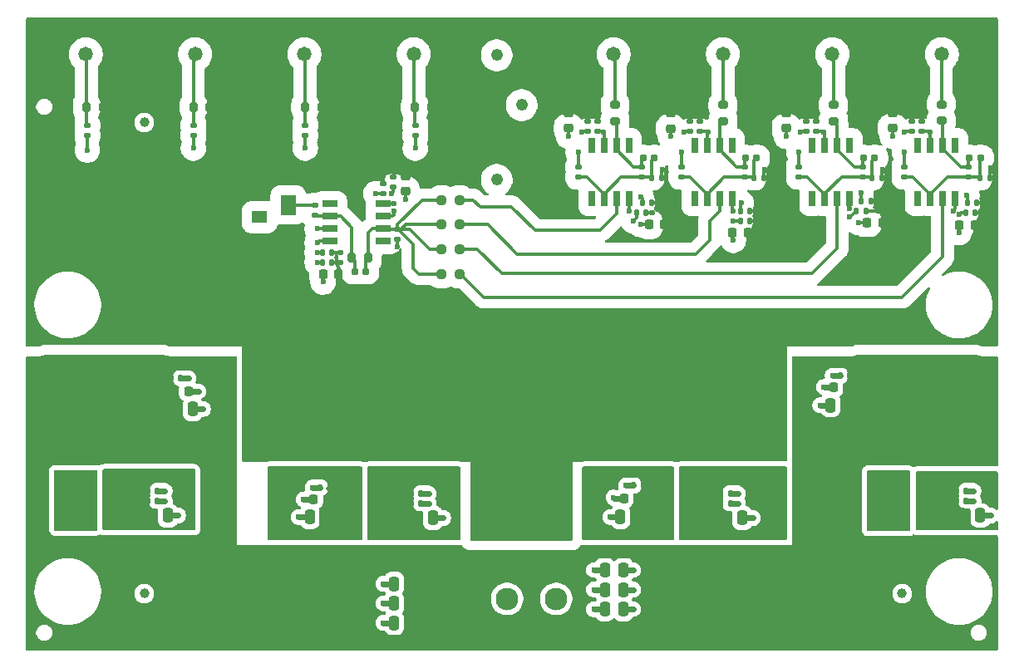
<source format=gbr>
%TF.GenerationSoftware,KiCad,Pcbnew,9.0.0*%
%TF.CreationDate,2025-03-13T08:47:34+01:00*%
%TF.ProjectId,zdc_fifo_test,7a64635f-6669-4666-9f5f-746573742e6b,rev?*%
%TF.SameCoordinates,Original*%
%TF.FileFunction,Copper,L1,Top*%
%TF.FilePolarity,Positive*%
%FSLAX46Y46*%
G04 Gerber Fmt 4.6, Leading zero omitted, Abs format (unit mm)*
G04 Created by KiCad (PCBNEW 9.0.0) date 2025-03-13 08:47:34*
%MOMM*%
%LPD*%
G01*
G04 APERTURE LIST*
G04 Aperture macros list*
%AMRoundRect*
0 Rectangle with rounded corners*
0 $1 Rounding radius*
0 $2 $3 $4 $5 $6 $7 $8 $9 X,Y pos of 4 corners*
0 Add a 4 corners polygon primitive as box body*
4,1,4,$2,$3,$4,$5,$6,$7,$8,$9,$2,$3,0*
0 Add four circle primitives for the rounded corners*
1,1,$1+$1,$2,$3*
1,1,$1+$1,$4,$5*
1,1,$1+$1,$6,$7*
1,1,$1+$1,$8,$9*
0 Add four rect primitives between the rounded corners*
20,1,$1+$1,$2,$3,$4,$5,0*
20,1,$1+$1,$4,$5,$6,$7,0*
20,1,$1+$1,$6,$7,$8,$9,0*
20,1,$1+$1,$8,$9,$2,$3,0*%
G04 Aperture macros list end*
%TA.AperFunction,SMDPad,CuDef*%
%ADD10RoundRect,0.155000X0.212500X0.155000X-0.212500X0.155000X-0.212500X-0.155000X0.212500X-0.155000X0*%
%TD*%
%TA.AperFunction,SMDPad,CuDef*%
%ADD11R,0.650000X1.525000*%
%TD*%
%TA.AperFunction,ComponentPad*%
%ADD12C,1.473200*%
%TD*%
%TA.AperFunction,SMDPad,CuDef*%
%ADD13RoundRect,0.140000X0.170000X-0.140000X0.170000X0.140000X-0.170000X0.140000X-0.170000X-0.140000X0*%
%TD*%
%TA.AperFunction,SMDPad,CuDef*%
%ADD14R,1.600000X1.300000*%
%TD*%
%TA.AperFunction,SMDPad,CuDef*%
%ADD15R,1.600000X2.000000*%
%TD*%
%TA.AperFunction,SMDPad,CuDef*%
%ADD16RoundRect,0.237500X-0.250000X-0.237500X0.250000X-0.237500X0.250000X0.237500X-0.250000X0.237500X0*%
%TD*%
%TA.AperFunction,SMDPad,CuDef*%
%ADD17R,1.600000X3.500000*%
%TD*%
%TA.AperFunction,SMDPad,CuDef*%
%ADD18R,12.200000X9.750000*%
%TD*%
%TA.AperFunction,SMDPad,CuDef*%
%ADD19RoundRect,0.140000X0.140000X0.170000X-0.140000X0.170000X-0.140000X-0.170000X0.140000X-0.170000X0*%
%TD*%
%TA.AperFunction,SMDPad,CuDef*%
%ADD20RoundRect,0.200000X-0.200000X-0.275000X0.200000X-0.275000X0.200000X0.275000X-0.200000X0.275000X0*%
%TD*%
%TA.AperFunction,SMDPad,CuDef*%
%ADD21RoundRect,0.225000X-0.225000X-0.250000X0.225000X-0.250000X0.225000X0.250000X-0.225000X0.250000X0*%
%TD*%
%TA.AperFunction,SMDPad,CuDef*%
%ADD22RoundRect,0.250000X-0.250000X-0.475000X0.250000X-0.475000X0.250000X0.475000X-0.250000X0.475000X0*%
%TD*%
%TA.AperFunction,SMDPad,CuDef*%
%ADD23RoundRect,0.135000X-0.185000X0.135000X-0.185000X-0.135000X0.185000X-0.135000X0.185000X0.135000X0*%
%TD*%
%TA.AperFunction,SMDPad,CuDef*%
%ADD24RoundRect,0.155000X-0.212500X-0.155000X0.212500X-0.155000X0.212500X0.155000X-0.212500X0.155000X0*%
%TD*%
%TA.AperFunction,SMDPad,CuDef*%
%ADD25RoundRect,0.250000X0.250000X0.475000X-0.250000X0.475000X-0.250000X-0.475000X0.250000X-0.475000X0*%
%TD*%
%TA.AperFunction,SMDPad,CuDef*%
%ADD26RoundRect,0.135000X0.185000X-0.135000X0.185000X0.135000X-0.185000X0.135000X-0.185000X-0.135000X0*%
%TD*%
%TA.AperFunction,ComponentPad*%
%ADD27C,2.300000*%
%TD*%
%TA.AperFunction,SMDPad,CuDef*%
%ADD28RoundRect,0.200000X0.275000X-0.200000X0.275000X0.200000X-0.275000X0.200000X-0.275000X-0.200000X0*%
%TD*%
%TA.AperFunction,ComponentPad*%
%ADD29C,1.240000*%
%TD*%
%TA.AperFunction,SMDPad,CuDef*%
%ADD30RoundRect,0.225000X0.250000X-0.225000X0.250000X0.225000X-0.250000X0.225000X-0.250000X-0.225000X0*%
%TD*%
%TA.AperFunction,SMDPad,CuDef*%
%ADD31RoundRect,0.140000X-0.140000X-0.170000X0.140000X-0.170000X0.140000X0.170000X-0.140000X0.170000X0*%
%TD*%
%TA.AperFunction,SMDPad,CuDef*%
%ADD32RoundRect,0.225000X0.225000X0.250000X-0.225000X0.250000X-0.225000X-0.250000X0.225000X-0.250000X0*%
%TD*%
%TA.AperFunction,SMDPad,CuDef*%
%ADD33C,1.000000*%
%TD*%
%TA.AperFunction,SMDPad,CuDef*%
%ADD34RoundRect,0.200000X0.200000X0.275000X-0.200000X0.275000X-0.200000X-0.275000X0.200000X-0.275000X0*%
%TD*%
%TA.AperFunction,SMDPad,CuDef*%
%ADD35RoundRect,0.135000X0.135000X0.185000X-0.135000X0.185000X-0.135000X-0.185000X0.135000X-0.185000X0*%
%TD*%
%TA.AperFunction,SMDPad,CuDef*%
%ADD36R,1.525000X0.650000*%
%TD*%
%TA.AperFunction,ViaPad*%
%ADD37C,0.600000*%
%TD*%
%TA.AperFunction,Conductor*%
%ADD38C,0.335300*%
%TD*%
%TA.AperFunction,Conductor*%
%ADD39C,0.600000*%
%TD*%
G04 APERTURE END LIST*
D10*
%TO.P,C41,1*%
%TO.N,Net-(IC1-OUTPUT)*%
X188367500Y-132400000D03*
%TO.P,C41,2*%
%TO.N,Net-(IC1-INVERTING_INPUT)*%
X187232500Y-132400000D03*
%TD*%
D11*
%TO.P,IC5,1,NC_1*%
%TO.N,unconnected-(IC5-NC_1-Pad1)*%
X211345000Y-124962000D03*
%TO.P,IC5,2,-IN*%
%TO.N,Net-(IC5--IN)*%
X212615000Y-124962000D03*
%TO.P,IC5,3,+IN*%
%TO.N,Net-(IC5-+IN)*%
X213885000Y-124962000D03*
%TO.P,IC5,4,-VS*%
%TO.N,-5V_stg2*%
X215155000Y-124962000D03*
%TO.P,IC5,5,NC_2*%
%TO.N,unconnected-(IC5-NC_2-Pad5)*%
X215155000Y-119538000D03*
%TO.P,IC5,6,OUT*%
%TO.N,Net-(IC5-OUT)*%
X213885000Y-119538000D03*
%TO.P,IC5,7,+VS*%
%TO.N,+5V_stg2*%
X212615000Y-119538000D03*
%TO.P,IC5,8,NC_3*%
%TO.N,unconnected-(IC5-NC_3-Pad8)*%
X211345000Y-119538000D03*
%TD*%
D12*
%TO.P,J1,1,1*%
%TO.N,Net-(J1-Pad1)*%
X159830960Y-110250000D03*
%TO.P,J1,2,2*%
%TO.N,GND*%
X157290960Y-107710000D03*
%TO.P,J1,3,3*%
X157290960Y-112790000D03*
%TO.P,J1,4,4*%
X162370960Y-112790000D03*
%TO.P,J1,5,5*%
X162370960Y-107710000D03*
%TD*%
D13*
%TO.P,C55,1*%
%TO.N,+5V_stg2*%
X245000000Y-118080000D03*
%TO.P,C55,2*%
%TO.N,GND*%
X245000000Y-117120000D03*
%TD*%
D14*
%TO.P,VR1,1,CCW*%
%TO.N,GND*%
X177550000Y-124350000D03*
D15*
%TO.P,VR1,2,WIPER*%
%TO.N,Net-(VR1-WIPER)*%
X180450000Y-125600000D03*
D14*
%TO.P,VR1,3,CW*%
%TO.N,unconnected-(VR1-CW-Pad3)*%
X177550000Y-126850000D03*
%TD*%
D16*
%TO.P,R44,1*%
%TO.N,Net-(IC1-OUTPUT)*%
X196087500Y-125090000D03*
%TO.P,R44,2*%
%TO.N,Net-(IC5-+IN)*%
X197912500Y-125090000D03*
%TD*%
D17*
%TO.P,IC9,1,INPUT*%
%TO.N,+12V_NIM*%
X217960000Y-155907000D03*
D18*
%TO.P,IC9,2,GND*%
%TO.N,GND*%
X220500000Y-145632000D03*
D17*
%TO.P,IC9,3,OUTPUT*%
%TO.N,+5V_stg2*%
X223040000Y-155907000D03*
%TD*%
D19*
%TO.P,C1,1*%
%TO.N,+12V_NIM*%
X184680000Y-154400000D03*
%TO.P,C1,2*%
%TO.N,GND*%
X183720000Y-154400000D03*
%TD*%
D20*
%TO.P,R24,1*%
%TO.N,Net-(J3-Pad1)*%
X182175000Y-115600000D03*
%TO.P,R24,2*%
%TO.N,GND*%
X183825000Y-115600000D03*
%TD*%
D21*
%TO.P,C67,1*%
%TO.N,-5V_stg2*%
X225725000Y-128450000D03*
%TO.P,C67,2*%
%TO.N,GND*%
X227275000Y-128450000D03*
%TD*%
D22*
%TO.P,C45,1*%
%TO.N,+12V_NIM*%
X212700000Y-162800000D03*
%TO.P,C45,2*%
%TO.N,GND*%
X214600000Y-162800000D03*
%TD*%
D23*
%TO.P,R23,1*%
%TO.N,Net-(J1-Pad1)*%
X160000000Y-117490000D03*
%TO.P,R23,2*%
%TO.N,Net-(IC1-NONINVERTING_INPUT)*%
X160000000Y-118510000D03*
%TD*%
D19*
%TO.P,C24,1*%
%TO.N,GND*%
X167105000Y-155750000D03*
%TO.P,C24,2*%
%TO.N,-5V_stg1*%
X166145000Y-155750000D03*
%TD*%
D20*
%TO.P,R22,1*%
%TO.N,Net-(J1-Pad1)*%
X159925000Y-115600000D03*
%TO.P,R22,2*%
%TO.N,GND*%
X161575000Y-115600000D03*
%TD*%
D24*
%TO.P,C40,1*%
%TO.N,Net-(IC2-OUT)*%
X249832500Y-120800000D03*
%TO.P,C40,2*%
%TO.N,Net-(IC2--IN)*%
X250967500Y-120800000D03*
%TD*%
D22*
%TO.P,C47,1*%
%TO.N,+12V_NIM*%
X212700000Y-166800000D03*
%TO.P,C47,2*%
%TO.N,GND*%
X214600000Y-166800000D03*
%TD*%
%TO.P,C43,1*%
%TO.N,GND*%
X191250000Y-166200000D03*
%TO.P,C43,2*%
%TO.N,-12V_NIM*%
X193150000Y-166200000D03*
%TD*%
D12*
%TO.P,J2,1,1*%
%TO.N,Net-(J2-Pad1)*%
X170970640Y-110250000D03*
%TO.P,J2,2,2*%
%TO.N,GND*%
X168430640Y-107710000D03*
%TO.P,J2,3,3*%
X168430640Y-112790000D03*
%TO.P,J2,4,4*%
X173510640Y-112790000D03*
%TO.P,J2,5,5*%
X173510640Y-107710000D03*
%TD*%
D20*
%TO.P,R26,1*%
%TO.N,Net-(J4-Pad1)*%
X193350000Y-115600000D03*
%TO.P,R26,2*%
%TO.N,GND*%
X195000000Y-115600000D03*
%TD*%
D23*
%TO.P,R25,1*%
%TO.N,Net-(J3-Pad1)*%
X182200000Y-117490000D03*
%TO.P,R25,2*%
%TO.N,Net-(IC1-NONINVERTING_INPUT)*%
X182200000Y-118510000D03*
%TD*%
D25*
%TO.P,C3,1*%
%TO.N,+12V_NIM*%
X184550000Y-157400000D03*
%TO.P,C3,2*%
%TO.N,GND*%
X182650000Y-157400000D03*
%TD*%
D26*
%TO.P,R29,1*%
%TO.N,Net-(IC2--IN)*%
X249750000Y-122760000D03*
%TO.P,R29,2*%
%TO.N,Net-(IC2-OUT)*%
X249750000Y-121740000D03*
%TD*%
D27*
%TO.P,U1,1,1*%
%TO.N,+12V_NIM*%
X207750000Y-165750000D03*
%TO.P,U1,2,2*%
%TO.N,GND*%
X202750000Y-165750000D03*
%TO.P,U1,3,3*%
%TO.N,-12V_NIM*%
X197750000Y-165750000D03*
%TD*%
D28*
%TO.P,R28,1*%
%TO.N,Net-(IC2-OUT)*%
X247000000Y-117000000D03*
%TO.P,R28,2*%
%TO.N,Net-(J8-Pad1)*%
X247000000Y-115350000D03*
%TD*%
D20*
%TO.P,R20,1*%
%TO.N,Net-(J2-Pad1)*%
X170800000Y-115600000D03*
%TO.P,R20,2*%
%TO.N,GND*%
X172450000Y-115600000D03*
%TD*%
D23*
%TO.P,R19,1*%
%TO.N,Net-(VR1-WIPER)*%
X183150000Y-125640000D03*
%TO.P,R19,2*%
%TO.N,Net-(IC1-INVERTING_INPUT)*%
X183150000Y-126660000D03*
%TD*%
D12*
%TO.P,J6,1,1*%
%TO.N,Net-(J6-Pad1)*%
X224750000Y-110250000D03*
%TO.P,J6,2,2*%
%TO.N,GND*%
X222210000Y-107710000D03*
%TO.P,J6,3,3*%
X222210000Y-112790000D03*
%TO.P,J6,4,4*%
X227290000Y-112790000D03*
%TO.P,J6,5,5*%
X227290000Y-107710000D03*
%TD*%
D21*
%TO.P,C61,1*%
%TO.N,-5V_stg2*%
X239425000Y-127400000D03*
%TO.P,C61,2*%
%TO.N,GND*%
X240975000Y-127400000D03*
%TD*%
D25*
%TO.P,C34,1*%
%TO.N,GND*%
X250950000Y-157250000D03*
%TO.P,C34,2*%
%TO.N,-5V_stg2*%
X249050000Y-157250000D03*
%TD*%
D29*
%TO.P,VR2,1,CCW*%
%TO.N,-5V_stg2*%
X201708620Y-123038500D03*
%TO.P,VR2,2,WIPER*%
%TO.N,Net-(VR2-WIPER)*%
X204248620Y-115418500D03*
%TO.P,VR2,3,CW*%
%TO.N,+5V_stg2*%
X201708620Y-110338500D03*
%TD*%
D13*
%TO.P,C77,1*%
%TO.N,+5V_stg2*%
X211000000Y-118080000D03*
%TO.P,C77,2*%
%TO.N,GND*%
X211000000Y-117120000D03*
%TD*%
D21*
%TO.P,C27,1*%
%TO.N,-5V_stg1*%
X184025000Y-132650000D03*
%TO.P,C27,2*%
%TO.N,GND*%
X185575000Y-132650000D03*
%TD*%
D23*
%TO.P,R27,1*%
%TO.N,Net-(J4-Pad1)*%
X193400000Y-117490000D03*
%TO.P,R27,2*%
%TO.N,Net-(IC1-NONINVERTING_INPUT)*%
X193400000Y-118510000D03*
%TD*%
D12*
%TO.P,J7,1,1*%
%TO.N,Net-(J7-Pad1)*%
X235889680Y-110250000D03*
%TO.P,J7,2,2*%
%TO.N,GND*%
X233349680Y-107710000D03*
%TO.P,J7,3,3*%
X233349680Y-112790000D03*
%TO.P,J7,4,4*%
X238429680Y-112790000D03*
%TO.P,J7,5,5*%
X238429680Y-107710000D03*
%TD*%
D26*
%TO.P,R42,1*%
%TO.N,Net-(IC5--IN)*%
X216500000Y-122760000D03*
%TO.P,R42,2*%
%TO.N,Net-(IC5-OUT)*%
X216500000Y-121740000D03*
%TD*%
D24*
%TO.P,C39,1*%
%TO.N,Net-(IC3-OUT)*%
X239065000Y-120800000D03*
%TO.P,C39,2*%
%TO.N,Net-(IC3--IN)*%
X240200000Y-120800000D03*
%TD*%
D30*
%TO.P,C72,1*%
%TO.N,+5V_stg2*%
X219400000Y-117800000D03*
%TO.P,C72,2*%
%TO.N,GND*%
X219400000Y-116250000D03*
%TD*%
%TO.P,C57,1*%
%TO.N,+5V_stg2*%
X242000000Y-117775000D03*
%TO.P,C57,2*%
%TO.N,GND*%
X242000000Y-116225000D03*
%TD*%
D22*
%TO.P,C44,1*%
%TO.N,GND*%
X191250000Y-168200000D03*
%TO.P,C44,2*%
%TO.N,-12V_NIM*%
X193150000Y-168200000D03*
%TD*%
D12*
%TO.P,J4,1,1*%
%TO.N,Net-(J4-Pad1)*%
X193250000Y-110250000D03*
%TO.P,J4,2,2*%
%TO.N,GND*%
X190710000Y-107710000D03*
%TO.P,J4,3,3*%
X190710000Y-112790000D03*
%TO.P,J4,4,4*%
X195790000Y-112790000D03*
%TO.P,J4,5,5*%
X195790000Y-107710000D03*
%TD*%
D11*
%TO.P,IC3,1,NC_1*%
%TO.N,unconnected-(IC3-NC_1-Pad1)*%
X233845000Y-124962000D03*
%TO.P,IC3,2,-IN*%
%TO.N,Net-(IC3--IN)*%
X235115000Y-124962000D03*
%TO.P,IC3,3,+IN*%
%TO.N,Net-(IC3-+IN)*%
X236385000Y-124962000D03*
%TO.P,IC3,4,-VS*%
%TO.N,-5V_stg2*%
X237655000Y-124962000D03*
%TO.P,IC3,5,NC_2*%
%TO.N,unconnected-(IC3-NC_2-Pad5)*%
X237655000Y-119538000D03*
%TO.P,IC3,6,OUT*%
%TO.N,Net-(IC3-OUT)*%
X236385000Y-119538000D03*
%TO.P,IC3,7,+VS*%
%TO.N,+5V_stg2*%
X235115000Y-119538000D03*
%TO.P,IC3,8,NC_3*%
%TO.N,unconnected-(IC3-NC_3-Pad8)*%
X233845000Y-119538000D03*
%TD*%
D26*
%TO.P,R17,1*%
%TO.N,GND*%
X191600000Y-129070000D03*
%TO.P,R17,2*%
%TO.N,Net-(IC1-OUTPUT)*%
X191600000Y-128050000D03*
%TD*%
%TO.P,R36,1*%
%TO.N,Net-(IC4--IN)*%
X220500000Y-122760000D03*
%TO.P,R36,2*%
%TO.N,Net-(VR2-WIPER)*%
X220500000Y-121740000D03*
%TD*%
D31*
%TO.P,C63,1*%
%TO.N,-5V_stg2*%
X238320000Y-126200000D03*
%TO.P,C63,2*%
%TO.N,GND*%
X239280000Y-126200000D03*
%TD*%
D22*
%TO.P,C42,1*%
%TO.N,GND*%
X191250000Y-164200000D03*
%TO.P,C42,2*%
%TO.N,-12V_NIM*%
X193150000Y-164200000D03*
%TD*%
D32*
%TO.P,C21,1*%
%TO.N,GND*%
X170287500Y-144600000D03*
%TO.P,C21,2*%
%TO.N,-12V_NIM*%
X168737500Y-144600000D03*
%TD*%
D19*
%TO.P,C35,1*%
%TO.N,GND*%
X249500000Y-155750000D03*
%TO.P,C35,2*%
%TO.N,-5V_stg2*%
X248540000Y-155750000D03*
%TD*%
D22*
%TO.P,C46,1*%
%TO.N,+12V_NIM*%
X212700000Y-164800000D03*
%TO.P,C46,2*%
%TO.N,GND*%
X214600000Y-164800000D03*
%TD*%
D21*
%TO.P,C60,1*%
%TO.N,-5V_stg2*%
X248845000Y-127650000D03*
%TO.P,C60,2*%
%TO.N,GND*%
X250395000Y-127650000D03*
%TD*%
D33*
%TO.P,REFx3,*%
%TO.N,*%
X165800000Y-117200000D03*
%TD*%
D16*
%TO.P,R47,1*%
%TO.N,Net-(IC1-OUTPUT)*%
X196087500Y-132620000D03*
%TO.P,R47,2*%
%TO.N,Net-(IC2-+IN)*%
X197912500Y-132620000D03*
%TD*%
D13*
%TO.P,C65,1*%
%TO.N,+5V_stg2*%
X233200000Y-118080000D03*
%TO.P,C65,2*%
%TO.N,GND*%
X233200000Y-117120000D03*
%TD*%
D31*
%TO.P,C68,1*%
%TO.N,-5V_stg2*%
X226520000Y-127200000D03*
%TO.P,C68,2*%
%TO.N,GND*%
X227480000Y-127200000D03*
%TD*%
%TO.P,C7,1*%
%TO.N,+5V_stg1*%
X193020000Y-155000000D03*
%TO.P,C7,2*%
%TO.N,GND*%
X193980000Y-155000000D03*
%TD*%
D32*
%TO.P,C9,1*%
%TO.N,+12V_NIM*%
X216200000Y-155500000D03*
%TO.P,C9,2*%
%TO.N,GND*%
X214650000Y-155500000D03*
%TD*%
D19*
%TO.P,C25,1*%
%TO.N,GND*%
X167125000Y-154750000D03*
%TO.P,C25,2*%
%TO.N,-5V_stg1*%
X166165000Y-154750000D03*
%TD*%
D13*
%TO.P,C76,1*%
%TO.N,+5V_stg2*%
X212000000Y-118080000D03*
%TO.P,C76,2*%
%TO.N,GND*%
X212000000Y-117120000D03*
%TD*%
D26*
%TO.P,R32,1*%
%TO.N,Net-(IC3--IN)*%
X232500000Y-122760000D03*
%TO.P,R32,2*%
%TO.N,Net-(VR2-WIPER)*%
X232500000Y-121740000D03*
%TD*%
D34*
%TO.P,R18,1*%
%TO.N,Net-(IC1-OUTPUT)*%
X188600000Y-131000000D03*
%TO.P,R18,2*%
%TO.N,Net-(IC1-INVERTING_INPUT)*%
X186950000Y-131000000D03*
%TD*%
D30*
%TO.P,C66,1*%
%TO.N,+5V_stg2*%
X231200000Y-117775000D03*
%TO.P,C66,2*%
%TO.N,GND*%
X231200000Y-116225000D03*
%TD*%
D13*
%TO.P,C56,1*%
%TO.N,+5V_stg2*%
X244000000Y-118080000D03*
%TO.P,C56,2*%
%TO.N,GND*%
X244000000Y-117120000D03*
%TD*%
D19*
%TO.P,C22,1*%
%TO.N,GND*%
X169513750Y-143250000D03*
%TO.P,C22,2*%
%TO.N,-12V_NIM*%
X168553750Y-143250000D03*
%TD*%
D16*
%TO.P,R46,1*%
%TO.N,Net-(IC1-OUTPUT)*%
X196087500Y-130110000D03*
%TO.P,R46,2*%
%TO.N,Net-(IC3-+IN)*%
X197912500Y-130110000D03*
%TD*%
D30*
%TO.P,C30,1*%
%TO.N,+5V_stg1*%
X192400000Y-124175000D03*
%TO.P,C30,2*%
%TO.N,GND*%
X192400000Y-122625000D03*
%TD*%
D22*
%TO.P,C11,1*%
%TO.N,+5V_stg2*%
X224820000Y-157500000D03*
%TO.P,C11,2*%
%TO.N,GND*%
X226720000Y-157500000D03*
%TD*%
D35*
%TO.P,R33,1*%
%TO.N,GND*%
X240910000Y-122800000D03*
%TO.P,R33,2*%
%TO.N,Net-(IC3--IN)*%
X239890000Y-122800000D03*
%TD*%
D31*
%TO.P,C6,1*%
%TO.N,+5V_stg1*%
X193020000Y-156000000D03*
%TO.P,C6,2*%
%TO.N,GND*%
X193980000Y-156000000D03*
%TD*%
D25*
%TO.P,C23,1*%
%TO.N,GND*%
X168200000Y-157250000D03*
%TO.P,C23,2*%
%TO.N,-5V_stg1*%
X166300000Y-157250000D03*
%TD*%
D35*
%TO.P,R30,1*%
%TO.N,GND*%
X251910000Y-122800000D03*
%TO.P,R30,2*%
%TO.N,Net-(IC2--IN)*%
X250890000Y-122800000D03*
%TD*%
D31*
%TO.P,C2,1*%
%TO.N,-5V_stg1*%
X183920000Y-131450000D03*
%TO.P,C2,2*%
%TO.N,GND*%
X184880000Y-131450000D03*
%TD*%
%TO.P,C12,1*%
%TO.N,+5V_stg2*%
X224540000Y-156000000D03*
%TO.P,C12,2*%
%TO.N,GND*%
X225500000Y-156000000D03*
%TD*%
D26*
%TO.P,R34,1*%
%TO.N,Net-(IC3--IN)*%
X239000000Y-122760000D03*
%TO.P,R34,2*%
%TO.N,Net-(IC3-OUT)*%
X239000000Y-121740000D03*
%TD*%
D31*
%TO.P,C62,1*%
%TO.N,-5V_stg2*%
X238840000Y-125200000D03*
%TO.P,C62,2*%
%TO.N,GND*%
X239800000Y-125200000D03*
%TD*%
%TO.P,C33,1*%
%TO.N,GND*%
X236682500Y-143000000D03*
%TO.P,C33,2*%
%TO.N,-12V_NIM*%
X237642500Y-143000000D03*
%TD*%
D13*
%TO.P,C64,1*%
%TO.N,+5V_stg2*%
X234200000Y-118080000D03*
%TO.P,C64,2*%
%TO.N,GND*%
X234200000Y-117120000D03*
%TD*%
D31*
%TO.P,C26,1*%
%TO.N,-5V_stg1*%
X183920000Y-130450000D03*
%TO.P,C26,2*%
%TO.N,GND*%
X184880000Y-130450000D03*
%TD*%
D28*
%TO.P,R35,1*%
%TO.N,Net-(IC3-OUT)*%
X236000000Y-117075000D03*
%TO.P,R35,2*%
%TO.N,Net-(J7-Pad1)*%
X236000000Y-115425000D03*
%TD*%
D26*
%TO.P,R31,1*%
%TO.N,Net-(IC2--IN)*%
X243250000Y-122760000D03*
%TO.P,R31,2*%
%TO.N,Net-(VR2-WIPER)*%
X243250000Y-121740000D03*
%TD*%
D35*
%TO.P,R41,1*%
%TO.N,GND*%
X218510000Y-122800000D03*
%TO.P,R41,2*%
%TO.N,Net-(IC5--IN)*%
X217490000Y-122800000D03*
%TD*%
D28*
%TO.P,R39,1*%
%TO.N,Net-(IC4-OUT)*%
X224750000Y-117075000D03*
%TO.P,R39,2*%
%TO.N,Net-(J6-Pad1)*%
X224750000Y-115425000D03*
%TD*%
D24*
%TO.P,C38,1*%
%TO.N,Net-(IC4-OUT)*%
X227032500Y-120800000D03*
%TO.P,C38,2*%
%TO.N,Net-(IC4--IN)*%
X228167500Y-120800000D03*
%TD*%
D19*
%TO.P,C36,1*%
%TO.N,GND*%
X249500000Y-154750000D03*
%TO.P,C36,2*%
%TO.N,-5V_stg2*%
X248540000Y-154750000D03*
%TD*%
D25*
%TO.P,C20,1*%
%TO.N,GND*%
X170733750Y-146400000D03*
%TO.P,C20,2*%
%TO.N,-12V_NIM*%
X168833750Y-146400000D03*
%TD*%
D23*
%TO.P,R21,1*%
%TO.N,Net-(J2-Pad1)*%
X170800000Y-117490000D03*
%TO.P,R21,2*%
%TO.N,Net-(IC1-NONINVERTING_INPUT)*%
X170800000Y-118510000D03*
%TD*%
D16*
%TO.P,R45,1*%
%TO.N,Net-(IC1-OUTPUT)*%
X196087500Y-127600000D03*
%TO.P,R45,2*%
%TO.N,Net-(IC4-+IN)*%
X197912500Y-127600000D03*
%TD*%
D22*
%TO.P,C31,1*%
%TO.N,GND*%
X235700000Y-146000000D03*
%TO.P,C31,2*%
%TO.N,-12V_NIM*%
X237600000Y-146000000D03*
%TD*%
D31*
%TO.P,C13,1*%
%TO.N,+5V_stg2*%
X224540000Y-155000000D03*
%TO.P,C13,2*%
%TO.N,GND*%
X225500000Y-155000000D03*
%TD*%
D13*
%TO.P,C28,1*%
%TO.N,+5V_stg1*%
X190150000Y-124430000D03*
%TO.P,C28,2*%
%TO.N,GND*%
X190150000Y-123470000D03*
%TD*%
D31*
%TO.P,C69,1*%
%TO.N,-5V_stg2*%
X226520000Y-126200000D03*
%TO.P,C69,2*%
%TO.N,GND*%
X227480000Y-126200000D03*
%TD*%
D13*
%TO.P,C71,1*%
%TO.N,+5V_stg2*%
X221400000Y-118080000D03*
%TO.P,C71,2*%
%TO.N,GND*%
X221400000Y-117120000D03*
%TD*%
D26*
%TO.P,R40,1*%
%TO.N,Net-(IC5--IN)*%
X210000000Y-122760000D03*
%TO.P,R40,2*%
%TO.N,Net-(VR2-WIPER)*%
X210000000Y-121740000D03*
%TD*%
D24*
%TO.P,C37,1*%
%TO.N,Net-(IC5-OUT)*%
X216632500Y-120800000D03*
%TO.P,C37,2*%
%TO.N,Net-(IC5--IN)*%
X217767500Y-120800000D03*
%TD*%
D33*
%TO.P,REFx1,*%
%TO.N,*%
X165800000Y-165200000D03*
%TD*%
D35*
%TO.P,R37,1*%
%TO.N,GND*%
X228910000Y-122800000D03*
%TO.P,R37,2*%
%TO.N,Net-(IC4--IN)*%
X227890000Y-122800000D03*
%TD*%
D31*
%TO.P,C74,1*%
%TO.N,-5V_stg2*%
X216520000Y-125400000D03*
%TO.P,C74,2*%
%TO.N,GND*%
X217480000Y-125400000D03*
%TD*%
D11*
%TO.P,IC4,1,NC_1*%
%TO.N,unconnected-(IC4-NC_1-Pad1)*%
X221845000Y-124962000D03*
%TO.P,IC4,2,-IN*%
%TO.N,Net-(IC4--IN)*%
X223115000Y-124962000D03*
%TO.P,IC4,3,+IN*%
%TO.N,Net-(IC4-+IN)*%
X224385000Y-124962000D03*
%TO.P,IC4,4,-VS*%
%TO.N,-5V_stg2*%
X225655000Y-124962000D03*
%TO.P,IC4,5,NC_2*%
%TO.N,unconnected-(IC4-NC_2-Pad5)*%
X225655000Y-119538000D03*
%TO.P,IC4,6,OUT*%
%TO.N,Net-(IC4-OUT)*%
X224385000Y-119538000D03*
%TO.P,IC4,7,+VS*%
%TO.N,+5V_stg2*%
X223115000Y-119538000D03*
%TO.P,IC4,8,NC_3*%
%TO.N,unconnected-(IC4-NC_3-Pad8)*%
X221845000Y-119538000D03*
%TD*%
D21*
%TO.P,C32,1*%
%TO.N,GND*%
X236025000Y-144200000D03*
%TO.P,C32,2*%
%TO.N,-12V_NIM*%
X237575000Y-144200000D03*
%TD*%
D26*
%TO.P,R38,1*%
%TO.N,Net-(IC4--IN)*%
X227000000Y-122760000D03*
%TO.P,R38,2*%
%TO.N,Net-(IC4-OUT)*%
X227000000Y-121740000D03*
%TD*%
D33*
%TO.P,REFx2,*%
%TO.N,*%
X243000000Y-165200000D03*
%TD*%
D31*
%TO.P,C75,1*%
%TO.N,-5V_stg2*%
X215920000Y-126400000D03*
%TO.P,C75,2*%
%TO.N,GND*%
X216880000Y-126400000D03*
%TD*%
D17*
%TO.P,IC6,1,GND*%
%TO.N,GND*%
X159210000Y-156025000D03*
D18*
%TO.P,IC6,2,IN*%
%TO.N,-12V_NIM*%
X161750000Y-145750000D03*
D17*
%TO.P,IC6,3,OUT*%
%TO.N,-5V_stg1*%
X164290000Y-156025000D03*
%TD*%
D22*
%TO.P,C5,1*%
%TO.N,+5V_stg1*%
X193300000Y-157500000D03*
%TO.P,C5,2*%
%TO.N,GND*%
X195200000Y-157500000D03*
%TD*%
D31*
%TO.P,C58,1*%
%TO.N,-5V_stg2*%
X249440000Y-126400000D03*
%TO.P,C58,2*%
%TO.N,GND*%
X250400000Y-126400000D03*
%TD*%
D13*
%TO.P,C70,1*%
%TO.N,+5V_stg2*%
X222400000Y-118080000D03*
%TO.P,C70,2*%
%TO.N,GND*%
X222400000Y-117120000D03*
%TD*%
D11*
%TO.P,IC2,1,NC_1*%
%TO.N,unconnected-(IC2-NC_1-Pad1)*%
X244595000Y-124962000D03*
%TO.P,IC2,2,-IN*%
%TO.N,Net-(IC2--IN)*%
X245865000Y-124962000D03*
%TO.P,IC2,3,+IN*%
%TO.N,Net-(IC2-+IN)*%
X247135000Y-124962000D03*
%TO.P,IC2,4,-VS*%
%TO.N,-5V_stg2*%
X248405000Y-124962000D03*
%TO.P,IC2,5,NC_2*%
%TO.N,unconnected-(IC2-NC_2-Pad5)*%
X248405000Y-119538000D03*
%TO.P,IC2,6,OUT*%
%TO.N,Net-(IC2-OUT)*%
X247135000Y-119538000D03*
%TO.P,IC2,7,+VS*%
%TO.N,+5V_stg2*%
X245865000Y-119538000D03*
%TO.P,IC2,8,NC_3*%
%TO.N,unconnected-(IC2-NC_3-Pad8)*%
X244595000Y-119538000D03*
%TD*%
D19*
%TO.P,C10,1*%
%TO.N,+12V_NIM*%
X216600000Y-154200000D03*
%TO.P,C10,2*%
%TO.N,GND*%
X215640000Y-154200000D03*
%TD*%
D21*
%TO.P,C73,1*%
%TO.N,-5V_stg2*%
X217225000Y-127600000D03*
%TO.P,C73,2*%
%TO.N,GND*%
X218775000Y-127600000D03*
%TD*%
D31*
%TO.P,C59,1*%
%TO.N,-5V_stg2*%
X249640000Y-125400000D03*
%TO.P,C59,2*%
%TO.N,GND*%
X250600000Y-125400000D03*
%TD*%
D12*
%TO.P,J5,1,1*%
%TO.N,Net-(J5-Pad1)*%
X213610320Y-110250000D03*
%TO.P,J5,2,2*%
%TO.N,GND*%
X211070320Y-107710000D03*
%TO.P,J5,3,3*%
X211070320Y-112790000D03*
%TO.P,J5,4,4*%
X216150320Y-112790000D03*
%TO.P,J5,5,5*%
X216150320Y-107710000D03*
%TD*%
D32*
%TO.P,C4,1*%
%TO.N,+12V_NIM*%
X184600000Y-155600000D03*
%TO.P,C4,2*%
%TO.N,GND*%
X183050000Y-155600000D03*
%TD*%
D17*
%TO.P,IC7,1,GND*%
%TO.N,GND*%
X241960000Y-156025000D03*
D18*
%TO.P,IC7,2,IN*%
%TO.N,-12V_NIM*%
X244500000Y-145750000D03*
D17*
%TO.P,IC7,3,OUT*%
%TO.N,-5V_stg2*%
X247040000Y-156025000D03*
%TD*%
D12*
%TO.P,J3,1,1*%
%TO.N,Net-(J3-Pad1)*%
X182110320Y-110250000D03*
%TO.P,J3,2,2*%
%TO.N,GND*%
X179570320Y-107710000D03*
%TO.P,J3,3,3*%
X179570320Y-112790000D03*
%TO.P,J3,4,4*%
X184650320Y-112790000D03*
%TO.P,J3,5,5*%
X184650320Y-107710000D03*
%TD*%
%TO.P,J8,1,1*%
%TO.N,Net-(J8-Pad1)*%
X247029360Y-110250000D03*
%TO.P,J8,2,2*%
%TO.N,GND*%
X244489360Y-107710000D03*
%TO.P,J8,3,3*%
X244489360Y-112790000D03*
%TO.P,J8,4,4*%
X249569360Y-112790000D03*
%TO.P,J8,5,5*%
X249569360Y-107710000D03*
%TD*%
D28*
%TO.P,R43,1*%
%TO.N,Net-(IC5-OUT)*%
X213750000Y-117075000D03*
%TO.P,R43,2*%
%TO.N,Net-(J5-Pad1)*%
X213750000Y-115425000D03*
%TD*%
D17*
%TO.P,IC8,1,INPUT*%
%TO.N,+12V_NIM*%
X186210000Y-155907000D03*
D18*
%TO.P,IC8,2,GND*%
%TO.N,GND*%
X188750000Y-145632000D03*
D17*
%TO.P,IC8,3,OUTPUT*%
%TO.N,+5V_stg1*%
X191290000Y-155907000D03*
%TD*%
D25*
%TO.P,C8,1*%
%TO.N,+12V_NIM*%
X216200000Y-157400000D03*
%TO.P,C8,2*%
%TO.N,GND*%
X214300000Y-157400000D03*
%TD*%
D36*
%TO.P,IC1,1,NC_1*%
%TO.N,unconnected-(IC1-NC_1-Pad1)*%
X184688000Y-125495000D03*
%TO.P,IC1,2,INVERTING_INPUT*%
%TO.N,Net-(IC1-INVERTING_INPUT)*%
X184688000Y-126765000D03*
%TO.P,IC1,3,NONINVERTING_INPUT*%
%TO.N,Net-(IC1-NONINVERTING_INPUT)*%
X184688000Y-128035000D03*
%TO.P,IC1,4,-VS*%
%TO.N,-5V_stg1*%
X184688000Y-129305000D03*
%TO.P,IC1,5,NC_2*%
%TO.N,unconnected-(IC1-NC_2-Pad5)*%
X190112000Y-129305000D03*
%TO.P,IC1,6,OUTPUT*%
%TO.N,Net-(IC1-OUTPUT)*%
X190112000Y-128035000D03*
%TO.P,IC1,7,+VS*%
%TO.N,+5V_stg1*%
X190112000Y-126765000D03*
%TO.P,IC1,8,~{DIS}*%
X190112000Y-125495000D03*
%TD*%
D13*
%TO.P,C29,1*%
%TO.N,+5V_stg1*%
X191150000Y-123730000D03*
%TO.P,C29,2*%
%TO.N,GND*%
X191150000Y-122770000D03*
%TD*%
D30*
%TO.P,C78,1*%
%TO.N,+5V_stg2*%
X209000000Y-117775000D03*
%TO.P,C78,2*%
%TO.N,GND*%
X209000000Y-116225000D03*
%TD*%
D37*
%TO.N,GND*%
X199000000Y-150600000D03*
X196200000Y-147000000D03*
X203200000Y-144600000D03*
X221400000Y-143800000D03*
X218800000Y-126600000D03*
X220200000Y-142600000D03*
X210200000Y-150800000D03*
X180200000Y-144600000D03*
X173600000Y-115600000D03*
X220200000Y-143800000D03*
X222600000Y-146800000D03*
X185800000Y-131450000D03*
X220200000Y-146800000D03*
X207600000Y-141200000D03*
X202000000Y-147000000D03*
X191000000Y-142600000D03*
X222600000Y-142600000D03*
X211800000Y-150800000D03*
X207600000Y-149600000D03*
X192200000Y-142600000D03*
X207600000Y-143600000D03*
X209000000Y-148400000D03*
X199000000Y-148200000D03*
X185800000Y-130450000D03*
X223800000Y-146800000D03*
X214850000Y-154200000D03*
X229200000Y-143400000D03*
X234650000Y-146000000D03*
X221400000Y-116400000D03*
X202000000Y-148200000D03*
X192200000Y-148400000D03*
X202000000Y-144600000D03*
X203200000Y-150600000D03*
X218200000Y-125400000D03*
X199000000Y-145800000D03*
X231200000Y-115200000D03*
X200200000Y-144600000D03*
X189800000Y-148400000D03*
X194750000Y-156000000D03*
X202000000Y-149400000D03*
X223800000Y-143800000D03*
X211000000Y-116400000D03*
X207600000Y-144800000D03*
X209000000Y-115400000D03*
X221400000Y-145600000D03*
X181400000Y-149400000D03*
X190150000Y-164200000D03*
X206400000Y-147200000D03*
X229000000Y-122000000D03*
X210200000Y-148400000D03*
X203200000Y-143400000D03*
X211800000Y-146000000D03*
X176000000Y-124400000D03*
X219000000Y-145600000D03*
X234200000Y-116400000D03*
X206400000Y-143600000D03*
X211800000Y-144800000D03*
X215600000Y-164790000D03*
X192200000Y-143800000D03*
X203200000Y-145800000D03*
X228000000Y-144600000D03*
X250270000Y-154750000D03*
X240200000Y-153400000D03*
X197400000Y-145800000D03*
X206400000Y-149600000D03*
X192400000Y-121650000D03*
X219000000Y-142600000D03*
X228000000Y-149400000D03*
X211800000Y-141200000D03*
X235037500Y-144150000D03*
X196200000Y-144600000D03*
X228000000Y-147000000D03*
X209000000Y-149600000D03*
X209000000Y-144800000D03*
X213000000Y-150800000D03*
X157400000Y-157000000D03*
X199000000Y-147000000D03*
X227800000Y-157500000D03*
X210200000Y-149600000D03*
X189800000Y-142600000D03*
X187400000Y-148400000D03*
X223800000Y-145600000D03*
X222600000Y-148400000D03*
X180200000Y-150600000D03*
X229200000Y-150600000D03*
X186200000Y-143800000D03*
X185000000Y-143800000D03*
X216600000Y-146800000D03*
X181400000Y-145800000D03*
X180200000Y-147000000D03*
X196200000Y-141000000D03*
X219000000Y-148400000D03*
X200200000Y-149400000D03*
X162600000Y-115600000D03*
X158600000Y-158400000D03*
X217800000Y-146800000D03*
X196200000Y-150600000D03*
X240200000Y-155800000D03*
X167895000Y-154750000D03*
X188600000Y-146800000D03*
X200200000Y-142200000D03*
X216600000Y-148400000D03*
X200200000Y-143400000D03*
X196200000Y-145800000D03*
X252000000Y-157250000D03*
X206400000Y-148400000D03*
X219000000Y-146800000D03*
X210200000Y-141200000D03*
X228200000Y-127200000D03*
X188600000Y-143800000D03*
X203200000Y-147000000D03*
X229200000Y-148200000D03*
X213000000Y-147200000D03*
X221400000Y-142600000D03*
X212000000Y-116400000D03*
X188600000Y-145600000D03*
X210200000Y-144800000D03*
X187400000Y-142600000D03*
X185600000Y-133450000D03*
X207600000Y-148400000D03*
X229200000Y-145800000D03*
X197400000Y-148200000D03*
X197400000Y-142200000D03*
X241000000Y-122000000D03*
X217800000Y-145600000D03*
X210200000Y-146000000D03*
X186200000Y-146800000D03*
X197400000Y-149400000D03*
X211800000Y-147200000D03*
X158600000Y-153400000D03*
X213000000Y-144800000D03*
X199000000Y-141000000D03*
X209000000Y-142400000D03*
X242000000Y-127400000D03*
X206400000Y-144800000D03*
X202000000Y-150600000D03*
X215600000Y-162800000D03*
X199000000Y-142200000D03*
X197400000Y-143400000D03*
X180200000Y-145800000D03*
X229200000Y-141000000D03*
X180200000Y-148200000D03*
X203200000Y-149400000D03*
X169250000Y-157250000D03*
X199000000Y-143400000D03*
X181400000Y-142200000D03*
X229200000Y-147000000D03*
X211800000Y-149600000D03*
X228000000Y-141000000D03*
X188600000Y-148400000D03*
X200200000Y-147000000D03*
X216600000Y-145600000D03*
X222600000Y-145600000D03*
X185000000Y-146800000D03*
X182950000Y-154400000D03*
X245000000Y-116400000D03*
X196200000Y-148200000D03*
X213000000Y-148400000D03*
X209000000Y-147200000D03*
X190130000Y-122700000D03*
X189800000Y-146800000D03*
X217800000Y-142600000D03*
X229200000Y-149400000D03*
X210200000Y-147200000D03*
X186200000Y-148400000D03*
X202000000Y-141000000D03*
X185000000Y-145600000D03*
X203200000Y-142200000D03*
X189800000Y-143800000D03*
X211800000Y-148400000D03*
X192200000Y-146800000D03*
X226270000Y-155000000D03*
X209000000Y-150800000D03*
X181400000Y-147000000D03*
X180200000Y-143400000D03*
X220200000Y-145600000D03*
X157400000Y-158400000D03*
X202000000Y-143400000D03*
X159800000Y-153400000D03*
X187400000Y-143800000D03*
X233200000Y-116400000D03*
X206400000Y-141200000D03*
X241400000Y-153400000D03*
X223800000Y-142600000D03*
X228200000Y-128400000D03*
X180200000Y-141000000D03*
X186200000Y-142600000D03*
X197400000Y-147000000D03*
X219000000Y-143800000D03*
X180200000Y-149400000D03*
X190150000Y-168180000D03*
X170283750Y-143250000D03*
X191000000Y-148400000D03*
X189800000Y-145600000D03*
X218600000Y-122000000D03*
X222600000Y-143800000D03*
X200200000Y-148200000D03*
X211800000Y-143600000D03*
X180200000Y-142200000D03*
X216600000Y-143800000D03*
X206400000Y-146000000D03*
X217800000Y-143800000D03*
X219400000Y-115400000D03*
X240600000Y-126200000D03*
X200200000Y-145800000D03*
X197400000Y-141000000D03*
X228000000Y-143400000D03*
X228000000Y-150600000D03*
X199000000Y-144600000D03*
X182000000Y-155600000D03*
X191600000Y-129850000D03*
X191000000Y-145600000D03*
X196200000Y-143400000D03*
X206400000Y-150800000D03*
X250270000Y-155750000D03*
X200200000Y-141000000D03*
X235912500Y-143000000D03*
X213000000Y-146000000D03*
X220200000Y-148400000D03*
X196200000Y-142200000D03*
X191000000Y-146800000D03*
X221400000Y-146800000D03*
X216600000Y-142600000D03*
X240200000Y-158400000D03*
X157400000Y-154600000D03*
X196250000Y-157500000D03*
X251400000Y-125400000D03*
X196200000Y-115600000D03*
X251400000Y-127600000D03*
X211800000Y-142400000D03*
X202000000Y-142200000D03*
X213250000Y-157400000D03*
X185000000Y-148400000D03*
X203200000Y-141000000D03*
X194750000Y-155000000D03*
X223800000Y-148400000D03*
X217800000Y-148400000D03*
X196200000Y-149400000D03*
X215600000Y-166780000D03*
X209000000Y-143600000D03*
X181512500Y-157400000D03*
X171783750Y-146400000D03*
X210200000Y-143600000D03*
X197400000Y-144600000D03*
X181400000Y-144600000D03*
X228000000Y-142200000D03*
X200200000Y-150600000D03*
X187400000Y-146800000D03*
X213000000Y-149600000D03*
X242600000Y-153400000D03*
X181400000Y-148200000D03*
X191200000Y-122050000D03*
X229200000Y-144600000D03*
X252000000Y-121800000D03*
X199000000Y-149400000D03*
X222400000Y-116400000D03*
X190150000Y-166190000D03*
X185000000Y-142600000D03*
X221400000Y-148400000D03*
X228200000Y-126200000D03*
X181400000Y-150600000D03*
X171312500Y-144600000D03*
X241400000Y-158400000D03*
X217600000Y-126400000D03*
X181400000Y-143400000D03*
X202000000Y-145800000D03*
X213600000Y-155400000D03*
X186200000Y-145600000D03*
X213000000Y-143600000D03*
X167895000Y-155750000D03*
X209000000Y-146000000D03*
X206400000Y-142400000D03*
X207600000Y-150800000D03*
X188600000Y-142600000D03*
X207600000Y-142400000D03*
X210200000Y-142400000D03*
X203200000Y-148200000D03*
X226270000Y-156000000D03*
X197400000Y-150600000D03*
X251200000Y-126400000D03*
X240200000Y-157000000D03*
X209000000Y-141200000D03*
X244000000Y-116400000D03*
X228000000Y-148200000D03*
X240400000Y-125200000D03*
X187400000Y-145600000D03*
X184800000Y-115600000D03*
X181400000Y-141000000D03*
X240200000Y-154600000D03*
X157400000Y-155800000D03*
X207600000Y-146000000D03*
X213000000Y-142400000D03*
X213000000Y-141200000D03*
X228000000Y-145800000D03*
X242000000Y-115200000D03*
X229200000Y-142200000D03*
X157400000Y-153400000D03*
X192200000Y-145600000D03*
X191000000Y-143800000D03*
X207600000Y-147200000D03*
%TO.N,+12V_NIM*%
X217750000Y-159000000D03*
X211600000Y-162800000D03*
X213750000Y-153000000D03*
X181000000Y-153000000D03*
X211600000Y-164790000D03*
X216750000Y-153000000D03*
X218750000Y-159000000D03*
X211750000Y-153000000D03*
X180000000Y-158000000D03*
X211750000Y-158000000D03*
X181000000Y-159000000D03*
X214750000Y-159000000D03*
X180000000Y-155000000D03*
X216750000Y-159000000D03*
X183000000Y-159000000D03*
X211750000Y-154000000D03*
X184000000Y-153000000D03*
X180000000Y-157000000D03*
X185000000Y-153000000D03*
X183000000Y-153000000D03*
X215750000Y-159000000D03*
X186000000Y-153000000D03*
X182000000Y-153000000D03*
X185000000Y-159000000D03*
X180000000Y-154000000D03*
X180000000Y-153000000D03*
X214750000Y-153000000D03*
X212750000Y-153000000D03*
X211750000Y-157000000D03*
X213750000Y-159000000D03*
X218750000Y-153000000D03*
X182000000Y-159000000D03*
X215750000Y-153000000D03*
X217750000Y-153000000D03*
X180000000Y-159000000D03*
X187000000Y-159000000D03*
X184000000Y-159000000D03*
X211750000Y-159000000D03*
X186000000Y-159000000D03*
X212750000Y-159000000D03*
X180000000Y-156000000D03*
X187000000Y-153000000D03*
X211600000Y-166800000D03*
X211750000Y-155000000D03*
X211750000Y-156000000D03*
%TO.N,-5V_stg1*%
X163750000Y-153250000D03*
X165000000Y-153250000D03*
X162600000Y-158000000D03*
X170000000Y-153250000D03*
X162600000Y-154250000D03*
X184000000Y-133450000D03*
X170000000Y-154500000D03*
X183400000Y-131450000D03*
X183400000Y-129450000D03*
X162600000Y-155500000D03*
X162600000Y-156750000D03*
X170000000Y-155750000D03*
X162500000Y-153250000D03*
X166250000Y-153250000D03*
X167500000Y-153250000D03*
X183400000Y-130450000D03*
X168750000Y-153250000D03*
%TO.N,+5V_stg1*%
X190250000Y-152750000D03*
X192250000Y-152750000D03*
X191200000Y-125450000D03*
X195250000Y-152750000D03*
X189250000Y-155750000D03*
X197250000Y-153750000D03*
X189400000Y-124450000D03*
X194250000Y-152750000D03*
X189250000Y-153750000D03*
X191000000Y-124450000D03*
X191200000Y-126250000D03*
X196250000Y-152750000D03*
X196250000Y-159250000D03*
X192250000Y-159250000D03*
X197250000Y-152750000D03*
X189250000Y-156750000D03*
X189250000Y-157750000D03*
X193250000Y-159250000D03*
X191250000Y-152750000D03*
X192400000Y-125050000D03*
X193250000Y-152750000D03*
X194250000Y-159250000D03*
X189250000Y-152750000D03*
X190250000Y-159250000D03*
X197250000Y-159250000D03*
X191250000Y-159250000D03*
X189250000Y-159250000D03*
X197250000Y-154750000D03*
X197250000Y-155750000D03*
X189250000Y-154750000D03*
X195250000Y-159250000D03*
%TO.N,+5V_stg2*%
X229000000Y-153000000D03*
X223200000Y-118200000D03*
X226000000Y-153000000D03*
X230000000Y-157000000D03*
X212600000Y-118200000D03*
X221000000Y-156000000D03*
X221000000Y-153000000D03*
X230000000Y-154000000D03*
X210400000Y-118200000D03*
X221000000Y-158000000D03*
X222000000Y-153000000D03*
X242000000Y-118600000D03*
X232600000Y-118200000D03*
X221000000Y-154000000D03*
X223000000Y-153000000D03*
X243200000Y-118200000D03*
X245800000Y-118200000D03*
X227000000Y-153000000D03*
X230000000Y-155000000D03*
X230000000Y-153000000D03*
X231200000Y-118600000D03*
X230000000Y-158000000D03*
X228000000Y-153000000D03*
X220800000Y-118200000D03*
X235000000Y-118200000D03*
X230000000Y-156000000D03*
X221000000Y-159000000D03*
X219400000Y-118600000D03*
X221000000Y-157000000D03*
X229000000Y-159000000D03*
X224000000Y-153000000D03*
X230000000Y-159000000D03*
X209000000Y-118600000D03*
X225000000Y-153000000D03*
X221000000Y-155000000D03*
%TO.N,-5V_stg2*%
X250500000Y-153250000D03*
X225800000Y-126200000D03*
X225800000Y-127200000D03*
X248000000Y-153250000D03*
X216400000Y-127600000D03*
X226600000Y-125400000D03*
X245400000Y-156000000D03*
X225800000Y-129200000D03*
X249600000Y-124600000D03*
X248200000Y-126200000D03*
X245400000Y-155000000D03*
X245400000Y-158000000D03*
X246750000Y-153250000D03*
X245500000Y-153250000D03*
X237600000Y-126800000D03*
X216400000Y-124800000D03*
X245400000Y-157000000D03*
X238800000Y-124400000D03*
X248800000Y-126600000D03*
X248800000Y-128400000D03*
X238600000Y-127400000D03*
X215600000Y-127200000D03*
X245400000Y-154000000D03*
X215200000Y-126200000D03*
X237600000Y-126000000D03*
X249250000Y-153250000D03*
X251750000Y-153250000D03*
%TO.N,Net-(IC1-NONINVERTING_INPUT)*%
X193400000Y-119800000D03*
X183400000Y-128035000D03*
X182200000Y-119800000D03*
X170800000Y-119800000D03*
X160000000Y-120000000D03*
%TO.N,Net-(VR2-WIPER)*%
X243250000Y-120250000D03*
X210000000Y-120250000D03*
X232500000Y-120250000D03*
X220500000Y-120250000D03*
%TD*%
D38*
%TO.N,GND*%
X192400000Y-121650000D02*
X192400000Y-122625000D01*
D39*
X190150000Y-168180000D02*
X191230000Y-168180000D01*
X173600000Y-115600000D02*
X172450000Y-115600000D01*
D38*
X250400000Y-126400000D02*
X251200000Y-126400000D01*
X222400000Y-117120000D02*
X222400000Y-116400000D01*
X192195000Y-122420000D02*
X192400000Y-122625000D01*
D39*
X227800000Y-157500000D02*
X226720000Y-157500000D01*
D38*
X191200000Y-122050000D02*
X191200000Y-122720000D01*
X239800000Y-125200000D02*
X240400000Y-125200000D01*
X195200000Y-157500000D02*
X195200000Y-157220000D01*
D39*
X234650000Y-146000000D02*
X235737500Y-146000000D01*
D38*
X250395000Y-127650000D02*
X251350000Y-127650000D01*
D39*
X250270000Y-154750000D02*
X249500000Y-154750000D01*
X215600000Y-164790000D02*
X214610000Y-164790000D01*
D38*
X239280000Y-126200000D02*
X240600000Y-126200000D01*
X240975000Y-127400000D02*
X242000000Y-127400000D01*
X240910000Y-122090000D02*
X241000000Y-122000000D01*
X185575000Y-132650000D02*
X185575000Y-133425000D01*
X227480000Y-126200000D02*
X228200000Y-126200000D01*
D39*
X191230000Y-168180000D02*
X191250000Y-168200000D01*
D38*
X209000000Y-116225000D02*
X209000000Y-115400000D01*
X191200000Y-122720000D02*
X191150000Y-122770000D01*
X183500000Y-154530000D02*
X183530000Y-154500000D01*
X240910000Y-122800000D02*
X240910000Y-122090000D01*
X170783750Y-146487500D02*
X170696250Y-146400000D01*
D39*
X214650000Y-155500000D02*
X213700000Y-155500000D01*
D38*
X252000000Y-121800000D02*
X251910000Y-121890000D01*
X231200000Y-116225000D02*
X231200000Y-115200000D01*
D39*
X184800000Y-115600000D02*
X183825000Y-115600000D01*
D38*
X218775000Y-127600000D02*
X218775000Y-126625000D01*
X211000000Y-117120000D02*
X211000000Y-116400000D01*
D39*
X215600000Y-166780000D02*
X214620000Y-166780000D01*
D38*
X215620000Y-154220000D02*
X215640000Y-154200000D01*
D39*
X169250000Y-157250000D02*
X168200000Y-157250000D01*
D38*
X226720000Y-157500000D02*
X226720000Y-157220000D01*
X191600000Y-129850000D02*
X191600000Y-129070000D01*
D39*
X169513750Y-143250000D02*
X170283750Y-143250000D01*
D38*
X167125000Y-155730000D02*
X167105000Y-155750000D01*
D39*
X215600000Y-162800000D02*
X214600000Y-162800000D01*
D38*
X227275000Y-128450000D02*
X228150000Y-128450000D01*
X233200000Y-117120000D02*
X233200000Y-116400000D01*
X185575000Y-133425000D02*
X185600000Y-133450000D01*
D39*
X214610000Y-164790000D02*
X214600000Y-164800000D01*
D38*
X227480000Y-127200000D02*
X228200000Y-127200000D01*
X218510000Y-122800000D02*
X218510000Y-122090000D01*
D39*
X191240000Y-166190000D02*
X191250000Y-166200000D01*
X190150000Y-166190000D02*
X191240000Y-166190000D01*
X213250000Y-157400000D02*
X214337500Y-157400000D01*
X193980000Y-156000000D02*
X194750000Y-156000000D01*
D38*
X190130000Y-122700000D02*
X190130000Y-123450000D01*
X251000000Y-157300000D02*
X250950000Y-157250000D01*
X228910000Y-122090000D02*
X229000000Y-122000000D01*
D39*
X167895000Y-154750000D02*
X167125000Y-154750000D01*
X167895000Y-155750000D02*
X167105000Y-155750000D01*
X170696250Y-146400000D02*
X171783750Y-146400000D01*
X252000000Y-157250000D02*
X250950000Y-157250000D01*
X162600000Y-115600000D02*
X161575000Y-115600000D01*
D38*
X221400000Y-117120000D02*
X221400000Y-116400000D01*
D39*
X196200000Y-115600000D02*
X195000000Y-115600000D01*
X235912500Y-143000000D02*
X236682500Y-143000000D01*
D38*
X176000000Y-124400000D02*
X177500000Y-124400000D01*
X251910000Y-121890000D02*
X251910000Y-122800000D01*
X184880000Y-131450000D02*
X185800000Y-131450000D01*
D39*
X190150000Y-164200000D02*
X191250000Y-164200000D01*
D38*
X218510000Y-122090000D02*
X218600000Y-122000000D01*
X251350000Y-127650000D02*
X251400000Y-127600000D01*
X250950000Y-157250000D02*
X250950000Y-156720000D01*
X177500000Y-124400000D02*
X177550000Y-124350000D01*
X227480000Y-128245000D02*
X227275000Y-128450000D01*
X219400000Y-116250000D02*
X219400000Y-115400000D01*
X245000000Y-117120000D02*
X245000000Y-116400000D01*
D39*
X193980000Y-155000000D02*
X194750000Y-155000000D01*
D38*
X170696250Y-146400000D02*
X170696250Y-145832500D01*
X242000000Y-116225000D02*
X242000000Y-115200000D01*
X250600000Y-125400000D02*
X251400000Y-125400000D01*
X184880000Y-130450000D02*
X185800000Y-130450000D01*
X216880000Y-126400000D02*
X217600000Y-126400000D01*
X212000000Y-117120000D02*
X212000000Y-116400000D01*
D39*
X236025000Y-144200000D02*
X235087500Y-144200000D01*
D38*
X168200000Y-157250000D02*
X168200000Y-156990000D01*
X250600000Y-127445000D02*
X250395000Y-127650000D01*
D39*
X183050000Y-155600000D02*
X182000000Y-155600000D01*
X250270000Y-155750000D02*
X249500000Y-155750000D01*
D38*
X217480000Y-125400000D02*
X218200000Y-125400000D01*
D39*
X182687500Y-157400000D02*
X181512500Y-157400000D01*
X213700000Y-155500000D02*
X213600000Y-155400000D01*
X214620000Y-166780000D02*
X214600000Y-166800000D01*
D38*
X218775000Y-126625000D02*
X218800000Y-126600000D01*
X244000000Y-117120000D02*
X244000000Y-116400000D01*
D39*
X170287500Y-144600000D02*
X171312500Y-144600000D01*
X183720000Y-154400000D02*
X182950000Y-154400000D01*
D38*
X228150000Y-128450000D02*
X228200000Y-128400000D01*
X228910000Y-122800000D02*
X228910000Y-122090000D01*
D39*
X225500000Y-156000000D02*
X226270000Y-156000000D01*
D38*
X168250000Y-157300000D02*
X168200000Y-157250000D01*
D39*
X195200000Y-157500000D02*
X196250000Y-157500000D01*
D38*
X190130000Y-123450000D02*
X190150000Y-123470000D01*
X234200000Y-117120000D02*
X234200000Y-116400000D01*
D39*
X225500000Y-155000000D02*
X226270000Y-155000000D01*
X214850000Y-154200000D02*
X215640000Y-154200000D01*
%TO.N,+12V_NIM*%
X211600000Y-166800000D02*
X212700000Y-166800000D01*
X211600000Y-164790000D02*
X212690000Y-164790000D01*
D38*
X184490000Y-154500000D02*
X184563000Y-154500000D01*
X216580000Y-154220000D02*
X216600000Y-154200000D01*
D39*
X211600000Y-162800000D02*
X212700000Y-162800000D01*
D38*
X184490000Y-155470000D02*
X184520000Y-155500000D01*
D39*
X212690000Y-164790000D02*
X212700000Y-164800000D01*
D38*
%TO.N,-5V_stg1*%
X184090000Y-132585000D02*
X184025000Y-132650000D01*
X166165000Y-155730000D02*
X166145000Y-155750000D01*
X183920000Y-131450000D02*
X183400000Y-131450000D01*
X183920000Y-130450000D02*
X183400000Y-130450000D01*
X184025000Y-132650000D02*
X184025000Y-133425000D01*
X184025000Y-133425000D02*
X184000000Y-133450000D01*
X183600000Y-129250000D02*
X184633000Y-129250000D01*
X164015000Y-155750000D02*
X164290000Y-156025000D01*
X184633000Y-129250000D02*
X184688000Y-129305000D01*
X183400000Y-129450000D02*
X183600000Y-129250000D01*
%TO.N,+5V_stg1*%
X192400000Y-124175000D02*
X192400000Y-125050000D01*
X190157000Y-125450000D02*
X190112000Y-125495000D01*
X191200000Y-125450000D02*
X190157000Y-125450000D01*
X191150000Y-124300000D02*
X191150000Y-123730000D01*
X190150000Y-124430000D02*
X189420000Y-124430000D01*
X191200000Y-126250000D02*
X191200000Y-126650000D01*
X191200000Y-126650000D02*
X191085000Y-126765000D01*
X191085000Y-126765000D02*
X190112000Y-126765000D01*
X193020000Y-157220000D02*
X193300000Y-157500000D01*
X191383000Y-156000000D02*
X191290000Y-155907000D01*
X190170000Y-124450000D02*
X190150000Y-124430000D01*
X191000000Y-124450000D02*
X191150000Y-124300000D01*
X189420000Y-124430000D02*
X189400000Y-124450000D01*
X191133000Y-155750000D02*
X191290000Y-155907000D01*
%TO.N,+5V_stg2*%
X224540000Y-157220000D02*
X224820000Y-157500000D01*
X235115000Y-119538000D02*
X235115000Y-118315000D01*
X245865000Y-119538000D02*
X245865000Y-118265000D01*
X212615000Y-118215000D02*
X212600000Y-118200000D01*
X242000000Y-118600000D02*
X242000000Y-117775000D01*
X245865000Y-118265000D02*
X245800000Y-118200000D01*
X245680000Y-118080000D02*
X245800000Y-118200000D01*
X234880000Y-118080000D02*
X235000000Y-118200000D01*
X210520000Y-118080000D02*
X210400000Y-118200000D01*
X231200000Y-117775000D02*
X231200000Y-118600000D01*
X221400000Y-118080000D02*
X220920000Y-118080000D01*
X220920000Y-118080000D02*
X220800000Y-118200000D01*
X245000000Y-118080000D02*
X245680000Y-118080000D01*
X243320000Y-118080000D02*
X243200000Y-118200000D01*
X223115000Y-119538000D02*
X223115000Y-118285000D01*
X223115000Y-118285000D02*
X223200000Y-118200000D01*
X232720000Y-118080000D02*
X232600000Y-118200000D01*
X244000000Y-118080000D02*
X243320000Y-118080000D01*
X233200000Y-118080000D02*
X232720000Y-118080000D01*
X211000000Y-118080000D02*
X210520000Y-118080000D01*
X212000000Y-118080000D02*
X212480000Y-118080000D01*
X235115000Y-118315000D02*
X235000000Y-118200000D01*
X219400000Y-117800000D02*
X219400000Y-118600000D01*
X212480000Y-118080000D02*
X212600000Y-118200000D01*
X234200000Y-118080000D02*
X234880000Y-118080000D01*
X209000000Y-117775000D02*
X209000000Y-118600000D01*
X223080000Y-118080000D02*
X223200000Y-118200000D01*
X222400000Y-118080000D02*
X223080000Y-118080000D01*
X212615000Y-119538000D02*
X212615000Y-118215000D01*
X222815000Y-156000000D02*
X223040000Y-155775000D01*
%TO.N,-12V_NIM*%
X164250000Y-143250000D02*
X161750000Y-145750000D01*
X244250000Y-145250000D02*
X244500000Y-145500000D01*
X168553750Y-145682500D02*
X168871250Y-146000000D01*
%TO.N,-5V_stg2*%
X249440000Y-126400000D02*
X249000000Y-126400000D01*
X216520000Y-124920000D02*
X216400000Y-124800000D01*
X248800000Y-128400000D02*
X248800000Y-127695000D01*
X226520000Y-125480000D02*
X226600000Y-125400000D01*
X249640000Y-125400000D02*
X249640000Y-124640000D01*
X226520000Y-126200000D02*
X226520000Y-125480000D01*
X225800000Y-129200000D02*
X225800000Y-128525000D01*
X246815000Y-156000000D02*
X247040000Y-155775000D01*
X237600000Y-125017000D02*
X237655000Y-124962000D01*
X248405000Y-124962000D02*
X248405000Y-125995000D01*
X248800000Y-127695000D02*
X248845000Y-127650000D01*
X238840000Y-125200000D02*
X238840000Y-124440000D01*
X249020000Y-157220000D02*
X249050000Y-157250000D01*
X217225000Y-127600000D02*
X216400000Y-127600000D01*
X238840000Y-124440000D02*
X238800000Y-124400000D01*
X216520000Y-125400000D02*
X216520000Y-124920000D01*
X215200000Y-126200000D02*
X215200000Y-125007000D01*
X237600000Y-126800000D02*
X237720000Y-126800000D01*
X225655000Y-124962000D02*
X225655000Y-126055000D01*
X249000000Y-126400000D02*
X248800000Y-126600000D01*
X225800000Y-128525000D02*
X225725000Y-128450000D01*
X237720000Y-126800000D02*
X238320000Y-126200000D01*
X237600000Y-126000000D02*
X237600000Y-125017000D01*
X226520000Y-127200000D02*
X225800000Y-127200000D01*
X215920000Y-126400000D02*
X215920000Y-126880000D01*
X249640000Y-124640000D02*
X249600000Y-124600000D01*
X248405000Y-125995000D02*
X248200000Y-126200000D01*
X215920000Y-126880000D02*
X215600000Y-127200000D01*
X225655000Y-126055000D02*
X225800000Y-126200000D01*
X215200000Y-125007000D02*
X215155000Y-124962000D01*
X239425000Y-127400000D02*
X238600000Y-127400000D01*
%TO.N,Net-(IC1-NONINVERTING_INPUT)*%
X170800000Y-118510000D02*
X170800000Y-119800000D01*
X170875000Y-119725000D02*
X170800000Y-119800000D01*
X182200000Y-118510000D02*
X182200000Y-119800000D01*
X184688000Y-128035000D02*
X183400000Y-128035000D01*
X160000000Y-118510000D02*
X160000000Y-120000000D01*
X193400000Y-118510000D02*
X193400000Y-119800000D01*
%TO.N,Net-(IC1-OUTPUT)*%
X188367500Y-131232500D02*
X188600000Y-131000000D01*
X192850000Y-128050000D02*
X194910000Y-130110000D01*
X193200000Y-129633990D02*
X193200000Y-132040000D01*
X191600000Y-128050000D02*
X191600000Y-127600000D01*
X191600000Y-128050000D02*
X192000000Y-128050000D01*
X191600000Y-128050000D02*
X191616010Y-128050000D01*
X192450000Y-127600000D02*
X192000000Y-128050000D01*
X194910000Y-130110000D02*
X196087500Y-130110000D01*
X189014200Y-128035000D02*
X190112000Y-128035000D01*
X194110000Y-125090000D02*
X196087500Y-125090000D01*
X193200000Y-132040000D02*
X193780000Y-132620000D01*
X191600000Y-128050000D02*
X190127000Y-128050000D01*
X193780000Y-132620000D02*
X196087500Y-132620000D01*
X191600000Y-127600000D02*
X194110000Y-125090000D01*
X191616010Y-128050000D02*
X193200000Y-129633990D01*
X192000000Y-128050000D02*
X192850000Y-128050000D01*
X188600000Y-128449200D02*
X188600000Y-131000000D01*
X196087500Y-127600000D02*
X192450000Y-127600000D01*
X188367500Y-132400000D02*
X188367500Y-131232500D01*
X190127000Y-128050000D02*
X190112000Y-128035000D01*
X189014200Y-128035000D02*
X188600000Y-128449200D01*
%TO.N,Net-(IC1-INVERTING_INPUT)*%
X184688000Y-126765000D02*
X183255000Y-126765000D01*
X187232500Y-132400000D02*
X187232500Y-131282500D01*
X185785800Y-126765000D02*
X186950000Y-127929200D01*
X183255000Y-126765000D02*
X183150000Y-126660000D01*
X184688000Y-126765000D02*
X185785800Y-126765000D01*
X187232500Y-131282500D02*
X186950000Y-131000000D01*
X186950000Y-127929200D02*
X186950000Y-131000000D01*
%TO.N,Net-(IC2-OUT)*%
X247135000Y-119538000D02*
X247135000Y-117135000D01*
X248990000Y-121740000D02*
X249750000Y-121740000D01*
X249750000Y-121740000D02*
X249750000Y-120882500D01*
X247135000Y-117135000D02*
X247000000Y-117000000D01*
X249750000Y-120882500D02*
X249832500Y-120800000D01*
X247135000Y-119885000D02*
X248990000Y-121740000D01*
X247135000Y-119538000D02*
X247135000Y-119885000D01*
%TO.N,Net-(IC2--IN)*%
X244100500Y-122760000D02*
X243250000Y-122760000D01*
X249750000Y-122760000D02*
X250850000Y-122760000D01*
X245865000Y-124524500D02*
X247629500Y-122760000D01*
X250890000Y-120877500D02*
X250967500Y-120800000D01*
X245865000Y-124962000D02*
X245865000Y-124524500D01*
X247629500Y-122760000D02*
X249750000Y-122760000D01*
X250850000Y-122760000D02*
X250890000Y-122800000D01*
X245865000Y-124524500D02*
X244100500Y-122760000D01*
X250890000Y-122800000D02*
X250890000Y-120877500D01*
%TO.N,Net-(IC3--IN)*%
X233350500Y-122760000D02*
X232500000Y-122760000D01*
X235115000Y-124962000D02*
X235115000Y-124485000D01*
X235115000Y-124485000D02*
X236840000Y-122760000D01*
X236840000Y-122760000D02*
X239000000Y-122760000D01*
X239890000Y-122800000D02*
X239890000Y-121110000D01*
X235115000Y-124524500D02*
X233350500Y-122760000D01*
X239000000Y-122760000D02*
X239850000Y-122760000D01*
X235115000Y-124962000D02*
X235115000Y-124524500D01*
X239890000Y-121110000D02*
X240200000Y-120800000D01*
X239850000Y-122760000D02*
X239890000Y-122800000D01*
%TO.N,Net-(IC3-OUT)*%
X236385000Y-119538000D02*
X236385000Y-117460000D01*
X238149500Y-121740000D02*
X239000000Y-121740000D01*
X236385000Y-119538000D02*
X236385000Y-119975500D01*
X239000000Y-120865000D02*
X239065000Y-120800000D01*
X239000000Y-121740000D02*
X239000000Y-120865000D01*
X236385000Y-119975500D02*
X238149500Y-121740000D01*
X236385000Y-117460000D02*
X236000000Y-117075000D01*
%TO.N,Net-(IC4--IN)*%
X227890000Y-121077500D02*
X228167500Y-120800000D01*
X223115000Y-124962000D02*
X223115000Y-124524500D01*
X223115000Y-124524500D02*
X221350500Y-122760000D01*
X224879500Y-122760000D02*
X227000000Y-122760000D01*
X227000000Y-122760000D02*
X227850000Y-122760000D01*
X223115000Y-124524500D02*
X224879500Y-122760000D01*
X227850000Y-122760000D02*
X227890000Y-122800000D01*
X221350500Y-122760000D02*
X220500000Y-122760000D01*
X227890000Y-122800000D02*
X227890000Y-121077500D01*
%TO.N,Net-(IC4-OUT)*%
X224385000Y-119538000D02*
X224385000Y-117440000D01*
X224385000Y-117440000D02*
X224750000Y-117075000D01*
X224385000Y-119975500D02*
X226149500Y-121740000D01*
X226149500Y-121740000D02*
X227000000Y-121740000D01*
X227000000Y-121740000D02*
X227000000Y-120832500D01*
X227000000Y-120832500D02*
X227032500Y-120800000D01*
X224385000Y-119538000D02*
X224385000Y-119975500D01*
%TO.N,Net-(IC5--IN)*%
X217490000Y-122800000D02*
X217490000Y-121077500D01*
X217450000Y-122760000D02*
X217490000Y-122800000D01*
X216500000Y-122760000D02*
X217450000Y-122760000D01*
X212615000Y-124524500D02*
X214379500Y-122760000D01*
X212615000Y-124524500D02*
X210850500Y-122760000D01*
X210850500Y-122760000D02*
X210000000Y-122760000D01*
X217490000Y-121077500D02*
X217767500Y-120800000D01*
X212615000Y-124962000D02*
X212615000Y-124524500D01*
X212615000Y-124962000D02*
X212615000Y-124385000D01*
X214379500Y-122760000D02*
X216500000Y-122760000D01*
%TO.N,Net-(IC5-OUT)*%
X216500000Y-120932500D02*
X216632500Y-120800000D01*
X213885000Y-119538000D02*
X213885000Y-117210000D01*
X213885000Y-117210000D02*
X213750000Y-117075000D01*
X213885000Y-119975500D02*
X215649500Y-121740000D01*
X216500000Y-121740000D02*
X216500000Y-120932500D01*
X213885000Y-119538000D02*
X213885000Y-119975500D01*
X215649500Y-121740000D02*
X216500000Y-121740000D01*
%TO.N,Net-(J1-Pad1)*%
X160000000Y-115675000D02*
X159925000Y-115600000D01*
X159925000Y-117415000D02*
X160000000Y-117490000D01*
X159925000Y-115600000D02*
X159925000Y-110344040D01*
X159925000Y-110344040D02*
X159830960Y-110250000D01*
X159925000Y-115600000D02*
X159925000Y-117415000D01*
%TO.N,Net-(J2-Pad1)*%
X170875000Y-115675000D02*
X170800000Y-115600000D01*
X170800000Y-110420640D02*
X170970640Y-110250000D01*
X170800000Y-115600000D02*
X170800000Y-110420640D01*
X170800000Y-115600000D02*
X170800000Y-117490000D01*
%TO.N,Net-(J3-Pad1)*%
X182250000Y-115675000D02*
X182175000Y-115600000D01*
X182175000Y-110314680D02*
X182110320Y-110250000D01*
X182175000Y-117465000D02*
X182200000Y-117490000D01*
X182175000Y-115600000D02*
X182175000Y-110314680D01*
X182175000Y-115600000D02*
X182175000Y-117465000D01*
X182200000Y-115625000D02*
X182175000Y-115600000D01*
%TO.N,Net-(J4-Pad1)*%
X193350000Y-115600000D02*
X193350000Y-115250000D01*
X193350000Y-115600000D02*
X193350000Y-117440000D01*
X193400000Y-115650000D02*
X193350000Y-115600000D01*
X193350000Y-117440000D02*
X193400000Y-117490000D01*
X193350000Y-110350000D02*
X193250000Y-110250000D01*
X193250000Y-115700000D02*
X193350000Y-115600000D01*
X193250000Y-115150000D02*
X193250000Y-110250000D01*
X193350000Y-115250000D02*
X193250000Y-115150000D01*
%TO.N,Net-(J5-Pad1)*%
X213750000Y-115425000D02*
X213750000Y-110389680D01*
X213750000Y-110389680D02*
X213610320Y-110250000D01*
%TO.N,Net-(J6-Pad1)*%
X224750000Y-115425000D02*
X224750000Y-110250000D01*
%TO.N,Net-(J7-Pad1)*%
X236000000Y-115425000D02*
X236000000Y-110360320D01*
X236000000Y-110360320D02*
X235889680Y-110250000D01*
%TO.N,Net-(J8-Pad1)*%
X247000000Y-110279360D02*
X247029360Y-110250000D01*
X247000000Y-115350000D02*
X247000000Y-110279360D01*
%TO.N,Net-(VR2-WIPER)*%
X220500000Y-121740000D02*
X220500000Y-120250000D01*
X210000000Y-121740000D02*
X210000000Y-120250000D01*
X232500000Y-121740000D02*
X232500000Y-120250000D01*
X243250000Y-121740000D02*
X243250000Y-120250000D01*
%TO.N,Net-(VR1-WIPER)*%
X183150000Y-125640000D02*
X180490000Y-125640000D01*
X180490000Y-125640000D02*
X180450000Y-125600000D01*
%TO.N,Net-(IC2-+IN)*%
X198020000Y-132620000D02*
X200400000Y-135000000D01*
X247135000Y-130865000D02*
X247135000Y-124962000D01*
X243000000Y-135000000D02*
X247135000Y-130865000D01*
X197912500Y-132620000D02*
X198020000Y-132620000D01*
X200400000Y-135000000D02*
X243000000Y-135000000D01*
%TO.N,Net-(IC3-+IN)*%
X202200000Y-132600000D02*
X233800000Y-132600000D01*
X233800000Y-132600000D02*
X236400000Y-130000000D01*
X199710000Y-130110000D02*
X202200000Y-132600000D01*
X197912500Y-130110000D02*
X199710000Y-130110000D01*
X236385000Y-128785000D02*
X236385000Y-124962000D01*
X236400000Y-130000000D02*
X236400000Y-128800000D01*
X236400000Y-128800000D02*
X236385000Y-128785000D01*
%TO.N,Net-(IC4-+IN)*%
X203800000Y-130600000D02*
X222000000Y-130600000D01*
X223400000Y-129200000D02*
X223400000Y-127200000D01*
X222000000Y-130600000D02*
X223400000Y-129200000D01*
X200800000Y-127600000D02*
X203800000Y-130600000D01*
X197912500Y-127600000D02*
X200800000Y-127600000D01*
X223400000Y-127200000D02*
X224385000Y-126215000D01*
X224385000Y-126215000D02*
X224385000Y-124962000D01*
%TO.N,Net-(IC5-+IN)*%
X197912500Y-125090000D02*
X199290000Y-125090000D01*
X205600000Y-128200000D02*
X212200000Y-128200000D01*
X212200000Y-128200000D02*
X213885000Y-126515000D01*
X203200000Y-125800000D02*
X205600000Y-128200000D01*
X213885000Y-126515000D02*
X213885000Y-124962000D01*
X199290000Y-125090000D02*
X200000000Y-125800000D01*
X200000000Y-125800000D02*
X203200000Y-125800000D01*
%TD*%
%TA.AperFunction,Conductor*%
%TO.N,+5V_stg2*%
G36*
X231193039Y-152269685D02*
G01*
X231238794Y-152322489D01*
X231250000Y-152374000D01*
X231250000Y-159626000D01*
X231230315Y-159693039D01*
X231177511Y-159738794D01*
X231126000Y-159750000D01*
X220374000Y-159750000D01*
X220306961Y-159730315D01*
X220261206Y-159677511D01*
X220250000Y-159626000D01*
X220250000Y-154921158D01*
X224699500Y-154921158D01*
X224699500Y-154926589D01*
X224699500Y-155078844D01*
X224717117Y-155167407D01*
X224719500Y-155191599D01*
X224719500Y-155234697D01*
X224722356Y-155270991D01*
X224722357Y-155270997D01*
X224767505Y-155426394D01*
X224773708Y-155436884D01*
X224790887Y-155504608D01*
X224773708Y-155563116D01*
X224767505Y-155573605D01*
X224722357Y-155729002D01*
X224722356Y-155729008D01*
X224719500Y-155765302D01*
X224719500Y-155808399D01*
X224717117Y-155832590D01*
X224699500Y-155921154D01*
X224699500Y-155921158D01*
X224699500Y-156078842D01*
X224713366Y-156148553D01*
X224717117Y-156167407D01*
X224719500Y-156191599D01*
X224719500Y-156234697D01*
X224722356Y-156270991D01*
X224722357Y-156270997D01*
X224767504Y-156426390D01*
X224767505Y-156426393D01*
X224849881Y-156565684D01*
X224849887Y-156565692D01*
X224964307Y-156680112D01*
X224964311Y-156680115D01*
X224964313Y-156680117D01*
X225103605Y-156762494D01*
X225144587Y-156774400D01*
X225259002Y-156807642D01*
X225259005Y-156807642D01*
X225259007Y-156807643D01*
X225295310Y-156810500D01*
X225295318Y-156810500D01*
X225598991Y-156810500D01*
X225666030Y-156830185D01*
X225711785Y-156882989D01*
X225722349Y-156947103D01*
X225719500Y-156974983D01*
X225719500Y-158025001D01*
X225719501Y-158025019D01*
X225730000Y-158127796D01*
X225730001Y-158127799D01*
X225785185Y-158294331D01*
X225785187Y-158294336D01*
X225788989Y-158300500D01*
X225877288Y-158443656D01*
X226001344Y-158567712D01*
X226150666Y-158659814D01*
X226317203Y-158714999D01*
X226419991Y-158725500D01*
X227020008Y-158725499D01*
X227020016Y-158725498D01*
X227020019Y-158725498D01*
X227076302Y-158719748D01*
X227122797Y-158714999D01*
X227289334Y-158659814D01*
X227438656Y-158567712D01*
X227562712Y-158443656D01*
X227614680Y-158359402D01*
X227666627Y-158312679D01*
X227720218Y-158300500D01*
X227878844Y-158300500D01*
X227878845Y-158300499D01*
X228033497Y-158269737D01*
X228179179Y-158209394D01*
X228310289Y-158121789D01*
X228421789Y-158010289D01*
X228509394Y-157879179D01*
X228569737Y-157733497D01*
X228600500Y-157578842D01*
X228600500Y-157421158D01*
X228600500Y-157421155D01*
X228600499Y-157421153D01*
X228569738Y-157266510D01*
X228569737Y-157266503D01*
X228569735Y-157266498D01*
X228509397Y-157120827D01*
X228509390Y-157120814D01*
X228421789Y-156989711D01*
X228421786Y-156989707D01*
X228310292Y-156878213D01*
X228310288Y-156878210D01*
X228179185Y-156790609D01*
X228179172Y-156790602D01*
X228033501Y-156730264D01*
X228033489Y-156730261D01*
X227878845Y-156699500D01*
X227878842Y-156699500D01*
X227720218Y-156699500D01*
X227653179Y-156679815D01*
X227614679Y-156640597D01*
X227562712Y-156556344D01*
X227438656Y-156432288D01*
X227289334Y-156340186D01*
X227139245Y-156290451D01*
X227081801Y-156250679D01*
X227054978Y-156186163D01*
X227056632Y-156148556D01*
X227070500Y-156078842D01*
X227070500Y-155921158D01*
X227070500Y-155921155D01*
X227070499Y-155921153D01*
X227039737Y-155766503D01*
X226979394Y-155620821D01*
X226944694Y-155568889D01*
X226923816Y-155502215D01*
X226942300Y-155434835D01*
X226944676Y-155431136D01*
X226979394Y-155379179D01*
X227039737Y-155233497D01*
X227070500Y-155078842D01*
X227070500Y-154921158D01*
X227070500Y-154921155D01*
X227070499Y-154921153D01*
X227050500Y-154820611D01*
X227039737Y-154766503D01*
X227024204Y-154729002D01*
X226979397Y-154620827D01*
X226979390Y-154620814D01*
X226891789Y-154489711D01*
X226891786Y-154489707D01*
X226780292Y-154378213D01*
X226780288Y-154378210D01*
X226649185Y-154290609D01*
X226649172Y-154290602D01*
X226503501Y-154230264D01*
X226503489Y-154230261D01*
X226348845Y-154199500D01*
X226348842Y-154199500D01*
X225783227Y-154199500D01*
X225748631Y-154194576D01*
X225740994Y-154192357D01*
X225740991Y-154192356D01*
X225704697Y-154189500D01*
X225704690Y-154189500D01*
X225295310Y-154189500D01*
X225295302Y-154189500D01*
X225259008Y-154192356D01*
X225259002Y-154192357D01*
X225103609Y-154237504D01*
X225103606Y-154237505D01*
X224964315Y-154319881D01*
X224964307Y-154319887D01*
X224849887Y-154434307D01*
X224849881Y-154434315D01*
X224767505Y-154573606D01*
X224767504Y-154573609D01*
X224722357Y-154729002D01*
X224722356Y-154729008D01*
X224719500Y-154765302D01*
X224719500Y-154808399D01*
X224717472Y-154828978D01*
X224717376Y-154831251D01*
X224717251Y-154831915D01*
X224699500Y-154921158D01*
X220250000Y-154921158D01*
X220250000Y-152374000D01*
X220269685Y-152306961D01*
X220322489Y-152261206D01*
X220374000Y-152250000D01*
X231126000Y-152250000D01*
X231193039Y-152269685D01*
G37*
%TD.AperFunction*%
%TD*%
%TA.AperFunction,Conductor*%
%TO.N,+12V_NIM*%
G36*
X219687539Y-152269685D02*
G01*
X219733294Y-152322489D01*
X219744500Y-152374000D01*
X219744500Y-159626000D01*
X219724815Y-159693039D01*
X219672011Y-159738794D01*
X219620500Y-159750000D01*
X210529500Y-159750000D01*
X210462461Y-159730315D01*
X210416706Y-159677511D01*
X210405500Y-159626000D01*
X210405500Y-157321153D01*
X212449500Y-157321153D01*
X212449500Y-157478846D01*
X212480261Y-157633489D01*
X212480264Y-157633501D01*
X212540602Y-157779172D01*
X212540609Y-157779185D01*
X212628210Y-157910288D01*
X212628213Y-157910292D01*
X212739707Y-158021786D01*
X212739711Y-158021789D01*
X212870814Y-158109390D01*
X212870827Y-158109397D01*
X213016498Y-158169735D01*
X213016503Y-158169737D01*
X213140145Y-158194331D01*
X213171153Y-158200499D01*
X213171156Y-158200500D01*
X213171158Y-158200500D01*
X213299782Y-158200500D01*
X213366821Y-158220185D01*
X213405319Y-158259401D01*
X213457288Y-158343656D01*
X213581344Y-158467712D01*
X213730666Y-158559814D01*
X213897203Y-158614999D01*
X213999991Y-158625500D01*
X214600008Y-158625499D01*
X214600016Y-158625498D01*
X214600019Y-158625498D01*
X214656302Y-158619748D01*
X214702797Y-158614999D01*
X214869334Y-158559814D01*
X215018656Y-158467712D01*
X215142712Y-158343656D01*
X215234814Y-158194334D01*
X215289999Y-158027797D01*
X215300500Y-157925009D01*
X215300499Y-156874992D01*
X215296057Y-156831511D01*
X215289999Y-156772203D01*
X215289998Y-156772200D01*
X215257125Y-156672996D01*
X215234814Y-156605666D01*
X215225276Y-156590202D01*
X215199291Y-156548073D01*
X215180851Y-156480681D01*
X215201774Y-156414017D01*
X215239729Y-156377441D01*
X215328044Y-156322968D01*
X215447968Y-156203044D01*
X215537003Y-156058697D01*
X215590349Y-155897708D01*
X215600500Y-155798345D01*
X215600499Y-155201656D01*
X215594926Y-155147100D01*
X215607696Y-155078409D01*
X215655576Y-155027525D01*
X215718284Y-155010500D01*
X215844682Y-155010500D01*
X215844690Y-155010500D01*
X215880993Y-155007643D01*
X215880995Y-155007642D01*
X215880997Y-155007642D01*
X215921975Y-154995736D01*
X216036395Y-154962494D01*
X216175687Y-154880117D01*
X216290117Y-154765687D01*
X216372494Y-154626395D01*
X216417643Y-154470993D01*
X216420500Y-154434690D01*
X216420500Y-154391599D01*
X216422883Y-154367407D01*
X216440500Y-154278844D01*
X216440500Y-154121157D01*
X216440499Y-154121154D01*
X216422883Y-154032590D01*
X216420500Y-154008399D01*
X216420500Y-153965317D01*
X216420499Y-153965302D01*
X216417643Y-153929008D01*
X216417642Y-153929002D01*
X216372495Y-153773609D01*
X216372494Y-153773606D01*
X216372494Y-153773605D01*
X216290117Y-153634313D01*
X216290115Y-153634311D01*
X216290112Y-153634307D01*
X216175692Y-153519887D01*
X216175684Y-153519881D01*
X216036393Y-153437505D01*
X216036390Y-153437504D01*
X215880997Y-153392357D01*
X215880991Y-153392356D01*
X215844697Y-153389500D01*
X215844690Y-153389500D01*
X215435310Y-153389500D01*
X215435302Y-153389500D01*
X215399008Y-153392356D01*
X215399005Y-153392357D01*
X215391369Y-153394576D01*
X215356773Y-153399500D01*
X214771155Y-153399500D01*
X214616510Y-153430261D01*
X214616498Y-153430264D01*
X214470827Y-153490602D01*
X214470814Y-153490609D01*
X214339711Y-153578210D01*
X214339707Y-153578213D01*
X214228213Y-153689707D01*
X214228210Y-153689711D01*
X214140609Y-153820814D01*
X214140602Y-153820827D01*
X214080264Y-153966498D01*
X214080261Y-153966510D01*
X214049500Y-154121153D01*
X214049500Y-154278846D01*
X214080261Y-154433489D01*
X214080261Y-154433492D01*
X214080262Y-154433496D01*
X214080263Y-154433497D01*
X214095794Y-154470993D01*
X214098161Y-154476706D01*
X214101789Y-154510462D01*
X214105989Y-154544073D01*
X214105510Y-154545071D01*
X214105629Y-154546176D01*
X214090440Y-154576516D01*
X214075794Y-154607080D01*
X214074673Y-154608015D01*
X214074353Y-154608655D01*
X214048697Y-154629696D01*
X214015660Y-154650074D01*
X213948268Y-154668515D01*
X213903114Y-154659098D01*
X213833497Y-154630263D01*
X213833490Y-154630261D01*
X213833489Y-154630261D01*
X213833488Y-154630260D01*
X213678845Y-154599500D01*
X213678842Y-154599500D01*
X213521158Y-154599500D01*
X213521155Y-154599500D01*
X213366510Y-154630261D01*
X213366498Y-154630264D01*
X213220827Y-154690602D01*
X213220814Y-154690609D01*
X213089711Y-154778210D01*
X213089707Y-154778213D01*
X212978213Y-154889707D01*
X212978210Y-154889711D01*
X212890609Y-155020814D01*
X212890602Y-155020827D01*
X212830264Y-155166498D01*
X212830261Y-155166510D01*
X212799500Y-155321153D01*
X212799500Y-155478846D01*
X212830261Y-155633489D01*
X212830264Y-155633501D01*
X212890602Y-155779172D01*
X212890609Y-155779185D01*
X212978209Y-155910287D01*
X212978210Y-155910288D01*
X212978211Y-155910289D01*
X213078211Y-156010289D01*
X213136709Y-156068787D01*
X213189712Y-156121790D01*
X213220026Y-156142045D01*
X213320821Y-156209394D01*
X213420486Y-156250675D01*
X213474888Y-156294515D01*
X213496954Y-156360809D01*
X213479675Y-156428508D01*
X213476319Y-156433851D01*
X213469467Y-156444164D01*
X213457288Y-156456344D01*
X213404222Y-156542376D01*
X213403068Y-156544115D01*
X213377863Y-156565293D01*
X213353373Y-156587321D01*
X213351008Y-156587858D01*
X213349575Y-156589063D01*
X213340691Y-156590202D01*
X213299782Y-156599500D01*
X213171155Y-156599500D01*
X213016510Y-156630261D01*
X213016498Y-156630264D01*
X212870827Y-156690602D01*
X212870814Y-156690609D01*
X212739711Y-156778210D01*
X212739707Y-156778213D01*
X212628213Y-156889707D01*
X212628210Y-156889711D01*
X212540609Y-157020814D01*
X212540602Y-157020827D01*
X212480264Y-157166498D01*
X212480261Y-157166510D01*
X212449500Y-157321153D01*
X210405500Y-157321153D01*
X210405500Y-152374000D01*
X210425185Y-152306961D01*
X210477989Y-152261206D01*
X210529500Y-152250000D01*
X219620500Y-152250000D01*
X219687539Y-152269685D01*
G37*
%TD.AperFunction*%
%TD*%
%TA.AperFunction,Conductor*%
%TO.N,-5V_stg2*%
G36*
X252692539Y-152769685D02*
G01*
X252738294Y-152822489D01*
X252749500Y-152874000D01*
X252749500Y-156568059D01*
X252729815Y-156635098D01*
X252677011Y-156680853D01*
X252607853Y-156690797D01*
X252544297Y-156661772D01*
X252537819Y-156655740D01*
X252510292Y-156628213D01*
X252510288Y-156628210D01*
X252379185Y-156540609D01*
X252379172Y-156540602D01*
X252233501Y-156480264D01*
X252233489Y-156480261D01*
X252078845Y-156449500D01*
X252078842Y-156449500D01*
X251950218Y-156449500D01*
X251883179Y-156429815D01*
X251844679Y-156390597D01*
X251792712Y-156306344D01*
X251668656Y-156182288D01*
X251519334Y-156090186D01*
X251352797Y-156035001D01*
X251352795Y-156035000D01*
X251250016Y-156024500D01*
X251250009Y-156024500D01*
X251182676Y-156024500D01*
X251115637Y-156004815D01*
X251069882Y-155952011D01*
X251059938Y-155882853D01*
X251061059Y-155876309D01*
X251070499Y-155828846D01*
X251070500Y-155828844D01*
X251070500Y-155671155D01*
X251070499Y-155671153D01*
X251039737Y-155516503D01*
X250979394Y-155370821D01*
X250944694Y-155318889D01*
X250923816Y-155252215D01*
X250942300Y-155184835D01*
X250944676Y-155181136D01*
X250979394Y-155129179D01*
X251039737Y-154983497D01*
X251070500Y-154828842D01*
X251070500Y-154671158D01*
X251070500Y-154671155D01*
X251070499Y-154671153D01*
X251039737Y-154516503D01*
X251024204Y-154479002D01*
X250979397Y-154370827D01*
X250979390Y-154370814D01*
X250891789Y-154239711D01*
X250891786Y-154239707D01*
X250780292Y-154128213D01*
X250780288Y-154128210D01*
X250649185Y-154040609D01*
X250649172Y-154040602D01*
X250503501Y-153980264D01*
X250503489Y-153980261D01*
X250348845Y-153949500D01*
X250348842Y-153949500D01*
X249783227Y-153949500D01*
X249748631Y-153944576D01*
X249740994Y-153942357D01*
X249740991Y-153942356D01*
X249704697Y-153939500D01*
X249704690Y-153939500D01*
X249295310Y-153939500D01*
X249295302Y-153939500D01*
X249259008Y-153942356D01*
X249259002Y-153942357D01*
X249103609Y-153987504D01*
X249103606Y-153987505D01*
X248964315Y-154069881D01*
X248964307Y-154069887D01*
X248849887Y-154184307D01*
X248849881Y-154184315D01*
X248767505Y-154323606D01*
X248767504Y-154323609D01*
X248722357Y-154479002D01*
X248722356Y-154479008D01*
X248719500Y-154515302D01*
X248719500Y-154558399D01*
X248717117Y-154582590D01*
X248699500Y-154671154D01*
X248699500Y-154828844D01*
X248717117Y-154917407D01*
X248719500Y-154941599D01*
X248719500Y-154984697D01*
X248722356Y-155020991D01*
X248722357Y-155020997D01*
X248767505Y-155176394D01*
X248773708Y-155186884D01*
X248790887Y-155254608D01*
X248773708Y-155313116D01*
X248767505Y-155323605D01*
X248722357Y-155479002D01*
X248722356Y-155479008D01*
X248719500Y-155515302D01*
X248719500Y-155558399D01*
X248717117Y-155582590D01*
X248699500Y-155671154D01*
X248699500Y-155828844D01*
X248717117Y-155917407D01*
X248719500Y-155941599D01*
X248719500Y-155984697D01*
X248722356Y-156020991D01*
X248722357Y-156020997D01*
X248767504Y-156176390D01*
X248767505Y-156176393D01*
X248849881Y-156315684D01*
X248849887Y-156315692D01*
X248964307Y-156430112D01*
X248964311Y-156430115D01*
X248964313Y-156430117D01*
X249103605Y-156512494D01*
X249144587Y-156524400D01*
X249259002Y-156557642D01*
X249259005Y-156557642D01*
X249259007Y-156557643D01*
X249295310Y-156560500D01*
X249295318Y-156560500D01*
X249704682Y-156560500D01*
X249704690Y-156560500D01*
X249740993Y-156557643D01*
X249748631Y-156555424D01*
X249783227Y-156550500D01*
X249830013Y-156550500D01*
X249897052Y-156570185D01*
X249942807Y-156622989D01*
X249953370Y-156687102D01*
X249951674Y-156703705D01*
X249949500Y-156724986D01*
X249949500Y-157775001D01*
X249949501Y-157775019D01*
X249960000Y-157877796D01*
X249960001Y-157877799D01*
X250015185Y-158044331D01*
X250015187Y-158044336D01*
X250018989Y-158050500D01*
X250107288Y-158193656D01*
X250231344Y-158317712D01*
X250380666Y-158409814D01*
X250547203Y-158464999D01*
X250649991Y-158475500D01*
X251250008Y-158475499D01*
X251250016Y-158475498D01*
X251250019Y-158475498D01*
X251306302Y-158469748D01*
X251352797Y-158464999D01*
X251519334Y-158409814D01*
X251668656Y-158317712D01*
X251792712Y-158193656D01*
X251844680Y-158109402D01*
X251896627Y-158062679D01*
X251950218Y-158050500D01*
X252078844Y-158050500D01*
X252078845Y-158050499D01*
X252233497Y-158019737D01*
X252379179Y-157959394D01*
X252510289Y-157871789D01*
X252510292Y-157871786D01*
X252537819Y-157844260D01*
X252599142Y-157810775D01*
X252668834Y-157815759D01*
X252724767Y-157857631D01*
X252749184Y-157923095D01*
X252749500Y-157931941D01*
X252749500Y-158626000D01*
X252729815Y-158693039D01*
X252677011Y-158738794D01*
X252625500Y-158750000D01*
X244524000Y-158750000D01*
X244456961Y-158730315D01*
X244411206Y-158677511D01*
X244400000Y-158626000D01*
X244400000Y-152874000D01*
X244419685Y-152806961D01*
X244472489Y-152761206D01*
X244524000Y-152750000D01*
X252625500Y-152750000D01*
X252692539Y-152769685D01*
G37*
%TD.AperFunction*%
%TD*%
%TA.AperFunction,Conductor*%
%TO.N,GND*%
G36*
X243743039Y-152669685D02*
G01*
X243788794Y-152722489D01*
X243800000Y-152774000D01*
X243800000Y-158726000D01*
X243780315Y-158793039D01*
X243727511Y-158838794D01*
X243676000Y-158850000D01*
X239524000Y-158850000D01*
X239456961Y-158830315D01*
X239411206Y-158777511D01*
X239400000Y-158726000D01*
X239400000Y-152774000D01*
X239419685Y-152706961D01*
X239472489Y-152661206D01*
X239524000Y-152650000D01*
X243676000Y-152650000D01*
X243743039Y-152669685D01*
G37*
%TD.AperFunction*%
%TD*%
%TA.AperFunction,Conductor*%
%TO.N,-5V_stg1*%
G36*
X170943039Y-152519685D02*
G01*
X170988794Y-152572489D01*
X171000000Y-152624000D01*
X171000000Y-158626000D01*
X170980315Y-158693039D01*
X170927511Y-158738794D01*
X170876000Y-158750000D01*
X161674000Y-158750000D01*
X161606961Y-158730315D01*
X161561206Y-158677511D01*
X161550000Y-158626000D01*
X161550000Y-155671158D01*
X166304500Y-155671158D01*
X166304500Y-155676589D01*
X166304500Y-155828844D01*
X166322117Y-155917407D01*
X166324500Y-155941599D01*
X166324500Y-155984697D01*
X166327356Y-156020991D01*
X166327357Y-156020997D01*
X166372504Y-156176390D01*
X166372505Y-156176393D01*
X166454881Y-156315684D01*
X166454887Y-156315692D01*
X166569307Y-156430112D01*
X166569311Y-156430115D01*
X166569313Y-156430117D01*
X166708605Y-156512494D01*
X166749587Y-156524400D01*
X166864002Y-156557642D01*
X166864005Y-156557642D01*
X166864007Y-156557643D01*
X166900310Y-156560500D01*
X167078991Y-156560500D01*
X167146030Y-156580185D01*
X167191785Y-156632989D01*
X167202349Y-156697103D01*
X167199500Y-156724983D01*
X167199500Y-157775001D01*
X167199501Y-157775019D01*
X167210000Y-157877796D01*
X167210001Y-157877799D01*
X167265185Y-158044331D01*
X167265187Y-158044336D01*
X167268989Y-158050500D01*
X167357288Y-158193656D01*
X167481344Y-158317712D01*
X167630666Y-158409814D01*
X167797203Y-158464999D01*
X167899991Y-158475500D01*
X168500008Y-158475499D01*
X168500016Y-158475498D01*
X168500019Y-158475498D01*
X168556302Y-158469748D01*
X168602797Y-158464999D01*
X168769334Y-158409814D01*
X168918656Y-158317712D01*
X169042712Y-158193656D01*
X169094680Y-158109402D01*
X169146627Y-158062679D01*
X169200218Y-158050500D01*
X169328844Y-158050500D01*
X169328845Y-158050499D01*
X169483497Y-158019737D01*
X169629179Y-157959394D01*
X169760289Y-157871789D01*
X169871789Y-157760289D01*
X169959394Y-157629179D01*
X170019737Y-157483497D01*
X170050500Y-157328842D01*
X170050500Y-157171158D01*
X170050500Y-157171155D01*
X170050499Y-157171153D01*
X170019738Y-157016510D01*
X170019737Y-157016503D01*
X170019735Y-157016498D01*
X169959397Y-156870827D01*
X169959390Y-156870814D01*
X169871789Y-156739711D01*
X169871786Y-156739707D01*
X169760292Y-156628213D01*
X169760288Y-156628210D01*
X169629185Y-156540609D01*
X169629172Y-156540602D01*
X169483501Y-156480264D01*
X169483489Y-156480261D01*
X169328845Y-156449500D01*
X169328842Y-156449500D01*
X169200218Y-156449500D01*
X169133179Y-156429815D01*
X169094679Y-156390597D01*
X169042712Y-156306344D01*
X168918656Y-156182288D01*
X168769334Y-156090186D01*
X168769333Y-156090185D01*
X168769332Y-156090185D01*
X168755280Y-156085529D01*
X168697835Y-156045756D01*
X168671012Y-155981240D01*
X168672667Y-155943631D01*
X168695500Y-155828844D01*
X168695500Y-155671155D01*
X168695499Y-155671153D01*
X168675500Y-155570611D01*
X168664737Y-155516503D01*
X168604394Y-155370821D01*
X168569694Y-155318889D01*
X168548816Y-155252215D01*
X168567300Y-155184835D01*
X168569676Y-155181136D01*
X168604394Y-155129179D01*
X168664737Y-154983497D01*
X168695500Y-154828842D01*
X168695500Y-154671158D01*
X168695500Y-154671155D01*
X168695499Y-154671153D01*
X168664737Y-154516503D01*
X168649204Y-154479002D01*
X168604397Y-154370827D01*
X168604390Y-154370814D01*
X168516789Y-154239711D01*
X168516786Y-154239707D01*
X168405292Y-154128213D01*
X168405288Y-154128210D01*
X168274185Y-154040609D01*
X168274172Y-154040602D01*
X168128501Y-153980264D01*
X168128489Y-153980261D01*
X167973845Y-153949500D01*
X167973842Y-153949500D01*
X167408227Y-153949500D01*
X167373631Y-153944576D01*
X167365994Y-153942357D01*
X167365991Y-153942356D01*
X167329697Y-153939500D01*
X167329690Y-153939500D01*
X166920310Y-153939500D01*
X166920302Y-153939500D01*
X166884008Y-153942356D01*
X166884002Y-153942357D01*
X166728609Y-153987504D01*
X166728606Y-153987505D01*
X166589315Y-154069881D01*
X166589307Y-154069887D01*
X166474887Y-154184307D01*
X166474881Y-154184315D01*
X166392505Y-154323606D01*
X166392504Y-154323609D01*
X166347357Y-154479002D01*
X166347356Y-154479008D01*
X166344500Y-154515302D01*
X166344500Y-154558399D01*
X166342117Y-154582590D01*
X166324500Y-154671154D01*
X166324500Y-154828844D01*
X166342117Y-154917407D01*
X166344500Y-154941599D01*
X166344500Y-154984697D01*
X166347356Y-155020991D01*
X166347357Y-155020997D01*
X166392504Y-155176390D01*
X166395603Y-155183551D01*
X166392535Y-155184878D01*
X166405876Y-155237984D01*
X166388707Y-155296207D01*
X166372509Y-155323597D01*
X166372504Y-155323610D01*
X166327357Y-155479002D01*
X166327356Y-155479008D01*
X166324500Y-155515302D01*
X166324500Y-155558399D01*
X166322472Y-155578978D01*
X166322376Y-155581251D01*
X166322251Y-155581915D01*
X166304500Y-155671158D01*
X161550000Y-155671158D01*
X161550000Y-152624000D01*
X161569685Y-152556961D01*
X161622489Y-152511206D01*
X161674000Y-152500000D01*
X170876000Y-152500000D01*
X170943039Y-152519685D01*
G37*
%TD.AperFunction*%
%TD*%
%TA.AperFunction,Conductor*%
%TO.N,+5V_stg1*%
G36*
X197937539Y-152269685D02*
G01*
X197983294Y-152322489D01*
X197994500Y-152374000D01*
X197994500Y-159626000D01*
X197974815Y-159693039D01*
X197922011Y-159738794D01*
X197870500Y-159750000D01*
X188624000Y-159750000D01*
X188556961Y-159730315D01*
X188511206Y-159677511D01*
X188500000Y-159626000D01*
X188500000Y-154921158D01*
X193179500Y-154921158D01*
X193179500Y-154926589D01*
X193179500Y-155078844D01*
X193197117Y-155167407D01*
X193199500Y-155191599D01*
X193199500Y-155234697D01*
X193202356Y-155270991D01*
X193202357Y-155270997D01*
X193247505Y-155426394D01*
X193253708Y-155436884D01*
X193270887Y-155504608D01*
X193253708Y-155563116D01*
X193247505Y-155573605D01*
X193202357Y-155729002D01*
X193202356Y-155729008D01*
X193199500Y-155765302D01*
X193199500Y-155808399D01*
X193197117Y-155832590D01*
X193179500Y-155921154D01*
X193179500Y-155921158D01*
X193179500Y-156078842D01*
X193193366Y-156148553D01*
X193197117Y-156167407D01*
X193199500Y-156191599D01*
X193199500Y-156234697D01*
X193202356Y-156270991D01*
X193202357Y-156270997D01*
X193247504Y-156426390D01*
X193247505Y-156426393D01*
X193329881Y-156565684D01*
X193329887Y-156565692D01*
X193444307Y-156680112D01*
X193444311Y-156680115D01*
X193444313Y-156680117D01*
X193583605Y-156762494D01*
X193624587Y-156774400D01*
X193739002Y-156807642D01*
X193739005Y-156807642D01*
X193739007Y-156807643D01*
X193775310Y-156810500D01*
X193775318Y-156810500D01*
X194078991Y-156810500D01*
X194146030Y-156830185D01*
X194191785Y-156882989D01*
X194202349Y-156947103D01*
X194199500Y-156974983D01*
X194199500Y-158025001D01*
X194199501Y-158025019D01*
X194210000Y-158127796D01*
X194210001Y-158127799D01*
X194265185Y-158294331D01*
X194265187Y-158294336D01*
X194268989Y-158300500D01*
X194357288Y-158443656D01*
X194481344Y-158567712D01*
X194630666Y-158659814D01*
X194797203Y-158714999D01*
X194899991Y-158725500D01*
X195500008Y-158725499D01*
X195500016Y-158725498D01*
X195500019Y-158725498D01*
X195556302Y-158719748D01*
X195602797Y-158714999D01*
X195769334Y-158659814D01*
X195918656Y-158567712D01*
X196042712Y-158443656D01*
X196094680Y-158359402D01*
X196146627Y-158312679D01*
X196200218Y-158300500D01*
X196328844Y-158300500D01*
X196328845Y-158300499D01*
X196483497Y-158269737D01*
X196629179Y-158209394D01*
X196760289Y-158121789D01*
X196871789Y-158010289D01*
X196959394Y-157879179D01*
X197019737Y-157733497D01*
X197050500Y-157578842D01*
X197050500Y-157421158D01*
X197050500Y-157421155D01*
X197050499Y-157421153D01*
X197019738Y-157266510D01*
X197019737Y-157266503D01*
X197019735Y-157266498D01*
X196959397Y-157120827D01*
X196959390Y-157120814D01*
X196871789Y-156989711D01*
X196871786Y-156989707D01*
X196760292Y-156878213D01*
X196760288Y-156878210D01*
X196629185Y-156790609D01*
X196629172Y-156790602D01*
X196483501Y-156730264D01*
X196483489Y-156730261D01*
X196328845Y-156699500D01*
X196328842Y-156699500D01*
X196200218Y-156699500D01*
X196133179Y-156679815D01*
X196094679Y-156640597D01*
X196042712Y-156556344D01*
X195918656Y-156432288D01*
X195769334Y-156340186D01*
X195619245Y-156290451D01*
X195561801Y-156250679D01*
X195534978Y-156186163D01*
X195536632Y-156148556D01*
X195550500Y-156078842D01*
X195550500Y-155921158D01*
X195550500Y-155921155D01*
X195550499Y-155921153D01*
X195519737Y-155766503D01*
X195459394Y-155620821D01*
X195424694Y-155568889D01*
X195403816Y-155502215D01*
X195422300Y-155434835D01*
X195424676Y-155431136D01*
X195459394Y-155379179D01*
X195519737Y-155233497D01*
X195550500Y-155078842D01*
X195550500Y-154921158D01*
X195550500Y-154921155D01*
X195550499Y-154921153D01*
X195530500Y-154820611D01*
X195519737Y-154766503D01*
X195504204Y-154729002D01*
X195459397Y-154620827D01*
X195459390Y-154620814D01*
X195371789Y-154489711D01*
X195371786Y-154489707D01*
X195260292Y-154378213D01*
X195260288Y-154378210D01*
X195129185Y-154290609D01*
X195129172Y-154290602D01*
X194983501Y-154230264D01*
X194983489Y-154230261D01*
X194828845Y-154199500D01*
X194828842Y-154199500D01*
X194263227Y-154199500D01*
X194228631Y-154194576D01*
X194220994Y-154192357D01*
X194220991Y-154192356D01*
X194184697Y-154189500D01*
X194184690Y-154189500D01*
X193775310Y-154189500D01*
X193775302Y-154189500D01*
X193739008Y-154192356D01*
X193739002Y-154192357D01*
X193583609Y-154237504D01*
X193583606Y-154237505D01*
X193444315Y-154319881D01*
X193444307Y-154319887D01*
X193329887Y-154434307D01*
X193329881Y-154434315D01*
X193247505Y-154573606D01*
X193247504Y-154573609D01*
X193202357Y-154729002D01*
X193202356Y-154729008D01*
X193199500Y-154765302D01*
X193199500Y-154808399D01*
X193197472Y-154828978D01*
X193197376Y-154831251D01*
X193197251Y-154831915D01*
X193179500Y-154921158D01*
X188500000Y-154921158D01*
X188500000Y-152374000D01*
X188519685Y-152306961D01*
X188572489Y-152261206D01*
X188624000Y-152250000D01*
X197870500Y-152250000D01*
X197937539Y-152269685D01*
G37*
%TD.AperFunction*%
%TD*%
%TA.AperFunction,Conductor*%
%TO.N,GND*%
G36*
X160943039Y-152619685D02*
G01*
X160988794Y-152672489D01*
X161000000Y-152724000D01*
X161000000Y-158676000D01*
X160980315Y-158743039D01*
X160927511Y-158788794D01*
X160876000Y-158800000D01*
X156724000Y-158800000D01*
X156656961Y-158780315D01*
X156611206Y-158727511D01*
X156600000Y-158676000D01*
X156600000Y-152724000D01*
X156619685Y-152656961D01*
X156672489Y-152611206D01*
X156724000Y-152600000D01*
X160876000Y-152600000D01*
X160943039Y-152619685D01*
G37*
%TD.AperFunction*%
%TD*%
%TA.AperFunction,Conductor*%
%TO.N,GND*%
G36*
X209400000Y-151750000D02*
G01*
X209400000Y-159676000D01*
X209380315Y-159743039D01*
X209327511Y-159788794D01*
X209276000Y-159800000D01*
X199124000Y-159800000D01*
X199056961Y-159780315D01*
X199011206Y-159727511D01*
X199000000Y-159676000D01*
X199000000Y-151750000D01*
X199000000Y-151600000D01*
X209400000Y-151600000D01*
X209400000Y-151750000D01*
G37*
%TD.AperFunction*%
%TD*%
%TA.AperFunction,Conductor*%
%TO.N,GND*%
G36*
X241509095Y-119807921D02*
G01*
X241695466Y-119868477D01*
X241863946Y-119895162D01*
X241927078Y-119925090D01*
X241964010Y-119984401D01*
X241967020Y-120037031D01*
X241962270Y-120067020D01*
X241949500Y-120147648D01*
X241949500Y-120147653D01*
X241949500Y-120352351D01*
X241981522Y-120554534D01*
X242011636Y-120647213D01*
X242044780Y-120749219D01*
X242044781Y-120749220D01*
X242068335Y-120795448D01*
X242071456Y-120808450D01*
X242076827Y-120816807D01*
X242081850Y-120851742D01*
X242081850Y-120993745D01*
X242066685Y-121053168D01*
X242063858Y-121058345D01*
X241978500Y-121257674D01*
X241978495Y-121257690D01*
X241932403Y-121469575D01*
X241932402Y-121469581D01*
X241929500Y-121518296D01*
X241929500Y-121961704D01*
X241932402Y-122010419D01*
X241932402Y-122010423D01*
X241932403Y-122010424D01*
X241978785Y-122223642D01*
X241978785Y-122276358D01*
X241934577Y-122479581D01*
X241932402Y-122489581D01*
X241929500Y-122538296D01*
X241929500Y-122981704D01*
X241932402Y-123030419D01*
X241932402Y-123030423D01*
X241932403Y-123030424D01*
X241978495Y-123242309D01*
X241978500Y-123242325D01*
X242063857Y-123441653D01*
X242063860Y-123441658D01*
X242063862Y-123441663D01*
X242063865Y-123441668D01*
X242063866Y-123441669D01*
X242185412Y-123621252D01*
X242338747Y-123774587D01*
X242338750Y-123774589D01*
X242518337Y-123896138D01*
X242518344Y-123896141D01*
X242518346Y-123896142D01*
X242717674Y-123981499D01*
X242717681Y-123981501D01*
X242717683Y-123981502D01*
X242717684Y-123981502D01*
X242717690Y-123981504D01*
X242803968Y-124000272D01*
X242929581Y-124027598D01*
X242978296Y-124030500D01*
X243145500Y-124030500D01*
X243212539Y-124050185D01*
X243258294Y-124102989D01*
X243269500Y-124154500D01*
X243269500Y-125782528D01*
X243269501Y-125782534D01*
X243280113Y-125901915D01*
X243336089Y-126097545D01*
X243336090Y-126097548D01*
X243336091Y-126097549D01*
X243430302Y-126277907D01*
X243430304Y-126277909D01*
X243558890Y-126435609D01*
X243652803Y-126512184D01*
X243716593Y-126564198D01*
X243896951Y-126658409D01*
X244092582Y-126714386D01*
X244211963Y-126725000D01*
X244978036Y-126724999D01*
X245097418Y-126714386D01*
X245195887Y-126686210D01*
X245264113Y-126686210D01*
X245362581Y-126714385D01*
X245362581Y-126714386D01*
X245369928Y-126715039D01*
X245481963Y-126725000D01*
X245842850Y-126724999D01*
X245909889Y-126744683D01*
X245955644Y-126797487D01*
X245966850Y-126848999D01*
X245966850Y-130329774D01*
X245947165Y-130396813D01*
X245930531Y-130417455D01*
X242552455Y-133795531D01*
X242491132Y-133829016D01*
X242464774Y-133831850D01*
X234471926Y-133831850D01*
X234404887Y-133812165D01*
X234359132Y-133759361D01*
X234349188Y-133690203D01*
X234378213Y-133626647D01*
X234408767Y-133602738D01*
X234408092Y-133601636D01*
X234412238Y-133599094D01*
X234412244Y-133599091D01*
X234499579Y-133535639D01*
X234560993Y-133491020D01*
X234560995Y-133491017D01*
X234560999Y-133491015D01*
X237153930Y-130898081D01*
X237153937Y-130898076D01*
X237160997Y-130891016D01*
X237160999Y-130891015D01*
X237291015Y-130760999D01*
X237291017Y-130760995D01*
X237291020Y-130760993D01*
X237344444Y-130687460D01*
X237399091Y-130612244D01*
X237482567Y-130448414D01*
X237539386Y-130273542D01*
X237568150Y-130091935D01*
X237568150Y-128708065D01*
X237554677Y-128623000D01*
X237553150Y-128603602D01*
X237553150Y-128490289D01*
X237572835Y-128423250D01*
X237625639Y-128377495D01*
X237694797Y-128367551D01*
X237750035Y-128389971D01*
X237752781Y-128391966D01*
X237918390Y-128512287D01*
X238011369Y-128559662D01*
X238100776Y-128605218D01*
X238100778Y-128605218D01*
X238100781Y-128605220D01*
X238203416Y-128638568D01*
X238295465Y-128668477D01*
X238396557Y-128684488D01*
X238497648Y-128700500D01*
X238525603Y-128700500D01*
X238587253Y-128718602D01*
X238587920Y-128717429D01*
X238592763Y-128720177D01*
X238793604Y-128811403D01*
X238793605Y-128811403D01*
X238793607Y-128811404D01*
X239007515Y-128865304D01*
X239137067Y-128875500D01*
X239712932Y-128875499D01*
X239842485Y-128865304D01*
X240056393Y-128811404D01*
X240257239Y-128720176D01*
X240438567Y-128594551D01*
X240594551Y-128438567D01*
X240720176Y-128257239D01*
X240811404Y-128056393D01*
X240865304Y-127842485D01*
X240875500Y-127712933D01*
X240875499Y-127087068D01*
X240865304Y-126957515D01*
X240811404Y-126743607D01*
X240811017Y-126742756D01*
X240764521Y-126640391D01*
X240720176Y-126542761D01*
X240710117Y-126528242D01*
X240594550Y-126361431D01*
X240438568Y-126205449D01*
X240257243Y-126079826D01*
X240249099Y-126076127D01*
X240222865Y-126064211D01*
X240082479Y-126000444D01*
X240029581Y-125954797D01*
X240009760Y-125887798D01*
X240020326Y-125837459D01*
X240042963Y-125786190D01*
X240066010Y-125733994D01*
X240066012Y-125733986D01*
X240114400Y-125528252D01*
X240114400Y-125528248D01*
X240114402Y-125528242D01*
X240120500Y-125440391D01*
X240120499Y-124959610D01*
X240114402Y-124871758D01*
X240076708Y-124711498D01*
X240074942Y-124663709D01*
X240075433Y-124660614D01*
X240100500Y-124502352D01*
X240100500Y-124297648D01*
X240093248Y-124251863D01*
X240102202Y-124182573D01*
X240147198Y-124129120D01*
X240189360Y-124111302D01*
X240314488Y-124084081D01*
X240372309Y-124071504D01*
X240372311Y-124071503D01*
X240372317Y-124071502D01*
X240372321Y-124071500D01*
X240372325Y-124071499D01*
X240521934Y-124007433D01*
X240571663Y-123986138D01*
X240751250Y-123864589D01*
X240904589Y-123711250D01*
X241026138Y-123531663D01*
X241107032Y-123342756D01*
X241111499Y-123332325D01*
X241111500Y-123332321D01*
X241111502Y-123332317D01*
X241157598Y-123120419D01*
X241160500Y-123071704D01*
X241160500Y-122528296D01*
X241157598Y-122479581D01*
X241130272Y-122353968D01*
X241111504Y-122267690D01*
X241111502Y-122267683D01*
X241068161Y-122166470D01*
X241066318Y-122157488D01*
X241063173Y-122152593D01*
X241058150Y-122117658D01*
X241058150Y-121978690D01*
X241077835Y-121911651D01*
X241112071Y-121876392D01*
X241153850Y-121847774D01*
X241305274Y-121696350D01*
X241426295Y-121519680D01*
X241512793Y-121323781D01*
X241529570Y-121252449D01*
X241561820Y-121115334D01*
X241561820Y-121115330D01*
X241561822Y-121115324D01*
X241568000Y-121026316D01*
X241568000Y-120573684D01*
X241561822Y-120484676D01*
X241561820Y-120484670D01*
X241561820Y-120484665D01*
X241512795Y-120276227D01*
X241512794Y-120276225D01*
X241512793Y-120276219D01*
X241512790Y-120276212D01*
X241426299Y-120080328D01*
X241426295Y-120080320D01*
X241368487Y-119995931D01*
X241346842Y-119929500D01*
X241364547Y-119861911D01*
X241415983Y-119814623D01*
X241484820Y-119802651D01*
X241509095Y-119807921D01*
G37*
%TD.AperFunction*%
%TA.AperFunction,Conductor*%
G36*
X219139422Y-121557732D02*
G01*
X219175453Y-121617595D01*
X219179500Y-121649018D01*
X219179500Y-121961704D01*
X219182402Y-122010419D01*
X219182402Y-122010423D01*
X219182403Y-122010424D01*
X219228785Y-122223642D01*
X219228785Y-122276358D01*
X219184577Y-122479581D01*
X219182402Y-122489581D01*
X219179500Y-122538296D01*
X219179500Y-122981704D01*
X219182402Y-123030419D01*
X219182402Y-123030423D01*
X219182403Y-123030424D01*
X219228495Y-123242309D01*
X219228500Y-123242325D01*
X219313857Y-123441653D01*
X219313860Y-123441658D01*
X219313862Y-123441663D01*
X219313865Y-123441668D01*
X219313866Y-123441669D01*
X219435412Y-123621252D01*
X219588747Y-123774587D01*
X219588750Y-123774589D01*
X219768337Y-123896138D01*
X219768344Y-123896141D01*
X219768346Y-123896142D01*
X219967674Y-123981499D01*
X219967681Y-123981501D01*
X219967683Y-123981502D01*
X219967684Y-123981502D01*
X219967690Y-123981504D01*
X220053968Y-124000272D01*
X220179581Y-124027598D01*
X220228296Y-124030500D01*
X220395500Y-124030500D01*
X220462539Y-124050185D01*
X220508294Y-124102989D01*
X220519500Y-124154500D01*
X220519500Y-125782528D01*
X220519501Y-125782534D01*
X220530113Y-125901915D01*
X220586089Y-126097545D01*
X220586090Y-126097548D01*
X220586091Y-126097549D01*
X220680302Y-126277907D01*
X220680304Y-126277909D01*
X220808890Y-126435609D01*
X220902803Y-126512184D01*
X220966593Y-126564198D01*
X221146951Y-126658409D01*
X221342582Y-126714386D01*
X221461963Y-126725000D01*
X222155400Y-126724999D01*
X222222439Y-126744683D01*
X222268194Y-126797487D01*
X222278138Y-126866646D01*
X222273331Y-126887316D01*
X222260614Y-126926454D01*
X222231850Y-127108065D01*
X222231850Y-128664774D01*
X222212165Y-128731813D01*
X222195531Y-128752455D01*
X221552455Y-129395531D01*
X221491132Y-129429016D01*
X221464774Y-129431850D01*
X212871926Y-129431850D01*
X212804887Y-129412165D01*
X212759132Y-129359361D01*
X212749188Y-129290203D01*
X212778213Y-129226647D01*
X212808767Y-129202738D01*
X212808092Y-129201636D01*
X212812238Y-129199094D01*
X212812244Y-129199091D01*
X212906791Y-129130399D01*
X212960993Y-129091020D01*
X212960995Y-129091017D01*
X212960999Y-129091015D01*
X214259927Y-127792085D01*
X214321248Y-127758602D01*
X214390939Y-127763586D01*
X214446873Y-127805457D01*
X214458091Y-127823473D01*
X214487715Y-127881614D01*
X214608028Y-128047213D01*
X214752786Y-128191971D01*
X214907749Y-128304556D01*
X214918390Y-128312287D01*
X215026852Y-128367551D01*
X215100776Y-128405218D01*
X215100778Y-128405218D01*
X215100781Y-128405220D01*
X215295466Y-128468477D01*
X215414683Y-128487359D01*
X215477817Y-128517288D01*
X215482966Y-128522151D01*
X215552786Y-128591971D01*
X215652993Y-128664774D01*
X215718390Y-128712287D01*
X215801974Y-128754875D01*
X215900776Y-128805218D01*
X215900778Y-128805218D01*
X215900781Y-128805220D01*
X216005137Y-128839127D01*
X216095465Y-128868477D01*
X216196557Y-128884488D01*
X216297648Y-128900500D01*
X216325603Y-128900500D01*
X216387253Y-128918602D01*
X216387920Y-128917429D01*
X216392763Y-128920177D01*
X216593604Y-129011403D01*
X216593605Y-129011403D01*
X216593607Y-129011404D01*
X216807515Y-129065304D01*
X216937067Y-129075500D01*
X217512932Y-129075499D01*
X217642485Y-129065304D01*
X217856393Y-129011404D01*
X218057239Y-128920176D01*
X218238567Y-128794551D01*
X218394551Y-128638567D01*
X218520176Y-128457239D01*
X218611404Y-128256393D01*
X218665304Y-128042485D01*
X218675500Y-127912933D01*
X218675499Y-127287068D01*
X218665304Y-127157515D01*
X218611404Y-126943607D01*
X218520176Y-126742761D01*
X218518878Y-126740888D01*
X218394550Y-126561431D01*
X218238568Y-126405449D01*
X218057243Y-126279826D01*
X218053018Y-126277907D01*
X217856393Y-126188596D01*
X217856391Y-126188595D01*
X217856390Y-126188594D01*
X217798388Y-126173979D01*
X217738190Y-126138510D01*
X217706725Y-126076127D01*
X217713982Y-126006635D01*
X217715253Y-126003651D01*
X217716669Y-126000444D01*
X217746010Y-125933994D01*
X217760124Y-125873985D01*
X217794400Y-125728252D01*
X217794400Y-125728248D01*
X217794402Y-125728242D01*
X217800500Y-125640391D01*
X217800499Y-125159610D01*
X217794402Y-125071758D01*
X217775780Y-124992582D01*
X217746012Y-124866013D01*
X217746010Y-124866010D01*
X217746010Y-124866006D01*
X217717268Y-124800911D01*
X217711065Y-124786861D01*
X217700500Y-124736776D01*
X217700500Y-124697648D01*
X217668477Y-124495465D01*
X217644796Y-124422583D01*
X217605220Y-124300781D01*
X217605200Y-124300743D01*
X217605197Y-124300726D01*
X217603353Y-124296272D01*
X217604287Y-124295884D01*
X217592296Y-124232077D01*
X217618565Y-124167333D01*
X217675667Y-124127069D01*
X217709877Y-124120877D01*
X217709862Y-124120609D01*
X217711691Y-124120500D01*
X217711704Y-124120500D01*
X217760419Y-124117598D01*
X217925359Y-124081717D01*
X217972309Y-124071504D01*
X217972311Y-124071503D01*
X217972317Y-124071502D01*
X217972321Y-124071500D01*
X217972325Y-124071499D01*
X218121934Y-124007433D01*
X218171663Y-123986138D01*
X218351250Y-123864589D01*
X218504589Y-123711250D01*
X218626138Y-123531663D01*
X218707032Y-123342756D01*
X218711499Y-123332325D01*
X218711500Y-123332321D01*
X218711502Y-123332317D01*
X218757598Y-123120419D01*
X218760500Y-123071704D01*
X218760500Y-122528296D01*
X218757598Y-122479581D01*
X218730272Y-122353968D01*
X218711504Y-122267690D01*
X218711502Y-122267683D01*
X218668161Y-122166470D01*
X218666318Y-122157488D01*
X218663173Y-122152593D01*
X218658150Y-122117658D01*
X218658150Y-121956428D01*
X218677835Y-121889389D01*
X218712073Y-121854128D01*
X218721350Y-121847774D01*
X218872774Y-121696350D01*
X218953201Y-121578940D01*
X219007326Y-121534758D01*
X219076747Y-121526852D01*
X219139422Y-121557732D01*
G37*
%TD.AperFunction*%
%TA.AperFunction,Conductor*%
G36*
X252692539Y-106520185D02*
G01*
X252738294Y-106572989D01*
X252749500Y-106624500D01*
X252749500Y-139876000D01*
X252729815Y-139943039D01*
X252677011Y-139988794D01*
X252625500Y-140000000D01*
X251116260Y-140000000D01*
X251058849Y-139985909D01*
X250973045Y-139941089D01*
X250855829Y-139907550D01*
X250777418Y-139885114D01*
X250777415Y-139885113D01*
X250777413Y-139885113D01*
X250711102Y-139879217D01*
X250658037Y-139874500D01*
X250658032Y-139874500D01*
X238341971Y-139874500D01*
X238341965Y-139874500D01*
X238341964Y-139874501D01*
X238330316Y-139875536D01*
X238222584Y-139885113D01*
X238026954Y-139941089D01*
X237941151Y-139985909D01*
X237883740Y-140000000D01*
X168366260Y-140000000D01*
X168308849Y-139985909D01*
X168223045Y-139941089D01*
X168105829Y-139907550D01*
X168027418Y-139885114D01*
X168027415Y-139885113D01*
X168027413Y-139885113D01*
X167961102Y-139879217D01*
X167908037Y-139874500D01*
X167908032Y-139874500D01*
X155591971Y-139874500D01*
X155591965Y-139874500D01*
X155591964Y-139874501D01*
X155580316Y-139875536D01*
X155472584Y-139885113D01*
X155276954Y-139941089D01*
X155191151Y-139985909D01*
X155133740Y-140000000D01*
X153874500Y-140000000D01*
X153807461Y-139980315D01*
X153761706Y-139927511D01*
X153750500Y-139876000D01*
X153750500Y-135633170D01*
X154604095Y-135633170D01*
X154604095Y-135966830D01*
X154613926Y-136066644D01*
X154636798Y-136298873D01*
X154636801Y-136298890D01*
X154701888Y-136626112D01*
X154701891Y-136626123D01*
X154798750Y-136945427D01*
X154926437Y-137253689D01*
X154926439Y-137253694D01*
X155083720Y-137547944D01*
X155083731Y-137547962D01*
X155269088Y-137825369D01*
X155269098Y-137825383D01*
X155480770Y-138083305D01*
X155716694Y-138319229D01*
X155716699Y-138319233D01*
X155716700Y-138319234D01*
X155974622Y-138530906D01*
X156111540Y-138622391D01*
X156252037Y-138716268D01*
X156252043Y-138716271D01*
X156252051Y-138716277D01*
X156252055Y-138716279D01*
X156546305Y-138873560D01*
X156546307Y-138873560D01*
X156546313Y-138873564D01*
X156854574Y-139001250D01*
X157173867Y-139098106D01*
X157173873Y-139098107D01*
X157173876Y-139098108D01*
X157173887Y-139098111D01*
X157379083Y-139138926D01*
X157501116Y-139163200D01*
X157833170Y-139195905D01*
X157833173Y-139195905D01*
X158166827Y-139195905D01*
X158166830Y-139195905D01*
X158498884Y-139163200D01*
X158660863Y-139130980D01*
X158826112Y-139098111D01*
X158826123Y-139098108D01*
X158826123Y-139098107D01*
X158826133Y-139098106D01*
X159145426Y-139001250D01*
X159453687Y-138873564D01*
X159747949Y-138716277D01*
X160025378Y-138530906D01*
X160283300Y-138319234D01*
X160519234Y-138083300D01*
X160730906Y-137825378D01*
X160916277Y-137547949D01*
X161073564Y-137253687D01*
X161201250Y-136945426D01*
X161298106Y-136626133D01*
X161298108Y-136626123D01*
X161298111Y-136626112D01*
X161330980Y-136460863D01*
X161363200Y-136298884D01*
X161395905Y-135966830D01*
X161395905Y-135633170D01*
X161363200Y-135301116D01*
X161338926Y-135179083D01*
X161298111Y-134973887D01*
X161298108Y-134973876D01*
X161298107Y-134973873D01*
X161298106Y-134973867D01*
X161201250Y-134654574D01*
X161073564Y-134346313D01*
X161047319Y-134297213D01*
X160939501Y-134095500D01*
X160916277Y-134052051D01*
X160912851Y-134046924D01*
X160769144Y-133831850D01*
X160730906Y-133774622D01*
X160519234Y-133516700D01*
X160519233Y-133516699D01*
X160519229Y-133516694D01*
X160283305Y-133280770D01*
X160025383Y-133069098D01*
X160025382Y-133069097D01*
X160025378Y-133069094D01*
X159866505Y-132962939D01*
X159747962Y-132883731D01*
X159747944Y-132883720D01*
X159453694Y-132726439D01*
X159453689Y-132726437D01*
X159145427Y-132598750D01*
X158826123Y-132501891D01*
X158826112Y-132501888D01*
X158498890Y-132436801D01*
X158498873Y-132436798D01*
X158247774Y-132412067D01*
X158166830Y-132404095D01*
X157833170Y-132404095D01*
X157758309Y-132411468D01*
X157501126Y-132436798D01*
X157501109Y-132436801D01*
X157173887Y-132501888D01*
X157173876Y-132501891D01*
X156854572Y-132598750D01*
X156546310Y-132726437D01*
X156546305Y-132726439D01*
X156252055Y-132883720D01*
X156252037Y-132883731D01*
X155974630Y-133069088D01*
X155974616Y-133069098D01*
X155716694Y-133280770D01*
X155480770Y-133516694D01*
X155269098Y-133774616D01*
X155269088Y-133774630D01*
X155083731Y-134052037D01*
X155083720Y-134052055D01*
X154926439Y-134346305D01*
X154926437Y-134346310D01*
X154798750Y-134654572D01*
X154701891Y-134973876D01*
X154701888Y-134973887D01*
X154636801Y-135301109D01*
X154636798Y-135301126D01*
X154611468Y-135558309D01*
X154604095Y-135633170D01*
X153750500Y-135633170D01*
X153750500Y-126141966D01*
X175749500Y-126141966D01*
X175749500Y-127558028D01*
X175749501Y-127558034D01*
X175760113Y-127677415D01*
X175816089Y-127873045D01*
X175816090Y-127873048D01*
X175816091Y-127873049D01*
X175910302Y-128053407D01*
X175942165Y-128092484D01*
X176038890Y-128211109D01*
X176083176Y-128247219D01*
X176196593Y-128339698D01*
X176376951Y-128433909D01*
X176572582Y-128489886D01*
X176691963Y-128500500D01*
X178408036Y-128500499D01*
X178527418Y-128489886D01*
X178723049Y-128433909D01*
X178903407Y-128339698D01*
X179061109Y-128211109D01*
X179189698Y-128053407D01*
X179283909Y-127873049D01*
X179339427Y-127679019D01*
X179376792Y-127619986D01*
X179440145Y-127590522D01*
X179469623Y-127589622D01*
X179472577Y-127589884D01*
X179472582Y-127589886D01*
X179591963Y-127600500D01*
X181308036Y-127600499D01*
X181427418Y-127589886D01*
X181623049Y-127533909D01*
X181803407Y-127439698D01*
X181844492Y-127406197D01*
X181854375Y-127402036D01*
X181861847Y-127394344D01*
X181886012Y-127388717D01*
X181908885Y-127379088D01*
X181919450Y-127380931D01*
X181929896Y-127378499D01*
X181953269Y-127386831D01*
X181977715Y-127391096D01*
X181987343Y-127398977D01*
X181995709Y-127401960D01*
X182013693Y-127420548D01*
X182021026Y-127426551D01*
X182023390Y-127429615D01*
X182085411Y-127521250D01*
X182123415Y-127559254D01*
X182128283Y-127565563D01*
X182138193Y-127590995D01*
X182151275Y-127614953D01*
X182150848Y-127623473D01*
X182153651Y-127630665D01*
X182149450Y-127651424D01*
X182148040Y-127679629D01*
X182131523Y-127730461D01*
X182131523Y-127730464D01*
X182099500Y-127932648D01*
X182099500Y-128137351D01*
X182131522Y-128339534D01*
X182194782Y-128534226D01*
X182272220Y-128686206D01*
X182285116Y-128754875D01*
X182272220Y-128798794D01*
X182194782Y-128950773D01*
X182131522Y-129145465D01*
X182099500Y-129347648D01*
X182099500Y-129552351D01*
X182131523Y-129754535D01*
X182131523Y-129754538D01*
X182182583Y-129911682D01*
X182184578Y-129981523D01*
X182182583Y-129988318D01*
X182131523Y-130145461D01*
X182131523Y-130145464D01*
X182124158Y-130191966D01*
X182099500Y-130347648D01*
X182099500Y-130552352D01*
X182112402Y-130633812D01*
X182131523Y-130754535D01*
X182131523Y-130754538D01*
X182182583Y-130911682D01*
X182184578Y-130981523D01*
X182182583Y-130988318D01*
X182131523Y-131145461D01*
X182131523Y-131145464D01*
X182099500Y-131347648D01*
X182099500Y-131552351D01*
X182131522Y-131754534D01*
X182194781Y-131949223D01*
X182287715Y-132131613D01*
X182408028Y-132297213D01*
X182538181Y-132427366D01*
X182571666Y-132488689D01*
X182574500Y-132515047D01*
X182574500Y-132962924D01*
X182574501Y-132962939D01*
X182584696Y-133092484D01*
X182638596Y-133306395D01*
X182688399Y-133416038D01*
X182699500Y-133467319D01*
X182699500Y-133552351D01*
X182731522Y-133754534D01*
X182794781Y-133949223D01*
X182858691Y-134074653D01*
X182869313Y-134095499D01*
X182887715Y-134131613D01*
X183008028Y-134297213D01*
X183152786Y-134441971D01*
X183307749Y-134554556D01*
X183318390Y-134562287D01*
X183434607Y-134621503D01*
X183500776Y-134655218D01*
X183500778Y-134655218D01*
X183500781Y-134655220D01*
X183605137Y-134689127D01*
X183695465Y-134718477D01*
X183796557Y-134734488D01*
X183897648Y-134750500D01*
X183897649Y-134750500D01*
X184102351Y-134750500D01*
X184102352Y-134750500D01*
X184304534Y-134718477D01*
X184499219Y-134655220D01*
X184681610Y-134562287D01*
X184774590Y-134494732D01*
X184847213Y-134441971D01*
X184847215Y-134441968D01*
X184847219Y-134441966D01*
X184991966Y-134297219D01*
X184991968Y-134297215D01*
X184991971Y-134297213D01*
X185077357Y-134179687D01*
X185112287Y-134131610D01*
X185205220Y-133949219D01*
X185268477Y-133754534D01*
X185299504Y-133558637D01*
X185318043Y-133512428D01*
X185317429Y-133512080D01*
X185320005Y-133507539D01*
X185320057Y-133507409D01*
X185320176Y-133507239D01*
X185411404Y-133306393D01*
X185465304Y-133092485D01*
X185475500Y-132962933D01*
X185475499Y-132337068D01*
X185465304Y-132207515D01*
X185411404Y-131993607D01*
X185401574Y-131971966D01*
X185320179Y-131792768D01*
X185320176Y-131792761D01*
X185274952Y-131727485D01*
X185222571Y-131651877D01*
X185200574Y-131585561D01*
X185200499Y-131581261D01*
X185200499Y-131209606D01*
X185194402Y-131121764D01*
X185194402Y-131121758D01*
X185160681Y-130978388D01*
X185160498Y-130967674D01*
X185157878Y-130961008D01*
X185159896Y-130932639D01*
X185159779Y-130925765D01*
X185160189Y-130923704D01*
X185194402Y-130778242D01*
X185197194Y-130738015D01*
X185198739Y-130730264D01*
X185211423Y-130706036D01*
X185220924Y-130680398D01*
X185227392Y-130675534D01*
X185231146Y-130668365D01*
X185254916Y-130654840D01*
X185276770Y-130638409D01*
X185287085Y-130636536D01*
X185291874Y-130633812D01*
X185299753Y-130634237D01*
X185320348Y-130630499D01*
X185425500Y-130630499D01*
X185492539Y-130650184D01*
X185538294Y-130702988D01*
X185549500Y-130754499D01*
X185549500Y-131349095D01*
X185555918Y-131441561D01*
X185555920Y-131441577D01*
X185606854Y-131658135D01*
X185606860Y-131658151D01*
X185696721Y-131861668D01*
X185822457Y-132045220D01*
X185822462Y-132045226D01*
X185830177Y-132052941D01*
X185863662Y-132114264D01*
X185866199Y-132149205D01*
X185864501Y-132173681D01*
X185864500Y-132173691D01*
X185864500Y-132626319D01*
X185870677Y-132715318D01*
X185870679Y-132715334D01*
X185919704Y-132923772D01*
X185919709Y-132923787D01*
X186006200Y-133119671D01*
X186006204Y-133119679D01*
X186006205Y-133119680D01*
X186127226Y-133296350D01*
X186278650Y-133447774D01*
X186406918Y-133535639D01*
X186455320Y-133568795D01*
X186455328Y-133568799D01*
X186651212Y-133655290D01*
X186651219Y-133655293D01*
X186651225Y-133655294D01*
X186651227Y-133655295D01*
X186859665Y-133704320D01*
X186859670Y-133704320D01*
X186859676Y-133704322D01*
X186909124Y-133707754D01*
X186948680Y-133710500D01*
X186948684Y-133710500D01*
X187516320Y-133710500D01*
X187551919Y-133708028D01*
X187605324Y-133704322D01*
X187771612Y-133665211D01*
X187828388Y-133665211D01*
X187994676Y-133704322D01*
X188044124Y-133707754D01*
X188083680Y-133710500D01*
X188083684Y-133710500D01*
X188651320Y-133710500D01*
X188686919Y-133708028D01*
X188740324Y-133704322D01*
X188740330Y-133704320D01*
X188740334Y-133704320D01*
X188896841Y-133667509D01*
X188948781Y-133655293D01*
X189144680Y-133568795D01*
X189321350Y-133447774D01*
X189472774Y-133296350D01*
X189593795Y-133119680D01*
X189680293Y-132923781D01*
X189726708Y-132726439D01*
X189729320Y-132715334D01*
X189729320Y-132715330D01*
X189729322Y-132715324D01*
X189735500Y-132626316D01*
X189735500Y-132173684D01*
X189729660Y-132089547D01*
X189744655Y-132021306D01*
X189751053Y-132010899D01*
X189853277Y-131861671D01*
X189943143Y-131658143D01*
X189952110Y-131620019D01*
X189994079Y-131441577D01*
X189994079Y-131441573D01*
X189994081Y-131441567D01*
X189998360Y-131379917D01*
X190000500Y-131349095D01*
X190000500Y-130754499D01*
X190020185Y-130687460D01*
X190072989Y-130641705D01*
X190124500Y-130630499D01*
X190932528Y-130630499D01*
X190932536Y-130630499D01*
X191051918Y-130619886D01*
X191247549Y-130563909D01*
X191427907Y-130469698D01*
X191585609Y-130341109D01*
X191714198Y-130183407D01*
X191767501Y-130081362D01*
X191786602Y-130061543D01*
X191803099Y-130039508D01*
X191810502Y-130036746D01*
X191815987Y-130031056D01*
X191842774Y-130024709D01*
X191868563Y-130015091D01*
X191876284Y-130016770D01*
X191883974Y-130014949D01*
X191909938Y-130024091D01*
X191936836Y-130029943D01*
X191945966Y-130036777D01*
X191949877Y-130038155D01*
X191965090Y-130051094D01*
X191995531Y-130081535D01*
X192029016Y-130142858D01*
X192031850Y-130169216D01*
X192031850Y-131948065D01*
X192031850Y-132131935D01*
X192038464Y-132173691D01*
X192060614Y-132313543D01*
X192117431Y-132488411D01*
X192117433Y-132488414D01*
X192187699Y-132626319D01*
X192200911Y-132652247D01*
X192308979Y-132800993D01*
X193019006Y-133511020D01*
X193098534Y-133568799D01*
X193167756Y-133619091D01*
X193331586Y-133702567D01*
X193331588Y-133702568D01*
X193356001Y-133710500D01*
X193506458Y-133759386D01*
X193688065Y-133788150D01*
X194968160Y-133788150D01*
X195035199Y-133807835D01*
X195038776Y-133810222D01*
X195224067Y-133938592D01*
X195224069Y-133938593D01*
X195247463Y-133949219D01*
X195426962Y-134030751D01*
X195426966Y-134030752D01*
X195643042Y-134085199D01*
X195643045Y-134085199D01*
X195643051Y-134085201D01*
X195773916Y-134095500D01*
X195773924Y-134095500D01*
X196401076Y-134095500D01*
X196401084Y-134095500D01*
X196531949Y-134085201D01*
X196748038Y-134030751D01*
X196948721Y-133939596D01*
X197017897Y-133929794D01*
X197051276Y-133939595D01*
X197251962Y-134030751D01*
X197251966Y-134030752D01*
X197468042Y-134085199D01*
X197468045Y-134085199D01*
X197468051Y-134085201D01*
X197598916Y-134095500D01*
X197792124Y-134095500D01*
X197859163Y-134115185D01*
X197879805Y-134131819D01*
X199505859Y-135757872D01*
X199505873Y-135757887D01*
X199508984Y-135760998D01*
X199508985Y-135760999D01*
X199639001Y-135891015D01*
X199639004Y-135891017D01*
X199639008Y-135891021D01*
X199743352Y-135966830D01*
X199787756Y-135999091D01*
X199951586Y-136082567D01*
X199951588Y-136082568D01*
X200039022Y-136110976D01*
X200126458Y-136139386D01*
X200308065Y-136168150D01*
X200308066Y-136168150D01*
X243091934Y-136168150D01*
X243091935Y-136168150D01*
X243273542Y-136139386D01*
X243448414Y-136082567D01*
X243612244Y-135999091D01*
X243695762Y-135938411D01*
X243760993Y-135891020D01*
X243760995Y-135891017D01*
X243760999Y-135891015D01*
X245618462Y-134033551D01*
X245679783Y-134000068D01*
X245749475Y-134005052D01*
X245805408Y-134046924D01*
X245829825Y-134112388D01*
X245815499Y-134179687D01*
X245726439Y-134346305D01*
X245726437Y-134346310D01*
X245598750Y-134654572D01*
X245501891Y-134973876D01*
X245501888Y-134973887D01*
X245436801Y-135301109D01*
X245436798Y-135301126D01*
X245411468Y-135558309D01*
X245404095Y-135633170D01*
X245404095Y-135966830D01*
X245413926Y-136066644D01*
X245436798Y-136298873D01*
X245436801Y-136298890D01*
X245501888Y-136626112D01*
X245501891Y-136626123D01*
X245598750Y-136945427D01*
X245726437Y-137253689D01*
X245726439Y-137253694D01*
X245883720Y-137547944D01*
X245883731Y-137547962D01*
X246069088Y-137825369D01*
X246069098Y-137825383D01*
X246280770Y-138083305D01*
X246516694Y-138319229D01*
X246516699Y-138319233D01*
X246516700Y-138319234D01*
X246774622Y-138530906D01*
X246911540Y-138622391D01*
X247052037Y-138716268D01*
X247052043Y-138716271D01*
X247052051Y-138716277D01*
X247052055Y-138716279D01*
X247346305Y-138873560D01*
X247346307Y-138873560D01*
X247346313Y-138873564D01*
X247654574Y-139001250D01*
X247973867Y-139098106D01*
X247973873Y-139098107D01*
X247973876Y-139098108D01*
X247973887Y-139098111D01*
X248179083Y-139138926D01*
X248301116Y-139163200D01*
X248633170Y-139195905D01*
X248633173Y-139195905D01*
X248966827Y-139195905D01*
X248966830Y-139195905D01*
X249298884Y-139163200D01*
X249460863Y-139130980D01*
X249626112Y-139098111D01*
X249626123Y-139098108D01*
X249626123Y-139098107D01*
X249626133Y-139098106D01*
X249945426Y-139001250D01*
X250253687Y-138873564D01*
X250547949Y-138716277D01*
X250825378Y-138530906D01*
X251083300Y-138319234D01*
X251319234Y-138083300D01*
X251530906Y-137825378D01*
X251716277Y-137547949D01*
X251873564Y-137253687D01*
X252001250Y-136945426D01*
X252098106Y-136626133D01*
X252098108Y-136626123D01*
X252098111Y-136626112D01*
X252130980Y-136460863D01*
X252163200Y-136298884D01*
X252195905Y-135966830D01*
X252195905Y-135633170D01*
X252163200Y-135301116D01*
X252138926Y-135179083D01*
X252098111Y-134973887D01*
X252098108Y-134973876D01*
X252098107Y-134973873D01*
X252098106Y-134973867D01*
X252001250Y-134654574D01*
X251873564Y-134346313D01*
X251847319Y-134297213D01*
X251739501Y-134095500D01*
X251716277Y-134052051D01*
X251712851Y-134046924D01*
X251569144Y-133831850D01*
X251530906Y-133774622D01*
X251319234Y-133516700D01*
X251319233Y-133516699D01*
X251319229Y-133516694D01*
X251083305Y-133280770D01*
X250825383Y-133069098D01*
X250825382Y-133069097D01*
X250825378Y-133069094D01*
X250666505Y-132962939D01*
X250547962Y-132883731D01*
X250547944Y-132883720D01*
X250253694Y-132726439D01*
X250253689Y-132726437D01*
X249945427Y-132598750D01*
X249626123Y-132501891D01*
X249626112Y-132501888D01*
X249298890Y-132436801D01*
X249298873Y-132436798D01*
X249047774Y-132412067D01*
X248966830Y-132404095D01*
X248633170Y-132404095D01*
X248558309Y-132411468D01*
X248301126Y-132436798D01*
X248301109Y-132436801D01*
X247973887Y-132501888D01*
X247973876Y-132501891D01*
X247654572Y-132598750D01*
X247346310Y-132726437D01*
X247346305Y-132726439D01*
X247179687Y-132815499D01*
X247111284Y-132829741D01*
X247046041Y-132804741D01*
X247004670Y-132748436D01*
X247000308Y-132678703D01*
X247033551Y-132618462D01*
X248026015Y-131625999D01*
X248026017Y-131625995D01*
X248026020Y-131625993D01*
X248124945Y-131489832D01*
X248134091Y-131477244D01*
X248217567Y-131313414D01*
X248274386Y-131138542D01*
X248303150Y-130956935D01*
X248303150Y-130773065D01*
X248303150Y-129776660D01*
X248322835Y-129709621D01*
X248375639Y-129663866D01*
X248444797Y-129653922D01*
X248465463Y-129658728D01*
X248495466Y-129668477D01*
X248697648Y-129700500D01*
X248697649Y-129700500D01*
X248902351Y-129700500D01*
X248902352Y-129700500D01*
X249104534Y-129668477D01*
X249299219Y-129605220D01*
X249481610Y-129512287D01*
X249596224Y-129429016D01*
X249647213Y-129391971D01*
X249647215Y-129391968D01*
X249647219Y-129391966D01*
X249791966Y-129247219D01*
X249791968Y-129247215D01*
X249791971Y-129247213D01*
X249890275Y-129111907D01*
X249912287Y-129081610D01*
X250005220Y-128899219D01*
X250068477Y-128704534D01*
X250083310Y-128610878D01*
X250103853Y-128559666D01*
X250140176Y-128507239D01*
X250231404Y-128306393D01*
X250285304Y-128092485D01*
X250295500Y-127962933D01*
X250295499Y-127518772D01*
X250315183Y-127451734D01*
X250331813Y-127431096D01*
X250461184Y-127301726D01*
X250580635Y-127127350D01*
X250666010Y-126933994D01*
X250666902Y-126930202D01*
X250714400Y-126728252D01*
X250714400Y-126728248D01*
X250714402Y-126728242D01*
X250720500Y-126640391D01*
X250720499Y-126253533D01*
X250740183Y-126186495D01*
X250742163Y-126183511D01*
X250780635Y-126127350D01*
X250866010Y-125933994D01*
X250880124Y-125873985D01*
X250914400Y-125728252D01*
X250914400Y-125728248D01*
X250914402Y-125728242D01*
X250920500Y-125640391D01*
X250920499Y-125159610D01*
X250914402Y-125071758D01*
X250876708Y-124911498D01*
X250874942Y-124863709D01*
X250885516Y-124796954D01*
X250900500Y-124702352D01*
X250900500Y-124497648D01*
X250868477Y-124295466D01*
X250864366Y-124282816D01*
X250862372Y-124212977D01*
X250898452Y-124153144D01*
X250961153Y-124122316D01*
X250982298Y-124120500D01*
X251111692Y-124120500D01*
X251111704Y-124120500D01*
X251160419Y-124117598D01*
X251325359Y-124081717D01*
X251372309Y-124071504D01*
X251372311Y-124071503D01*
X251372317Y-124071502D01*
X251372321Y-124071500D01*
X251372325Y-124071499D01*
X251521934Y-124007433D01*
X251571663Y-123986138D01*
X251751250Y-123864589D01*
X251904589Y-123711250D01*
X252026138Y-123531663D01*
X252107032Y-123342756D01*
X252111499Y-123332325D01*
X252111500Y-123332321D01*
X252111502Y-123332317D01*
X252157598Y-123120419D01*
X252160500Y-123071704D01*
X252160500Y-122528296D01*
X252157598Y-122479581D01*
X252130272Y-122353968D01*
X252111504Y-122267690D01*
X252111502Y-122267683D01*
X252068161Y-122166470D01*
X252058150Y-122117658D01*
X252058150Y-121756096D01*
X252077835Y-121689057D01*
X252079823Y-121686058D01*
X252193795Y-121519680D01*
X252280293Y-121323781D01*
X252297070Y-121252449D01*
X252329320Y-121115334D01*
X252329320Y-121115330D01*
X252329322Y-121115324D01*
X252335500Y-121026316D01*
X252335500Y-120573684D01*
X252329322Y-120484676D01*
X252329320Y-120484670D01*
X252329320Y-120484665D01*
X252280295Y-120276227D01*
X252280294Y-120276225D01*
X252280293Y-120276219D01*
X252280290Y-120276212D01*
X252193799Y-120080328D01*
X252193795Y-120080320D01*
X252072774Y-119903650D01*
X251921350Y-119752226D01*
X251744680Y-119631205D01*
X251744681Y-119631205D01*
X251744679Y-119631204D01*
X251744671Y-119631200D01*
X251548787Y-119544709D01*
X251548772Y-119544704D01*
X251340334Y-119495679D01*
X251340318Y-119495677D01*
X251251320Y-119489500D01*
X251251316Y-119489500D01*
X250683684Y-119489500D01*
X250683680Y-119489500D01*
X250594682Y-119495677D01*
X250594663Y-119495680D01*
X250428389Y-119534787D01*
X250371611Y-119534787D01*
X250205336Y-119495680D01*
X250205325Y-119495678D01*
X250205324Y-119495678D01*
X250205322Y-119495677D01*
X250205317Y-119495677D01*
X250116320Y-119489500D01*
X250116316Y-119489500D01*
X249854499Y-119489500D01*
X249787460Y-119469815D01*
X249741705Y-119417011D01*
X249730499Y-119365500D01*
X249730499Y-118717471D01*
X249730499Y-118717464D01*
X249719886Y-118598082D01*
X249663909Y-118402451D01*
X249569698Y-118222093D01*
X249460310Y-118087939D01*
X249441109Y-118064390D01*
X249283409Y-117935804D01*
X249283410Y-117935804D01*
X249283407Y-117935802D01*
X249103049Y-117841591D01*
X249103048Y-117841590D01*
X249103045Y-117841589D01*
X248985829Y-117808050D01*
X248907418Y-117785614D01*
X248907415Y-117785613D01*
X248907413Y-117785613D01*
X248834631Y-117779142D01*
X248788037Y-117775000D01*
X248788033Y-117775000D01*
X248523731Y-117775000D01*
X248456692Y-117755315D01*
X248410937Y-117702511D01*
X248400993Y-117633353D01*
X248410296Y-117600914D01*
X248418143Y-117583143D01*
X248434861Y-117512061D01*
X248469079Y-117366577D01*
X248469079Y-117366573D01*
X248469081Y-117366567D01*
X248475500Y-117274092D01*
X248475500Y-116725908D01*
X248474287Y-116708438D01*
X248471471Y-116667865D01*
X248469081Y-116633433D01*
X248469079Y-116633427D01*
X248469079Y-116633422D01*
X248418145Y-116416864D01*
X248418144Y-116416862D01*
X248418143Y-116416857D01*
X248333467Y-116225085D01*
X248324397Y-116155808D01*
X248333468Y-116124914D01*
X248418143Y-115933143D01*
X248418145Y-115933135D01*
X248469079Y-115716577D01*
X248469079Y-115716573D01*
X248469081Y-115716567D01*
X248475500Y-115624092D01*
X248475500Y-115075908D01*
X248475307Y-115073133D01*
X248469081Y-114983438D01*
X248469081Y-114983433D01*
X248469079Y-114983427D01*
X248469079Y-114983422D01*
X248418145Y-114766864D01*
X248418144Y-114766861D01*
X248418143Y-114766857D01*
X248363322Y-114642699D01*
X248328278Y-114563331D01*
X248281735Y-114495387D01*
X248202542Y-114379779D01*
X248198880Y-114375369D01*
X248200344Y-114374152D01*
X248170984Y-114320382D01*
X248168150Y-114294024D01*
X248168150Y-111619203D01*
X248187835Y-111552164D01*
X248204469Y-111531522D01*
X248338178Y-111397812D01*
X248338179Y-111397811D01*
X248338183Y-111397807D01*
X248476805Y-111217152D01*
X248590660Y-111019948D01*
X248677802Y-110809571D01*
X248736737Y-110589619D01*
X248766460Y-110363856D01*
X248766460Y-110136144D01*
X248736737Y-109910381D01*
X248677802Y-109690429D01*
X248590660Y-109480052D01*
X248476805Y-109282848D01*
X248476777Y-109282812D01*
X248338184Y-109102194D01*
X248338178Y-109102187D01*
X248177172Y-108941181D01*
X248177165Y-108941175D01*
X247996511Y-108802554D01*
X247799318Y-108688705D01*
X247799313Y-108688702D01*
X247799308Y-108688700D01*
X247588931Y-108601558D01*
X247368979Y-108542623D01*
X247331246Y-108537655D01*
X247143223Y-108512900D01*
X247143216Y-108512900D01*
X246915504Y-108512900D01*
X246915496Y-108512900D01*
X246700612Y-108541191D01*
X246689741Y-108542623D01*
X246616423Y-108562268D01*
X246469795Y-108601556D01*
X246469791Y-108601557D01*
X246469789Y-108601558D01*
X246259412Y-108688700D01*
X246259409Y-108688701D01*
X246259401Y-108688705D01*
X246062208Y-108802554D01*
X245881554Y-108941175D01*
X245881547Y-108941181D01*
X245720541Y-109102187D01*
X245720535Y-109102194D01*
X245581914Y-109282848D01*
X245468065Y-109480041D01*
X245468061Y-109480049D01*
X245468060Y-109480052D01*
X245464282Y-109489173D01*
X245380921Y-109690422D01*
X245380916Y-109690435D01*
X245321984Y-109910378D01*
X245321982Y-109910389D01*
X245292260Y-110136136D01*
X245292260Y-110363863D01*
X245305713Y-110466041D01*
X245321983Y-110589619D01*
X245380918Y-110809571D01*
X245468060Y-111019948D01*
X245468062Y-111019953D01*
X245468065Y-111019958D01*
X245581914Y-111217151D01*
X245720534Y-111397804D01*
X245720535Y-111397805D01*
X245720537Y-111397807D01*
X245795532Y-111472802D01*
X245829016Y-111534123D01*
X245831850Y-111560482D01*
X245831850Y-114294024D01*
X245812165Y-114361063D01*
X245800830Y-114375128D01*
X245801120Y-114375369D01*
X245797457Y-114379779D01*
X245671721Y-114563331D01*
X245581860Y-114766848D01*
X245581854Y-114766864D01*
X245530920Y-114983422D01*
X245530918Y-114983438D01*
X245524500Y-115075904D01*
X245524500Y-115624095D01*
X245530918Y-115716561D01*
X245530920Y-115716577D01*
X245581854Y-115933135D01*
X245581856Y-115933140D01*
X245581857Y-115933143D01*
X245629286Y-116040560D01*
X245666532Y-116124914D01*
X245675603Y-116194192D01*
X245666532Y-116225084D01*
X245607096Y-116359696D01*
X245581857Y-116416857D01*
X245581854Y-116416864D01*
X245530920Y-116633422D01*
X245530918Y-116633437D01*
X245526005Y-116704220D01*
X245501726Y-116769735D01*
X245445880Y-116811724D01*
X245376199Y-116816854D01*
X245373913Y-116816339D01*
X245328252Y-116805599D01*
X245328236Y-116805597D01*
X245240394Y-116799500D01*
X244759606Y-116799500D01*
X244671764Y-116805597D01*
X244671748Y-116805599D01*
X244528390Y-116839317D01*
X244471610Y-116839317D01*
X244328242Y-116805597D01*
X244328244Y-116805597D01*
X244240394Y-116799500D01*
X243759606Y-116799500D01*
X243671764Y-116805597D01*
X243671748Y-116805599D01*
X243466013Y-116853987D01*
X243466002Y-116853991D01*
X243400930Y-116882723D01*
X243331652Y-116891794D01*
X243268467Y-116861970D01*
X243248917Y-116839904D01*
X243194550Y-116761431D01*
X243038568Y-116605449D01*
X242857243Y-116479826D01*
X242844828Y-116474187D01*
X242817265Y-116461667D01*
X242656395Y-116388596D01*
X242501236Y-116349500D01*
X242442485Y-116334696D01*
X242312933Y-116324500D01*
X242312931Y-116324500D01*
X241687075Y-116324500D01*
X241687060Y-116324501D01*
X241557515Y-116334696D01*
X241343604Y-116388596D01*
X241142756Y-116479826D01*
X240961431Y-116605449D01*
X240805449Y-116761431D01*
X240679826Y-116942756D01*
X240588596Y-117143604D01*
X240534696Y-117357515D01*
X240524500Y-117487061D01*
X240524500Y-118062924D01*
X240524501Y-118062939D01*
X240532301Y-118162049D01*
X240534696Y-118192485D01*
X240542156Y-118222090D01*
X240588596Y-118406395D01*
X240679822Y-118607236D01*
X240682571Y-118612080D01*
X240680553Y-118613224D01*
X240699424Y-118670063D01*
X240699500Y-118674396D01*
X240699500Y-118702351D01*
X240731522Y-118904534D01*
X240794781Y-119099223D01*
X240887715Y-119281614D01*
X240949071Y-119366064D01*
X240972551Y-119431871D01*
X240956725Y-119499924D01*
X240906619Y-119548619D01*
X240838141Y-119562494D01*
X240798668Y-119552384D01*
X240781281Y-119544707D01*
X240781279Y-119544706D01*
X240781278Y-119544706D01*
X240781272Y-119544704D01*
X240572834Y-119495679D01*
X240572818Y-119495677D01*
X240483820Y-119489500D01*
X240483816Y-119489500D01*
X239916184Y-119489500D01*
X239916180Y-119489500D01*
X239827182Y-119495677D01*
X239827163Y-119495680D01*
X239660889Y-119534787D01*
X239604111Y-119534787D01*
X239437836Y-119495680D01*
X239437825Y-119495678D01*
X239437824Y-119495678D01*
X239437822Y-119495677D01*
X239437817Y-119495677D01*
X239348820Y-119489500D01*
X239348816Y-119489500D01*
X239104499Y-119489500D01*
X239037460Y-119469815D01*
X238991705Y-119417011D01*
X238980499Y-119365500D01*
X238980499Y-118717471D01*
X238980499Y-118717464D01*
X238969886Y-118598082D01*
X238913909Y-118402451D01*
X238819698Y-118222093D01*
X238710310Y-118087939D01*
X238691109Y-118064390D01*
X238533409Y-117935804D01*
X238533410Y-117935804D01*
X238533407Y-117935802D01*
X238353049Y-117841591D01*
X238353048Y-117841590D01*
X238353045Y-117841589D01*
X238235829Y-117808050D01*
X238157418Y-117785614D01*
X238157415Y-117785613D01*
X238157413Y-117785613D01*
X238084631Y-117779142D01*
X238038037Y-117775000D01*
X238038033Y-117775000D01*
X237677150Y-117775000D01*
X237610111Y-117755315D01*
X237564356Y-117702511D01*
X237553150Y-117651000D01*
X237553150Y-117368065D01*
X237550145Y-117349092D01*
X237524386Y-117186458D01*
X237481569Y-117054679D01*
X237475500Y-117016361D01*
X237475500Y-116800904D01*
X237470294Y-116725908D01*
X237469081Y-116708433D01*
X237469079Y-116708427D01*
X237469079Y-116708422D01*
X237418145Y-116491864D01*
X237418144Y-116491862D01*
X237418143Y-116491857D01*
X237333467Y-116300085D01*
X237324397Y-116230808D01*
X237333468Y-116199914D01*
X237333651Y-116199500D01*
X237418143Y-116008143D01*
X237435785Y-115933135D01*
X237469079Y-115791577D01*
X237469079Y-115791573D01*
X237469081Y-115791567D01*
X237474287Y-115716567D01*
X237475500Y-115699095D01*
X237475500Y-115150904D01*
X237470294Y-115075908D01*
X237469081Y-115058433D01*
X237469079Y-115058427D01*
X237469079Y-115058422D01*
X237418145Y-114841864D01*
X237418144Y-114841861D01*
X237418143Y-114841857D01*
X237387304Y-114772013D01*
X237328278Y-114638331D01*
X237311651Y-114614059D01*
X237202542Y-114454779D01*
X237198880Y-114450369D01*
X237200344Y-114449152D01*
X237170984Y-114395382D01*
X237168150Y-114369024D01*
X237168150Y-111479088D01*
X237187835Y-111412049D01*
X237196098Y-111401079D01*
X237196032Y-111401028D01*
X237256163Y-111322662D01*
X237337125Y-111217152D01*
X237450980Y-111019948D01*
X237538122Y-110809571D01*
X237597057Y-110589619D01*
X237626780Y-110363856D01*
X237626780Y-110136144D01*
X237597057Y-109910381D01*
X237538122Y-109690429D01*
X237450980Y-109480052D01*
X237337125Y-109282848D01*
X237337097Y-109282812D01*
X237198504Y-109102194D01*
X237198498Y-109102187D01*
X237037492Y-108941181D01*
X237037485Y-108941175D01*
X236856831Y-108802554D01*
X236659638Y-108688705D01*
X236659633Y-108688702D01*
X236659628Y-108688700D01*
X236449251Y-108601558D01*
X236229299Y-108542623D01*
X236191566Y-108537655D01*
X236003543Y-108512900D01*
X236003536Y-108512900D01*
X235775824Y-108512900D01*
X235775816Y-108512900D01*
X235560932Y-108541191D01*
X235550061Y-108542623D01*
X235476743Y-108562268D01*
X235330115Y-108601556D01*
X235330111Y-108601557D01*
X235330109Y-108601558D01*
X235119732Y-108688700D01*
X235119729Y-108688701D01*
X235119721Y-108688705D01*
X234922528Y-108802554D01*
X234741874Y-108941175D01*
X234741867Y-108941181D01*
X234580861Y-109102187D01*
X234580855Y-109102194D01*
X234442234Y-109282848D01*
X234328385Y-109480041D01*
X234328381Y-109480049D01*
X234328380Y-109480052D01*
X234324602Y-109489173D01*
X234241241Y-109690422D01*
X234241236Y-109690435D01*
X234182304Y-109910378D01*
X234182302Y-109910389D01*
X234152580Y-110136136D01*
X234152580Y-110363863D01*
X234166033Y-110466041D01*
X234182303Y-110589619D01*
X234241238Y-110809571D01*
X234328380Y-111019948D01*
X234328382Y-111019953D01*
X234328385Y-111019958D01*
X234442234Y-111217151D01*
X234580855Y-111397805D01*
X234580861Y-111397812D01*
X234741867Y-111558818D01*
X234741874Y-111558824D01*
X234783336Y-111590639D01*
X234824539Y-111647067D01*
X234831850Y-111689015D01*
X234831850Y-114369024D01*
X234812165Y-114436063D01*
X234800830Y-114450128D01*
X234801120Y-114450369D01*
X234797457Y-114454779D01*
X234671721Y-114638331D01*
X234581860Y-114841848D01*
X234581854Y-114841864D01*
X234530920Y-115058422D01*
X234530918Y-115058438D01*
X234524500Y-115150904D01*
X234524500Y-115699095D01*
X234530918Y-115791561D01*
X234530920Y-115791577D01*
X234581854Y-116008135D01*
X234581856Y-116008140D01*
X234581857Y-116008143D01*
X234666349Y-116199500D01*
X234666532Y-116199914D01*
X234675603Y-116269192D01*
X234666532Y-116300084D01*
X234589660Y-116474185D01*
X234581857Y-116491857D01*
X234581854Y-116491864D01*
X234531986Y-116703890D01*
X234497476Y-116764642D01*
X234435598Y-116797092D01*
X234411280Y-116799500D01*
X233959606Y-116799500D01*
X233871764Y-116805597D01*
X233871748Y-116805599D01*
X233728390Y-116839317D01*
X233671610Y-116839317D01*
X233528242Y-116805597D01*
X233528244Y-116805597D01*
X233440394Y-116799500D01*
X232959606Y-116799500D01*
X232871764Y-116805597D01*
X232871748Y-116805599D01*
X232666013Y-116853987D01*
X232665997Y-116853993D01*
X232600931Y-116882723D01*
X232531653Y-116891795D01*
X232468468Y-116861972D01*
X232448917Y-116839905D01*
X232394557Y-116761441D01*
X232394552Y-116761435D01*
X232394551Y-116761433D01*
X232238567Y-116605449D01*
X232238566Y-116605448D01*
X232238564Y-116605446D01*
X232057243Y-116479826D01*
X232044828Y-116474187D01*
X232017265Y-116461667D01*
X231856395Y-116388596D01*
X231701236Y-116349500D01*
X231642485Y-116334696D01*
X231512933Y-116324500D01*
X231512931Y-116324500D01*
X230887075Y-116324500D01*
X230887060Y-116324501D01*
X230757515Y-116334696D01*
X230543604Y-116388596D01*
X230342756Y-116479826D01*
X230161431Y-116605449D01*
X230005449Y-116761431D01*
X229879826Y-116942756D01*
X229788596Y-117143604D01*
X229734696Y-117357515D01*
X229724500Y-117487061D01*
X229724500Y-118062924D01*
X229724501Y-118062939D01*
X229732301Y-118162049D01*
X229734696Y-118192485D01*
X229742156Y-118222090D01*
X229788596Y-118406395D01*
X229879822Y-118607236D01*
X229882571Y-118612080D01*
X229880553Y-118613224D01*
X229899424Y-118670063D01*
X229899500Y-118674396D01*
X229899500Y-118702351D01*
X229931522Y-118904534D01*
X229994781Y-119099223D01*
X230087715Y-119281613D01*
X230208028Y-119447213D01*
X230352786Y-119591971D01*
X230495236Y-119695465D01*
X230518390Y-119712287D01*
X230634607Y-119771503D01*
X230700776Y-119805218D01*
X230700778Y-119805218D01*
X230700781Y-119805220D01*
X230805137Y-119839127D01*
X230895465Y-119868477D01*
X230953545Y-119877676D01*
X231097648Y-119900500D01*
X231097650Y-119900500D01*
X231102511Y-119900883D01*
X231102335Y-119903106D01*
X231160499Y-119920185D01*
X231206254Y-119972989D01*
X231216198Y-120042147D01*
X231215940Y-120043848D01*
X231206329Y-120104534D01*
X231199500Y-120147649D01*
X231199500Y-120352351D01*
X231231522Y-120554534D01*
X231261636Y-120647213D01*
X231294780Y-120749219D01*
X231294781Y-120749220D01*
X231318335Y-120795448D01*
X231321456Y-120808450D01*
X231326827Y-120816807D01*
X231331850Y-120851742D01*
X231331850Y-120993745D01*
X231316685Y-121053168D01*
X231313858Y-121058345D01*
X231228500Y-121257674D01*
X231228495Y-121257690D01*
X231182403Y-121469575D01*
X231182402Y-121469581D01*
X231179500Y-121518296D01*
X231179500Y-121961704D01*
X231182402Y-122010419D01*
X231182402Y-122010423D01*
X231182403Y-122010424D01*
X231228785Y-122223642D01*
X231228785Y-122276358D01*
X231184577Y-122479581D01*
X231182402Y-122489581D01*
X231179500Y-122538296D01*
X231179500Y-122981704D01*
X231182402Y-123030419D01*
X231182402Y-123030423D01*
X231182403Y-123030424D01*
X231228495Y-123242309D01*
X231228500Y-123242325D01*
X231313857Y-123441653D01*
X231313860Y-123441658D01*
X231313862Y-123441663D01*
X231313865Y-123441668D01*
X231313866Y-123441669D01*
X231435412Y-123621252D01*
X231588747Y-123774587D01*
X231588750Y-123774589D01*
X231768337Y-123896138D01*
X231768344Y-123896141D01*
X231768346Y-123896142D01*
X231967674Y-123981499D01*
X231967681Y-123981501D01*
X231967683Y-123981502D01*
X231967684Y-123981502D01*
X231967690Y-123981504D01*
X232053968Y-124000272D01*
X232179581Y-124027598D01*
X232228296Y-124030500D01*
X232395500Y-124030500D01*
X232462539Y-124050185D01*
X232508294Y-124102989D01*
X232519500Y-124154500D01*
X232519500Y-125782528D01*
X232519501Y-125782534D01*
X232530113Y-125901915D01*
X232586089Y-126097545D01*
X232586090Y-126097548D01*
X232586091Y-126097549D01*
X232680302Y-126277907D01*
X232680304Y-126277909D01*
X232808890Y-126435609D01*
X232902803Y-126512184D01*
X232966593Y-126564198D01*
X233146951Y-126658409D01*
X233342582Y-126714386D01*
X233461963Y-126725000D01*
X234228036Y-126724999D01*
X234347418Y-126714386D01*
X234445887Y-126686210D01*
X234514113Y-126686210D01*
X234612581Y-126714385D01*
X234612581Y-126714386D01*
X234619928Y-126715039D01*
X234731963Y-126725000D01*
X235092850Y-126724999D01*
X235159889Y-126744683D01*
X235205644Y-126797487D01*
X235216850Y-126848999D01*
X235216850Y-128693065D01*
X235216850Y-128876935D01*
X235223449Y-128918602D01*
X235230323Y-128961998D01*
X235231850Y-128981396D01*
X235231850Y-129464774D01*
X235212165Y-129531813D01*
X235195531Y-129552455D01*
X233352455Y-131395531D01*
X233291132Y-131429016D01*
X233264774Y-131431850D01*
X223119526Y-131431850D01*
X223052487Y-131412165D01*
X223006732Y-131359361D01*
X222996788Y-131290203D01*
X223025813Y-131226647D01*
X223031845Y-131220169D01*
X223639770Y-130612244D01*
X224291015Y-129960999D01*
X224291017Y-129960995D01*
X224291020Y-129960993D01*
X224399090Y-129812245D01*
X224415245Y-129780540D01*
X224463219Y-129729744D01*
X224531040Y-129712948D01*
X224597175Y-129735485D01*
X224636214Y-129780538D01*
X224652369Y-129812244D01*
X224687715Y-129881614D01*
X224808028Y-130047213D01*
X224952786Y-130191971D01*
X225065063Y-130273543D01*
X225118390Y-130312287D01*
X225234607Y-130371503D01*
X225300776Y-130405218D01*
X225300778Y-130405218D01*
X225300781Y-130405220D01*
X225405137Y-130439127D01*
X225495465Y-130468477D01*
X225596557Y-130484488D01*
X225697648Y-130500500D01*
X225697649Y-130500500D01*
X225902351Y-130500500D01*
X225902352Y-130500500D01*
X226104534Y-130468477D01*
X226299219Y-130405220D01*
X226481610Y-130312287D01*
X226574590Y-130244732D01*
X226647213Y-130191971D01*
X226647215Y-130191968D01*
X226647219Y-130191966D01*
X226791966Y-130047219D01*
X226791968Y-130047215D01*
X226791971Y-130047213D01*
X226862599Y-129950000D01*
X226912287Y-129881610D01*
X227005220Y-129699219D01*
X227068477Y-129504534D01*
X227100500Y-129302352D01*
X227100500Y-129157240D01*
X227110314Y-129111907D01*
X227109566Y-129111646D01*
X227111402Y-129106399D01*
X227111404Y-129106393D01*
X227165304Y-128892485D01*
X227175500Y-128762933D01*
X227175499Y-128464664D01*
X227195183Y-128397626D01*
X227229420Y-128362366D01*
X227391726Y-128251184D01*
X227541184Y-128101726D01*
X227660635Y-127927350D01*
X227746010Y-127733994D01*
X227750962Y-127712938D01*
X227794400Y-127528252D01*
X227794400Y-127528248D01*
X227794402Y-127528242D01*
X227800500Y-127440391D01*
X227800499Y-126959610D01*
X227799388Y-126943607D01*
X227796947Y-126908425D01*
X227794402Y-126871758D01*
X227760682Y-126728388D01*
X227760682Y-126671609D01*
X227763787Y-126658410D01*
X227794402Y-126528242D01*
X227800500Y-126440391D01*
X227800499Y-125959610D01*
X227799542Y-125945832D01*
X227805311Y-125898936D01*
X227868477Y-125704534D01*
X227900500Y-125502352D01*
X227900500Y-125297648D01*
X227892169Y-125245046D01*
X227868477Y-125095465D01*
X227808702Y-124911499D01*
X227805220Y-124900781D01*
X227805218Y-124900778D01*
X227805218Y-124900776D01*
X227771503Y-124834607D01*
X227712287Y-124718390D01*
X227690046Y-124687778D01*
X227591971Y-124552786D01*
X227447213Y-124408028D01*
X227281610Y-124287712D01*
X227272802Y-124283224D01*
X227222008Y-124235247D01*
X227205216Y-124167426D01*
X227227757Y-124101292D01*
X227282474Y-124057843D01*
X227351995Y-124050874D01*
X227377912Y-124058753D01*
X227407683Y-124071502D01*
X227407685Y-124071502D01*
X227407690Y-124071504D01*
X227493968Y-124090272D01*
X227619581Y-124117598D01*
X227668296Y-124120500D01*
X227668308Y-124120500D01*
X228111692Y-124120500D01*
X228111704Y-124120500D01*
X228160419Y-124117598D01*
X228325359Y-124081717D01*
X228372309Y-124071504D01*
X228372311Y-124071503D01*
X228372317Y-124071502D01*
X228372321Y-124071500D01*
X228372325Y-124071499D01*
X228521934Y-124007433D01*
X228571663Y-123986138D01*
X228751250Y-123864589D01*
X228904589Y-123711250D01*
X229026138Y-123531663D01*
X229107032Y-123342756D01*
X229111499Y-123332325D01*
X229111500Y-123332321D01*
X229111502Y-123332317D01*
X229157598Y-123120419D01*
X229160500Y-123071704D01*
X229160500Y-122528296D01*
X229157598Y-122479581D01*
X229130272Y-122353968D01*
X229111504Y-122267690D01*
X229111502Y-122267683D01*
X229068161Y-122166470D01*
X229066318Y-122157488D01*
X229063173Y-122152593D01*
X229058150Y-122117658D01*
X229058150Y-121956428D01*
X229077835Y-121889389D01*
X229112073Y-121854128D01*
X229121350Y-121847774D01*
X229272774Y-121696350D01*
X229393795Y-121519680D01*
X229480293Y-121323781D01*
X229497070Y-121252449D01*
X229529320Y-121115334D01*
X229529320Y-121115330D01*
X229529322Y-121115324D01*
X229535500Y-121026316D01*
X229535500Y-120573684D01*
X229529322Y-120484676D01*
X229529320Y-120484670D01*
X229529320Y-120484665D01*
X229480295Y-120276227D01*
X229480294Y-120276225D01*
X229480293Y-120276219D01*
X229480290Y-120276212D01*
X229393799Y-120080328D01*
X229393795Y-120080320D01*
X229272774Y-119903650D01*
X229121350Y-119752226D01*
X228944680Y-119631205D01*
X228944681Y-119631205D01*
X228944679Y-119631204D01*
X228944671Y-119631200D01*
X228748787Y-119544709D01*
X228748772Y-119544704D01*
X228540334Y-119495679D01*
X228540318Y-119495677D01*
X228451320Y-119489500D01*
X228451316Y-119489500D01*
X227883684Y-119489500D01*
X227883680Y-119489500D01*
X227794682Y-119495677D01*
X227794663Y-119495680D01*
X227628389Y-119534787D01*
X227571611Y-119534787D01*
X227405336Y-119495680D01*
X227405325Y-119495678D01*
X227405324Y-119495678D01*
X227405322Y-119495677D01*
X227405317Y-119495677D01*
X227316320Y-119489500D01*
X227316316Y-119489500D01*
X227104499Y-119489500D01*
X227037460Y-119469815D01*
X226991705Y-119417011D01*
X226980499Y-119365500D01*
X226980499Y-118717471D01*
X226980499Y-118717464D01*
X226969886Y-118598082D01*
X226913909Y-118402451D01*
X226819698Y-118222093D01*
X226710310Y-118087939D01*
X226691109Y-118064390D01*
X226533409Y-117935804D01*
X226533410Y-117935804D01*
X226533407Y-117935802D01*
X226353049Y-117841591D01*
X226353042Y-117841589D01*
X226252887Y-117812931D01*
X226193849Y-117775563D01*
X226164386Y-117712210D01*
X226168586Y-117664135D01*
X226166831Y-117663723D01*
X226219079Y-117441577D01*
X226219079Y-117441573D01*
X226219081Y-117441567D01*
X226224287Y-117366567D01*
X226225500Y-117349095D01*
X226225500Y-116800904D01*
X226220294Y-116725908D01*
X226219081Y-116708433D01*
X226219079Y-116708427D01*
X226219079Y-116708422D01*
X226168145Y-116491864D01*
X226168144Y-116491862D01*
X226168143Y-116491857D01*
X226083467Y-116300085D01*
X226074397Y-116230808D01*
X226083468Y-116199914D01*
X226083651Y-116199500D01*
X226168143Y-116008143D01*
X226185785Y-115933135D01*
X226219079Y-115791577D01*
X226219079Y-115791573D01*
X226219081Y-115791567D01*
X226224287Y-115716567D01*
X226225500Y-115699095D01*
X226225500Y-115150904D01*
X226220294Y-115075908D01*
X226219081Y-115058433D01*
X226219079Y-115058427D01*
X226219079Y-115058422D01*
X226168145Y-114841864D01*
X226168144Y-114841861D01*
X226168143Y-114841857D01*
X226137304Y-114772013D01*
X226078278Y-114638331D01*
X226061651Y-114614059D01*
X225952542Y-114454779D01*
X225948880Y-114450369D01*
X225950344Y-114449152D01*
X225920984Y-114395382D01*
X225918150Y-114369024D01*
X225918150Y-111589842D01*
X225937835Y-111522803D01*
X225954464Y-111502165D01*
X226058823Y-111397807D01*
X226197445Y-111217152D01*
X226311300Y-111019948D01*
X226398442Y-110809571D01*
X226457377Y-110589619D01*
X226487100Y-110363856D01*
X226487100Y-110136144D01*
X226457377Y-109910381D01*
X226398442Y-109690429D01*
X226311300Y-109480052D01*
X226197445Y-109282848D01*
X226197417Y-109282812D01*
X226058824Y-109102194D01*
X226058818Y-109102187D01*
X225897812Y-108941181D01*
X225897805Y-108941175D01*
X225717151Y-108802554D01*
X225519958Y-108688705D01*
X225519953Y-108688702D01*
X225519948Y-108688700D01*
X225309571Y-108601558D01*
X225089619Y-108542623D01*
X225051886Y-108537655D01*
X224863863Y-108512900D01*
X224863856Y-108512900D01*
X224636144Y-108512900D01*
X224636136Y-108512900D01*
X224421252Y-108541191D01*
X224410381Y-108542623D01*
X224337063Y-108562268D01*
X224190435Y-108601556D01*
X224190431Y-108601557D01*
X224190429Y-108601558D01*
X223980052Y-108688700D01*
X223980049Y-108688701D01*
X223980041Y-108688705D01*
X223782848Y-108802554D01*
X223602194Y-108941175D01*
X223602187Y-108941181D01*
X223441181Y-109102187D01*
X223441175Y-109102194D01*
X223302554Y-109282848D01*
X223188705Y-109480041D01*
X223188701Y-109480049D01*
X223188700Y-109480052D01*
X223184922Y-109489173D01*
X223101561Y-109690422D01*
X223101556Y-109690435D01*
X223042624Y-109910378D01*
X223042622Y-109910389D01*
X223012900Y-110136136D01*
X223012900Y-110363863D01*
X223026353Y-110466041D01*
X223042623Y-110589619D01*
X223101558Y-110809571D01*
X223188700Y-111019948D01*
X223188702Y-111019953D01*
X223188705Y-111019958D01*
X223302554Y-111217151D01*
X223441174Y-111397804D01*
X223441175Y-111397805D01*
X223441177Y-111397807D01*
X223545532Y-111502162D01*
X223579016Y-111563483D01*
X223581850Y-111589842D01*
X223581850Y-114369024D01*
X223562165Y-114436063D01*
X223550830Y-114450128D01*
X223551120Y-114450369D01*
X223547457Y-114454779D01*
X223421721Y-114638331D01*
X223331860Y-114841848D01*
X223331854Y-114841864D01*
X223280920Y-115058422D01*
X223280918Y-115058438D01*
X223274500Y-115150904D01*
X223274500Y-115699095D01*
X223280918Y-115791561D01*
X223280920Y-115791577D01*
X223331854Y-116008135D01*
X223331856Y-116008140D01*
X223331857Y-116008143D01*
X223416349Y-116199500D01*
X223416532Y-116199914D01*
X223425603Y-116269192D01*
X223416532Y-116300084D01*
X223339660Y-116474185D01*
X223331857Y-116491857D01*
X223331854Y-116491864D01*
X223280920Y-116708422D01*
X223280918Y-116708437D01*
X223275667Y-116784087D01*
X223274806Y-116786408D01*
X223275245Y-116788848D01*
X223262722Y-116819014D01*
X223251387Y-116849602D01*
X223249408Y-116851089D01*
X223248458Y-116853379D01*
X223221623Y-116871980D01*
X223195542Y-116891591D01*
X223192441Y-116892209D01*
X223191036Y-116893184D01*
X223172755Y-116896139D01*
X223156298Y-116899424D01*
X223154124Y-116899500D01*
X223097648Y-116899500D01*
X223081649Y-116902033D01*
X223074065Y-116902299D01*
X223047269Y-116895438D01*
X223019833Y-116891892D01*
X222965332Y-116867827D01*
X222933997Y-116853991D01*
X222933986Y-116853987D01*
X222728252Y-116805599D01*
X222728236Y-116805597D01*
X222640394Y-116799500D01*
X222159606Y-116799500D01*
X222071764Y-116805597D01*
X222071748Y-116805599D01*
X221928390Y-116839317D01*
X221871610Y-116839317D01*
X221728242Y-116805597D01*
X221728244Y-116805597D01*
X221640394Y-116799500D01*
X221159606Y-116799500D01*
X221071764Y-116805597D01*
X221071748Y-116805599D01*
X220866013Y-116853987D01*
X220865997Y-116853993D01*
X220787668Y-116888579D01*
X220718390Y-116897651D01*
X220655205Y-116867827D01*
X220635654Y-116845761D01*
X220594550Y-116786431D01*
X220438568Y-116630449D01*
X220257243Y-116504826D01*
X220056395Y-116413596D01*
X219913787Y-116377662D01*
X219842485Y-116359696D01*
X219712933Y-116349500D01*
X219712931Y-116349500D01*
X219087075Y-116349500D01*
X219087060Y-116349501D01*
X218957515Y-116359696D01*
X218743604Y-116413596D01*
X218542756Y-116504826D01*
X218361431Y-116630449D01*
X218205449Y-116786431D01*
X218079826Y-116967756D01*
X217988596Y-117168604D01*
X217934696Y-117382515D01*
X217924500Y-117512061D01*
X217924500Y-118087924D01*
X217924501Y-118087939D01*
X217930334Y-118162051D01*
X217934696Y-118217485D01*
X217940264Y-118239581D01*
X217988596Y-118431395D01*
X218079822Y-118632236D01*
X218082571Y-118637080D01*
X218080553Y-118638224D01*
X218099424Y-118695063D01*
X218099500Y-118699396D01*
X218099500Y-118702351D01*
X218131522Y-118904534D01*
X218194781Y-119099223D01*
X218287715Y-119281613D01*
X218309505Y-119311605D01*
X218332985Y-119377411D01*
X218317160Y-119445465D01*
X218267054Y-119494160D01*
X218198576Y-119508035D01*
X218180798Y-119505197D01*
X218140325Y-119495678D01*
X218140318Y-119495677D01*
X218051320Y-119489500D01*
X218051316Y-119489500D01*
X217483684Y-119489500D01*
X217483680Y-119489500D01*
X217394682Y-119495677D01*
X217394663Y-119495680D01*
X217228389Y-119534787D01*
X217171611Y-119534787D01*
X217005336Y-119495680D01*
X217005325Y-119495678D01*
X217005324Y-119495678D01*
X217005322Y-119495677D01*
X217005317Y-119495677D01*
X216916320Y-119489500D01*
X216916316Y-119489500D01*
X216604499Y-119489500D01*
X216537460Y-119469815D01*
X216491705Y-119417011D01*
X216480499Y-119365500D01*
X216480499Y-118717471D01*
X216480499Y-118717464D01*
X216469886Y-118598082D01*
X216413909Y-118402451D01*
X216319698Y-118222093D01*
X216210310Y-118087939D01*
X216191109Y-118064390D01*
X216033409Y-117935804D01*
X216033410Y-117935804D01*
X216033407Y-117935802D01*
X215853049Y-117841591D01*
X215853048Y-117841590D01*
X215853045Y-117841589D01*
X215735829Y-117808050D01*
X215657418Y-117785614D01*
X215657415Y-117785613D01*
X215657413Y-117785613D01*
X215584631Y-117779142D01*
X215538037Y-117775000D01*
X215538033Y-117775000D01*
X215297207Y-117775000D01*
X215230168Y-117755315D01*
X215184413Y-117702511D01*
X215174469Y-117633353D01*
X215176501Y-117622610D01*
X215219079Y-117441577D01*
X215219079Y-117441573D01*
X215219081Y-117441567D01*
X215224287Y-117366567D01*
X215225500Y-117349095D01*
X215225500Y-116800904D01*
X215220294Y-116725908D01*
X215219081Y-116708433D01*
X215219079Y-116708427D01*
X215219079Y-116708422D01*
X215168145Y-116491864D01*
X215168144Y-116491862D01*
X215168143Y-116491857D01*
X215083467Y-116300085D01*
X215074397Y-116230808D01*
X215083468Y-116199914D01*
X215083651Y-116199500D01*
X215168143Y-116008143D01*
X215185785Y-115933135D01*
X215219079Y-115791577D01*
X215219079Y-115791573D01*
X215219081Y-115791567D01*
X215224287Y-115716567D01*
X215225500Y-115699095D01*
X215225500Y-115150904D01*
X215220294Y-115075908D01*
X215219081Y-115058433D01*
X215219079Y-115058427D01*
X215219079Y-115058422D01*
X215168145Y-114841864D01*
X215168144Y-114841861D01*
X215168143Y-114841857D01*
X215137304Y-114772013D01*
X215078278Y-114638331D01*
X215061651Y-114614059D01*
X214952542Y-114454779D01*
X214948880Y-114450369D01*
X214950344Y-114449152D01*
X214920984Y-114395382D01*
X214918150Y-114369024D01*
X214918150Y-111441194D01*
X214937835Y-111374155D01*
X214943774Y-111365708D01*
X214987331Y-111308942D01*
X215057765Y-111217152D01*
X215171620Y-111019948D01*
X215258762Y-110809571D01*
X215317697Y-110589619D01*
X215347420Y-110363856D01*
X215347420Y-110136144D01*
X215317697Y-109910381D01*
X215258762Y-109690429D01*
X215171620Y-109480052D01*
X215057765Y-109282848D01*
X215057737Y-109282812D01*
X214919144Y-109102194D01*
X214919138Y-109102187D01*
X214758132Y-108941181D01*
X214758125Y-108941175D01*
X214577471Y-108802554D01*
X214380278Y-108688705D01*
X214380273Y-108688702D01*
X214380268Y-108688700D01*
X214169891Y-108601558D01*
X213949939Y-108542623D01*
X213912206Y-108537655D01*
X213724183Y-108512900D01*
X213724176Y-108512900D01*
X213496464Y-108512900D01*
X213496456Y-108512900D01*
X213281572Y-108541191D01*
X213270701Y-108542623D01*
X213197383Y-108562268D01*
X213050755Y-108601556D01*
X213050751Y-108601557D01*
X213050749Y-108601558D01*
X212840372Y-108688700D01*
X212840369Y-108688701D01*
X212840361Y-108688705D01*
X212643168Y-108802554D01*
X212462514Y-108941175D01*
X212462507Y-108941181D01*
X212301501Y-109102187D01*
X212301495Y-109102194D01*
X212162874Y-109282848D01*
X212049025Y-109480041D01*
X212049021Y-109480049D01*
X212049020Y-109480052D01*
X212045242Y-109489173D01*
X211961881Y-109690422D01*
X211961876Y-109690435D01*
X211902944Y-109910378D01*
X211902942Y-109910389D01*
X211873220Y-110136136D01*
X211873220Y-110363863D01*
X211886673Y-110466041D01*
X211902943Y-110589619D01*
X211961878Y-110809571D01*
X212049020Y-111019948D01*
X212049022Y-111019953D01*
X212049025Y-111019958D01*
X212162874Y-111217151D01*
X212301495Y-111397805D01*
X212301501Y-111397812D01*
X212462507Y-111558818D01*
X212462514Y-111558824D01*
X212533336Y-111613167D01*
X212574539Y-111669594D01*
X212581850Y-111711543D01*
X212581850Y-114369024D01*
X212562165Y-114436063D01*
X212550830Y-114450128D01*
X212551120Y-114450369D01*
X212547457Y-114454779D01*
X212421721Y-114638331D01*
X212331860Y-114841848D01*
X212331854Y-114841864D01*
X212280920Y-115058422D01*
X212280918Y-115058438D01*
X212274500Y-115150904D01*
X212274500Y-115699095D01*
X212280918Y-115791561D01*
X212280920Y-115791577D01*
X212331854Y-116008135D01*
X212331856Y-116008140D01*
X212331857Y-116008143D01*
X212416349Y-116199500D01*
X212416532Y-116199914D01*
X212425603Y-116269192D01*
X212416532Y-116300084D01*
X212339660Y-116474185D01*
X212331857Y-116491857D01*
X212331854Y-116491864D01*
X212281986Y-116703890D01*
X212247476Y-116764642D01*
X212185598Y-116797092D01*
X212161280Y-116799500D01*
X211759606Y-116799500D01*
X211671764Y-116805597D01*
X211671748Y-116805599D01*
X211528390Y-116839317D01*
X211471610Y-116839317D01*
X211328242Y-116805597D01*
X211328244Y-116805597D01*
X211240394Y-116799500D01*
X210759606Y-116799500D01*
X210671764Y-116805597D01*
X210671748Y-116805599D01*
X210466013Y-116853987D01*
X210465997Y-116853993D01*
X210400931Y-116882723D01*
X210331653Y-116891795D01*
X210268468Y-116861972D01*
X210248917Y-116839905D01*
X210194557Y-116761441D01*
X210194552Y-116761435D01*
X210194551Y-116761433D01*
X210038567Y-116605449D01*
X210038566Y-116605448D01*
X210038564Y-116605446D01*
X209857243Y-116479826D01*
X209844828Y-116474187D01*
X209817265Y-116461667D01*
X209656395Y-116388596D01*
X209501236Y-116349500D01*
X209442485Y-116334696D01*
X209312933Y-116324500D01*
X209312931Y-116324500D01*
X208687075Y-116324500D01*
X208687060Y-116324501D01*
X208557515Y-116334696D01*
X208343604Y-116388596D01*
X208142756Y-116479826D01*
X207961431Y-116605449D01*
X207805449Y-116761431D01*
X207679826Y-116942756D01*
X207588596Y-117143604D01*
X207534696Y-117357515D01*
X207524500Y-117487061D01*
X207524500Y-118062924D01*
X207524501Y-118062939D01*
X207532301Y-118162049D01*
X207534696Y-118192485D01*
X207542156Y-118222090D01*
X207588596Y-118406395D01*
X207679822Y-118607236D01*
X207682571Y-118612080D01*
X207680553Y-118613224D01*
X207699424Y-118670063D01*
X207699500Y-118674396D01*
X207699500Y-118702351D01*
X207731522Y-118904534D01*
X207794781Y-119099223D01*
X207887715Y-119281613D01*
X208008028Y-119447213D01*
X208152786Y-119591971D01*
X208295236Y-119695465D01*
X208318390Y-119712287D01*
X208500781Y-119805220D01*
X208640632Y-119850660D01*
X208698308Y-119890097D01*
X208725506Y-119954456D01*
X208724787Y-119987988D01*
X208699500Y-120147647D01*
X208699500Y-120352351D01*
X208731522Y-120554534D01*
X208761636Y-120647213D01*
X208794780Y-120749219D01*
X208794781Y-120749220D01*
X208818335Y-120795448D01*
X208821456Y-120808450D01*
X208826827Y-120816807D01*
X208831850Y-120851742D01*
X208831850Y-120993745D01*
X208816685Y-121053168D01*
X208813858Y-121058345D01*
X208728500Y-121257674D01*
X208728495Y-121257690D01*
X208682403Y-121469575D01*
X208682402Y-121469581D01*
X208679500Y-121518296D01*
X208679500Y-121961704D01*
X208682402Y-122010419D01*
X208682402Y-122010423D01*
X208682403Y-122010424D01*
X208728785Y-122223642D01*
X208728785Y-122276358D01*
X208684577Y-122479581D01*
X208682402Y-122489581D01*
X208679500Y-122538296D01*
X208679500Y-122981704D01*
X208682402Y-123030419D01*
X208682402Y-123030423D01*
X208682403Y-123030424D01*
X208728495Y-123242309D01*
X208728500Y-123242325D01*
X208813857Y-123441653D01*
X208813860Y-123441658D01*
X208813862Y-123441663D01*
X208813865Y-123441668D01*
X208813866Y-123441669D01*
X208935412Y-123621252D01*
X209088747Y-123774587D01*
X209088750Y-123774589D01*
X209268337Y-123896138D01*
X209268344Y-123896141D01*
X209268346Y-123896142D01*
X209467674Y-123981499D01*
X209467681Y-123981501D01*
X209467683Y-123981502D01*
X209467684Y-123981502D01*
X209467690Y-123981504D01*
X209553968Y-124000272D01*
X209679581Y-124027598D01*
X209728296Y-124030500D01*
X209895500Y-124030500D01*
X209962539Y-124050185D01*
X210008294Y-124102989D01*
X210019500Y-124154500D01*
X210019500Y-125782528D01*
X210019501Y-125782534D01*
X210030113Y-125901915D01*
X210086089Y-126097545D01*
X210086090Y-126097548D01*
X210086091Y-126097549D01*
X210180302Y-126277907D01*
X210180304Y-126277909D01*
X210308890Y-126435609D01*
X210402803Y-126512184D01*
X210466593Y-126564198D01*
X210646951Y-126658409D01*
X210842582Y-126714386D01*
X210961963Y-126725000D01*
X211723624Y-126724999D01*
X211744870Y-126731237D01*
X211766957Y-126732817D01*
X211777738Y-126740888D01*
X211790663Y-126744683D01*
X211805165Y-126761419D01*
X211822890Y-126774688D01*
X211827596Y-126787306D01*
X211836418Y-126797487D01*
X211839569Y-126819405D01*
X211847308Y-126840152D01*
X211844445Y-126853313D01*
X211846362Y-126866646D01*
X211837163Y-126886787D01*
X211832457Y-126908425D01*
X211819186Y-126926151D01*
X211817337Y-126930202D01*
X211811306Y-126936679D01*
X211752456Y-126995530D01*
X211691133Y-127029016D01*
X211664774Y-127031850D01*
X206135226Y-127031850D01*
X206068187Y-127012165D01*
X206047545Y-126995531D01*
X203960993Y-124908979D01*
X203812247Y-124800911D01*
X203812246Y-124800910D01*
X203812244Y-124800909D01*
X203730329Y-124759171D01*
X203648411Y-124717431D01*
X203473543Y-124660614D01*
X203382738Y-124646232D01*
X203291935Y-124631850D01*
X203291934Y-124631850D01*
X202654154Y-124631850D01*
X202587115Y-124612165D01*
X202541360Y-124559361D01*
X202531416Y-124490203D01*
X202560441Y-124426647D01*
X202581268Y-124407532D01*
X202764305Y-124274548D01*
X202944668Y-124094185D01*
X203094596Y-123887827D01*
X203210396Y-123660556D01*
X203289218Y-123417968D01*
X203301130Y-123342761D01*
X203329120Y-123166041D01*
X203329120Y-122910958D01*
X203289218Y-122659031D01*
X203246739Y-122528296D01*
X203210396Y-122416444D01*
X203210394Y-122416441D01*
X203210394Y-122416439D01*
X203125589Y-122250000D01*
X203094596Y-122189173D01*
X202944668Y-121982815D01*
X202764305Y-121802452D01*
X202557947Y-121652524D01*
X202489395Y-121617595D01*
X202330680Y-121536725D01*
X202088088Y-121457901D01*
X201836161Y-121418000D01*
X201836156Y-121418000D01*
X201581084Y-121418000D01*
X201581079Y-121418000D01*
X201329151Y-121457901D01*
X201086559Y-121536725D01*
X200859292Y-121652524D01*
X200777628Y-121711857D01*
X200652935Y-121802452D01*
X200652933Y-121802454D01*
X200652932Y-121802454D01*
X200472574Y-121982812D01*
X200472574Y-121982813D01*
X200472572Y-121982815D01*
X200460810Y-121999004D01*
X200322644Y-122189172D01*
X200206845Y-122416439D01*
X200128021Y-122659031D01*
X200088120Y-122910958D01*
X200088120Y-123166041D01*
X200128021Y-123417968D01*
X200206845Y-123660560D01*
X200267808Y-123780205D01*
X200322644Y-123887827D01*
X200472572Y-124094185D01*
X200652935Y-124274548D01*
X200835972Y-124407532D01*
X200855236Y-124432515D01*
X200875880Y-124456339D01*
X200876400Y-124459962D01*
X200878637Y-124462862D01*
X200881335Y-124494280D01*
X200885824Y-124525497D01*
X200884302Y-124528828D01*
X200884616Y-124532475D01*
X200869903Y-124560358D01*
X200856799Y-124589053D01*
X200853717Y-124591033D01*
X200852010Y-124594270D01*
X200824554Y-124609775D01*
X200798021Y-124626827D01*
X200793109Y-124627533D01*
X200791171Y-124628628D01*
X200763086Y-124631850D01*
X200535226Y-124631850D01*
X200468187Y-124612165D01*
X200447545Y-124595531D01*
X200050993Y-124198979D01*
X199902247Y-124090911D01*
X199902246Y-124090910D01*
X199902244Y-124090909D01*
X199815264Y-124046590D01*
X199738411Y-124007431D01*
X199563543Y-123950614D01*
X199472738Y-123936232D01*
X199381935Y-123921850D01*
X199381934Y-123921850D01*
X199031840Y-123921850D01*
X198964801Y-123902165D01*
X198961224Y-123899778D01*
X198775932Y-123771407D01*
X198775930Y-123771406D01*
X198573036Y-123679248D01*
X198573033Y-123679247D01*
X198356957Y-123624800D01*
X198356951Y-123624799D01*
X198226089Y-123614500D01*
X198226084Y-123614500D01*
X197598916Y-123614500D01*
X197598910Y-123614500D01*
X197468048Y-123624799D01*
X197468042Y-123624800D01*
X197251966Y-123679247D01*
X197251963Y-123679248D01*
X197051281Y-123770402D01*
X196982102Y-123780205D01*
X196948719Y-123770402D01*
X196748036Y-123679248D01*
X196748033Y-123679247D01*
X196531957Y-123624800D01*
X196531951Y-123624799D01*
X196401089Y-123614500D01*
X196401084Y-123614500D01*
X195773916Y-123614500D01*
X195773910Y-123614500D01*
X195643048Y-123624799D01*
X195643042Y-123624800D01*
X195426966Y-123679247D01*
X195426963Y-123679248D01*
X195224069Y-123771406D01*
X195224067Y-123771407D01*
X195038776Y-123899778D01*
X194972459Y-123921775D01*
X194968160Y-123921850D01*
X194018063Y-123921850D01*
X194012442Y-123922740D01*
X193943149Y-123913780D01*
X193889699Y-123868781D01*
X193869433Y-123809994D01*
X193865304Y-123757515D01*
X193811404Y-123543607D01*
X193805974Y-123531653D01*
X193765099Y-123441663D01*
X193720176Y-123342761D01*
X193716680Y-123337715D01*
X193594550Y-123161431D01*
X193438568Y-123005449D01*
X193257243Y-122879826D01*
X193056395Y-122788596D01*
X192913787Y-122752662D01*
X192842485Y-122734696D01*
X192820893Y-122732996D01*
X192712938Y-122724500D01*
X192113022Y-122724500D01*
X192045983Y-122704815D01*
X192042945Y-122702800D01*
X191877350Y-122589365D01*
X191877346Y-122589363D01*
X191683992Y-122503989D01*
X191683986Y-122503987D01*
X191478252Y-122455599D01*
X191478236Y-122455597D01*
X191390394Y-122449500D01*
X190909606Y-122449500D01*
X190821764Y-122455597D01*
X190821748Y-122455599D01*
X190616013Y-122503987D01*
X190616007Y-122503989D01*
X190422653Y-122589363D01*
X190422649Y-122589365D01*
X190248274Y-122708815D01*
X190248268Y-122708820D01*
X190098820Y-122858268D01*
X190098815Y-122858274D01*
X189979365Y-123032649D01*
X189979360Y-123032658D01*
X189958561Y-123079765D01*
X189953863Y-123085326D01*
X189952100Y-123092390D01*
X189931619Y-123111660D01*
X189913475Y-123133141D01*
X189905267Y-123136455D01*
X189901214Y-123140269D01*
X189884174Y-123144972D01*
X189867785Y-123151590D01*
X189860797Y-123152888D01*
X189821758Y-123155598D01*
X189729606Y-123177271D01*
X189726701Y-123177811D01*
X189719562Y-123177081D01*
X189684645Y-123178372D01*
X189531241Y-123154075D01*
X189502352Y-123149500D01*
X189297648Y-123149500D01*
X189273329Y-123153351D01*
X189095465Y-123181522D01*
X188900776Y-123244781D01*
X188718386Y-123337715D01*
X188552786Y-123458028D01*
X188408028Y-123602786D01*
X188287715Y-123768386D01*
X188194781Y-123950776D01*
X188131522Y-124145465D01*
X188099500Y-124347648D01*
X188099500Y-124552351D01*
X188131522Y-124754534D01*
X188194781Y-124949223D01*
X188277703Y-125111964D01*
X188287713Y-125131610D01*
X188325318Y-125183370D01*
X188348798Y-125249174D01*
X188349000Y-125256254D01*
X188349000Y-125878028D01*
X188349001Y-125878034D01*
X188359613Y-125997416D01*
X188359614Y-125997418D01*
X188362251Y-126006635D01*
X188387789Y-126095890D01*
X188387789Y-126164110D01*
X188359614Y-126262579D01*
X188359613Y-126262586D01*
X188353206Y-126334660D01*
X188350826Y-126361431D01*
X188349000Y-126381966D01*
X188349000Y-127011201D01*
X188329315Y-127078240D01*
X188297887Y-127111518D01*
X188253203Y-127143983D01*
X188127517Y-127269669D01*
X188127516Y-127269668D01*
X188127512Y-127269673D01*
X188127510Y-127269675D01*
X188106934Y-127290250D01*
X188045610Y-127323734D01*
X187975919Y-127318748D01*
X187919986Y-127276875D01*
X187918988Y-127275523D01*
X187841015Y-127168201D01*
X187710999Y-127038185D01*
X187710998Y-127038184D01*
X187707887Y-127035073D01*
X187707872Y-127035059D01*
X186546799Y-125873985D01*
X186502114Y-125841520D01*
X186459448Y-125786190D01*
X186450999Y-125741201D01*
X186450999Y-125111971D01*
X186450999Y-125111964D01*
X186440386Y-124992582D01*
X186384409Y-124796951D01*
X186290198Y-124616593D01*
X186197047Y-124502352D01*
X186161609Y-124458890D01*
X186003909Y-124330304D01*
X186003910Y-124330304D01*
X186003907Y-124330302D01*
X185823549Y-124236091D01*
X185823548Y-124236090D01*
X185823545Y-124236089D01*
X185679173Y-124194780D01*
X185627918Y-124180114D01*
X185627915Y-124180113D01*
X185627913Y-124180113D01*
X185561602Y-124174217D01*
X185508537Y-124169500D01*
X185508532Y-124169500D01*
X183867471Y-124169500D01*
X183867465Y-124169500D01*
X183867464Y-124169501D01*
X183855816Y-124170536D01*
X183748084Y-124180113D01*
X183552454Y-124236089D01*
X183522251Y-124251866D01*
X183372093Y-124330302D01*
X183372091Y-124330303D01*
X183372090Y-124330304D01*
X183358235Y-124341602D01*
X183293839Y-124368711D01*
X183279874Y-124369500D01*
X182878296Y-124369500D01*
X182829581Y-124372402D01*
X182829576Y-124372402D01*
X182829575Y-124372403D01*
X182617690Y-124418495D01*
X182617678Y-124418499D01*
X182539062Y-124452165D01*
X182516472Y-124461838D01*
X182507492Y-124463680D01*
X182502596Y-124466827D01*
X182467661Y-124471850D01*
X182347479Y-124471850D01*
X182280440Y-124452165D01*
X182234685Y-124399361D01*
X182228263Y-124381962D01*
X182224697Y-124369500D01*
X182183909Y-124226951D01*
X182089698Y-124046593D01*
X182011570Y-123950776D01*
X181961109Y-123888890D01*
X181827816Y-123780205D01*
X181803407Y-123760302D01*
X181623049Y-123666091D01*
X181623048Y-123666090D01*
X181623045Y-123666089D01*
X181478743Y-123624800D01*
X181427418Y-123610114D01*
X181427415Y-123610113D01*
X181427413Y-123610113D01*
X181361102Y-123604217D01*
X181308037Y-123599500D01*
X181308032Y-123599500D01*
X179591971Y-123599500D01*
X179591965Y-123599500D01*
X179591964Y-123599501D01*
X179580316Y-123600536D01*
X179472584Y-123610113D01*
X179276954Y-123666089D01*
X179251763Y-123679248D01*
X179096593Y-123760302D01*
X179096591Y-123760303D01*
X179096590Y-123760304D01*
X178938890Y-123888890D01*
X178823424Y-124030500D01*
X178810302Y-124046593D01*
X178773213Y-124117596D01*
X178716089Y-124226954D01*
X178686518Y-124330304D01*
X178661283Y-124418499D01*
X178660114Y-124422583D01*
X178660113Y-124422586D01*
X178649500Y-124541966D01*
X178649500Y-125085454D01*
X178629815Y-125152493D01*
X178577011Y-125198248D01*
X178514519Y-125208967D01*
X178485350Y-125206373D01*
X178408037Y-125199500D01*
X178408032Y-125199500D01*
X176691971Y-125199500D01*
X176691965Y-125199500D01*
X176691964Y-125199501D01*
X176680316Y-125200536D01*
X176572584Y-125210113D01*
X176376954Y-125266089D01*
X176316538Y-125297648D01*
X176196593Y-125360302D01*
X176196591Y-125360303D01*
X176196590Y-125360304D01*
X176038890Y-125488890D01*
X175910304Y-125646590D01*
X175816089Y-125826954D01*
X175778131Y-125959616D01*
X175766449Y-126000444D01*
X175760114Y-126022583D01*
X175760113Y-126022586D01*
X175749500Y-126141966D01*
X153750500Y-126141966D01*
X153750500Y-115518592D01*
X154773500Y-115518592D01*
X154773500Y-115681407D01*
X154805259Y-115841073D01*
X154805262Y-115841082D01*
X154867562Y-115991490D01*
X154867563Y-115991492D01*
X154958015Y-116126862D01*
X154958018Y-116126866D01*
X155073133Y-116241981D01*
X155073137Y-116241984D01*
X155208505Y-116332435D01*
X155208506Y-116332435D01*
X155208507Y-116332436D01*
X155208509Y-116332437D01*
X155249706Y-116349501D01*
X155358919Y-116394738D01*
X155358921Y-116394738D01*
X155358926Y-116394740D01*
X155518592Y-116426499D01*
X155518595Y-116426500D01*
X155518597Y-116426500D01*
X155681405Y-116426500D01*
X155681406Y-116426499D01*
X155746276Y-116413596D01*
X155841073Y-116394740D01*
X155841076Y-116394738D01*
X155841081Y-116394738D01*
X155991495Y-116332435D01*
X156126863Y-116241984D01*
X156241984Y-116126863D01*
X156332435Y-115991495D01*
X156394738Y-115841081D01*
X156426500Y-115681403D01*
X156426500Y-115518597D01*
X156426500Y-115518594D01*
X156426499Y-115518592D01*
X156394740Y-115358926D01*
X156394737Y-115358917D01*
X156332437Y-115208509D01*
X156332436Y-115208507D01*
X156298977Y-115158433D01*
X156241984Y-115073137D01*
X156241981Y-115073133D01*
X156126866Y-114958018D01*
X156126862Y-114958015D01*
X155991492Y-114867563D01*
X155991490Y-114867562D01*
X155841082Y-114805262D01*
X155841073Y-114805259D01*
X155681406Y-114773500D01*
X155681403Y-114773500D01*
X155518597Y-114773500D01*
X155518594Y-114773500D01*
X155358926Y-114805259D01*
X155358917Y-114805262D01*
X155208509Y-114867562D01*
X155208507Y-114867563D01*
X155073137Y-114958015D01*
X155073133Y-114958018D01*
X154958018Y-115073133D01*
X154958015Y-115073137D01*
X154867563Y-115208507D01*
X154867562Y-115208509D01*
X154805262Y-115358917D01*
X154805259Y-115358926D01*
X154773500Y-115518592D01*
X153750500Y-115518592D01*
X153750500Y-110136136D01*
X158093860Y-110136136D01*
X158093860Y-110363863D01*
X158107313Y-110466041D01*
X158123583Y-110589619D01*
X158182518Y-110809571D01*
X158269660Y-111019948D01*
X158269662Y-111019953D01*
X158269665Y-111019958D01*
X158383514Y-111217151D01*
X158522135Y-111397805D01*
X158522141Y-111397812D01*
X158683145Y-111558816D01*
X158683148Y-111558818D01*
X158683153Y-111558823D01*
X158708336Y-111578146D01*
X158749539Y-111634573D01*
X158756850Y-111676522D01*
X158756850Y-114575660D01*
X158737165Y-114642699D01*
X158735150Y-114645737D01*
X158671721Y-114738331D01*
X158581860Y-114941848D01*
X158581854Y-114941864D01*
X158530920Y-115158422D01*
X158530918Y-115158438D01*
X158524500Y-115250904D01*
X158524500Y-115949095D01*
X158530918Y-116041561D01*
X158530920Y-116041577D01*
X158581854Y-116258135D01*
X158581856Y-116258140D01*
X158581857Y-116258143D01*
X158614661Y-116332437D01*
X158656193Y-116426500D01*
X158671723Y-116461671D01*
X158735150Y-116554262D01*
X158756796Y-116620691D01*
X158756850Y-116624337D01*
X158756850Y-116916041D01*
X158746838Y-116964853D01*
X158728500Y-117007674D01*
X158728495Y-117007690D01*
X158682403Y-117219575D01*
X158682402Y-117219581D01*
X158679500Y-117268296D01*
X158679500Y-117711704D01*
X158682402Y-117760419D01*
X158682402Y-117760423D01*
X158682403Y-117760424D01*
X158728785Y-117973642D01*
X158728785Y-118026358D01*
X158686207Y-118222090D01*
X158682402Y-118239581D01*
X158679500Y-118288296D01*
X158679500Y-118731704D01*
X158682402Y-118780419D01*
X158682402Y-118780423D01*
X158682403Y-118780424D01*
X158728495Y-118992309D01*
X158728500Y-118992325D01*
X158813858Y-119191655D01*
X158816680Y-119196822D01*
X158820366Y-119211265D01*
X158826827Y-119221318D01*
X158831850Y-119256253D01*
X158831850Y-119398256D01*
X158818335Y-119454550D01*
X158794782Y-119500773D01*
X158731522Y-119695465D01*
X158699500Y-119897648D01*
X158699500Y-120102351D01*
X158731522Y-120304534D01*
X158794781Y-120499223D01*
X158887715Y-120681613D01*
X159008028Y-120847213D01*
X159152786Y-120991971D01*
X159258090Y-121068477D01*
X159318390Y-121112287D01*
X159434607Y-121171503D01*
X159500776Y-121205218D01*
X159500778Y-121205218D01*
X159500781Y-121205220D01*
X159605137Y-121239127D01*
X159695465Y-121268477D01*
X159796557Y-121284488D01*
X159897648Y-121300500D01*
X159897649Y-121300500D01*
X160102351Y-121300500D01*
X160102352Y-121300500D01*
X160304534Y-121268477D01*
X160499219Y-121205220D01*
X160681610Y-121112287D01*
X160799940Y-121026316D01*
X160847213Y-120991971D01*
X160847215Y-120991968D01*
X160847219Y-120991966D01*
X160991966Y-120847219D01*
X160991968Y-120847215D01*
X160991971Y-120847213D01*
X161063166Y-120749220D01*
X161112287Y-120681610D01*
X161205220Y-120499219D01*
X161268477Y-120304534D01*
X161300500Y-120102352D01*
X161300500Y-119897648D01*
X161268477Y-119695466D01*
X161205220Y-119500781D01*
X161205218Y-119500778D01*
X161205217Y-119500773D01*
X161181665Y-119454550D01*
X161178543Y-119441547D01*
X161173173Y-119433191D01*
X161168150Y-119398256D01*
X161168150Y-119256253D01*
X161183320Y-119196822D01*
X161186130Y-119191673D01*
X161186138Y-119191663D01*
X161271502Y-118992317D01*
X161317598Y-118780419D01*
X161320500Y-118731704D01*
X161320500Y-118288296D01*
X161317598Y-118239581D01*
X161271502Y-118027683D01*
X161271500Y-118027678D01*
X161271213Y-118026359D01*
X161271213Y-117973641D01*
X161271500Y-117972321D01*
X161271502Y-117972317D01*
X161317598Y-117760419D01*
X161320500Y-117711704D01*
X161320500Y-117298543D01*
X164799499Y-117298543D01*
X164837947Y-117491829D01*
X164837950Y-117491839D01*
X164913364Y-117673907D01*
X164913371Y-117673920D01*
X165022860Y-117837781D01*
X165022863Y-117837785D01*
X165162214Y-117977136D01*
X165162218Y-117977139D01*
X165326079Y-118086628D01*
X165326092Y-118086635D01*
X165508160Y-118162049D01*
X165508165Y-118162051D01*
X165508169Y-118162051D01*
X165508170Y-118162052D01*
X165701456Y-118200500D01*
X165701459Y-118200500D01*
X165898543Y-118200500D01*
X166028582Y-118174632D01*
X166091835Y-118162051D01*
X166270759Y-118087939D01*
X166273907Y-118086635D01*
X166273907Y-118086634D01*
X166273914Y-118086632D01*
X166437782Y-117977139D01*
X166577139Y-117837782D01*
X166686632Y-117673914D01*
X166762051Y-117491835D01*
X166800500Y-117298541D01*
X166800500Y-117101459D01*
X166800500Y-117101456D01*
X166762052Y-116908170D01*
X166762051Y-116908169D01*
X166762051Y-116908165D01*
X166745343Y-116867827D01*
X166686635Y-116726092D01*
X166686628Y-116726079D01*
X166577139Y-116562218D01*
X166577136Y-116562214D01*
X166437785Y-116422863D01*
X166437781Y-116422860D01*
X166273920Y-116313371D01*
X166273907Y-116313364D01*
X166091839Y-116237950D01*
X166091829Y-116237947D01*
X165898543Y-116199500D01*
X165898541Y-116199500D01*
X165701459Y-116199500D01*
X165701457Y-116199500D01*
X165508170Y-116237947D01*
X165508160Y-116237950D01*
X165326092Y-116313364D01*
X165326079Y-116313371D01*
X165162218Y-116422860D01*
X165162214Y-116422863D01*
X165022863Y-116562214D01*
X165022860Y-116562218D01*
X164913371Y-116726079D01*
X164913364Y-116726092D01*
X164837950Y-116908160D01*
X164837947Y-116908170D01*
X164799500Y-117101456D01*
X164799500Y-117101459D01*
X164799500Y-117298541D01*
X164799500Y-117298543D01*
X164799499Y-117298543D01*
X161320500Y-117298543D01*
X161320500Y-117268296D01*
X161317598Y-117219581D01*
X161291902Y-117101459D01*
X161271504Y-117007690D01*
X161271499Y-117007674D01*
X161186142Y-116808346D01*
X161186138Y-116808338D01*
X161186138Y-116808337D01*
X161130348Y-116725908D01*
X161114460Y-116702433D01*
X161108592Y-116684077D01*
X161098173Y-116667865D01*
X161093892Y-116638094D01*
X161093185Y-116635881D01*
X161093150Y-116632930D01*
X161093150Y-116624337D01*
X161112835Y-116557298D01*
X161114814Y-116554313D01*
X161178277Y-116461671D01*
X161268143Y-116258143D01*
X161319081Y-116041567D01*
X161325500Y-115949092D01*
X161325500Y-115250908D01*
X161319081Y-115158433D01*
X161319079Y-115158427D01*
X161319079Y-115158422D01*
X161268145Y-114941864D01*
X161268144Y-114941861D01*
X161268143Y-114941857D01*
X161203715Y-114795940D01*
X161178278Y-114738331D01*
X161114850Y-114645737D01*
X161093204Y-114579305D01*
X161093150Y-114575660D01*
X161093150Y-111495802D01*
X161112835Y-111428763D01*
X161129467Y-111408122D01*
X161139783Y-111397807D01*
X161278405Y-111217152D01*
X161392260Y-111019948D01*
X161479402Y-110809571D01*
X161538337Y-110589619D01*
X161568060Y-110363856D01*
X161568060Y-110136144D01*
X161568059Y-110136136D01*
X169233540Y-110136136D01*
X169233540Y-110363863D01*
X169246993Y-110466041D01*
X169263263Y-110589619D01*
X169322198Y-110809571D01*
X169409340Y-111019948D01*
X169409342Y-111019953D01*
X169409345Y-111019958D01*
X169523191Y-111217147D01*
X169606226Y-111325359D01*
X169631420Y-111390529D01*
X169631850Y-111400846D01*
X169631850Y-114575660D01*
X169612165Y-114642699D01*
X169610150Y-114645737D01*
X169546721Y-114738331D01*
X169456860Y-114941848D01*
X169456854Y-114941864D01*
X169405920Y-115158422D01*
X169405918Y-115158438D01*
X169399500Y-115250904D01*
X169399500Y-115949095D01*
X169405918Y-116041561D01*
X169405920Y-116041577D01*
X169456854Y-116258135D01*
X169456856Y-116258140D01*
X169456857Y-116258143D01*
X169489661Y-116332437D01*
X169531193Y-116426500D01*
X169546723Y-116461671D01*
X169610150Y-116554262D01*
X169616224Y-116572904D01*
X169626827Y-116589402D01*
X169630954Y-116618108D01*
X169631796Y-116620691D01*
X169631850Y-116624337D01*
X169631850Y-116743745D01*
X169616685Y-116803168D01*
X169613858Y-116808345D01*
X169528500Y-117007674D01*
X169528495Y-117007690D01*
X169482403Y-117219575D01*
X169482402Y-117219581D01*
X169479500Y-117268296D01*
X169479500Y-117711704D01*
X169482402Y-117760419D01*
X169482402Y-117760423D01*
X169482403Y-117760424D01*
X169528785Y-117973642D01*
X169528785Y-118026358D01*
X169486207Y-118222090D01*
X169482402Y-118239581D01*
X169479500Y-118288296D01*
X169479500Y-118731704D01*
X169482402Y-118780419D01*
X169482402Y-118780423D01*
X169482403Y-118780424D01*
X169528495Y-118992309D01*
X169528497Y-118992316D01*
X169607681Y-119177229D01*
X169615975Y-119246605D01*
X169604179Y-119282332D01*
X169594782Y-119300775D01*
X169531522Y-119495465D01*
X169499846Y-119695465D01*
X169499500Y-119697648D01*
X169499500Y-119902352D01*
X169499705Y-119903645D01*
X169531522Y-120104534D01*
X169594781Y-120299223D01*
X169687715Y-120481613D01*
X169808028Y-120647213D01*
X169952786Y-120791971D01*
X170107749Y-120904556D01*
X170118390Y-120912287D01*
X170234607Y-120971503D01*
X170300776Y-121005218D01*
X170300778Y-121005218D01*
X170300781Y-121005220D01*
X170365708Y-121026316D01*
X170495465Y-121068477D01*
X170596557Y-121084488D01*
X170697648Y-121100500D01*
X170697649Y-121100500D01*
X170902351Y-121100500D01*
X170902352Y-121100500D01*
X171104534Y-121068477D01*
X171299219Y-121005220D01*
X171481610Y-120912287D01*
X171624531Y-120808450D01*
X171647213Y-120791971D01*
X171647215Y-120791968D01*
X171647219Y-120791966D01*
X171791966Y-120647219D01*
X171791968Y-120647215D01*
X171791971Y-120647213D01*
X171859305Y-120554534D01*
X171912287Y-120481610D01*
X172005220Y-120299219D01*
X172068477Y-120104534D01*
X172100500Y-119902352D01*
X172100500Y-119697648D01*
X172076896Y-119548619D01*
X172068477Y-119495465D01*
X172050958Y-119441547D01*
X172005220Y-119300781D01*
X171995822Y-119282336D01*
X171982926Y-119213666D01*
X171992319Y-119177228D01*
X172025723Y-119099223D01*
X172071502Y-118992317D01*
X172117598Y-118780419D01*
X172120500Y-118731704D01*
X172120500Y-118288296D01*
X172117598Y-118239581D01*
X172071502Y-118027683D01*
X172071500Y-118027678D01*
X172071213Y-118026359D01*
X172071213Y-117973641D01*
X172071500Y-117972321D01*
X172071502Y-117972317D01*
X172117598Y-117760419D01*
X172120500Y-117711704D01*
X172120500Y-117268296D01*
X172117598Y-117219581D01*
X172090272Y-117093968D01*
X172071504Y-117007690D01*
X172071499Y-117007674D01*
X172005688Y-116853991D01*
X171986138Y-116808337D01*
X171986130Y-116808326D01*
X171983315Y-116803168D01*
X171979629Y-116788726D01*
X171973173Y-116778680D01*
X171968150Y-116743745D01*
X171968150Y-116624337D01*
X171987835Y-116557298D01*
X171989814Y-116554313D01*
X172053277Y-116461671D01*
X172143143Y-116258143D01*
X172194081Y-116041567D01*
X172200500Y-115949092D01*
X172200500Y-115250908D01*
X172194081Y-115158433D01*
X172194079Y-115158427D01*
X172194079Y-115158422D01*
X172143145Y-114941864D01*
X172143144Y-114941861D01*
X172143143Y-114941857D01*
X172078715Y-114795940D01*
X172053278Y-114738331D01*
X171989850Y-114645737D01*
X171968204Y-114579305D01*
X171968150Y-114575660D01*
X171968150Y-111735300D01*
X171987835Y-111668261D01*
X172016664Y-111636924D01*
X172044751Y-111615372D01*
X172118447Y-111558823D01*
X172279463Y-111397807D01*
X172418085Y-111217152D01*
X172531940Y-111019948D01*
X172619082Y-110809571D01*
X172678017Y-110589619D01*
X172707740Y-110363856D01*
X172707740Y-110136144D01*
X172707739Y-110136136D01*
X180373220Y-110136136D01*
X180373220Y-110363863D01*
X180386673Y-110466041D01*
X180402943Y-110589619D01*
X180461878Y-110809571D01*
X180549020Y-111019948D01*
X180549022Y-111019953D01*
X180549025Y-111019958D01*
X180662874Y-111217151D01*
X180801495Y-111397805D01*
X180801501Y-111397812D01*
X180962507Y-111558818D01*
X180964602Y-111560655D01*
X180965049Y-111561360D01*
X180965383Y-111561694D01*
X180965308Y-111561768D01*
X181002030Y-111619654D01*
X181006850Y-111653889D01*
X181006850Y-114575660D01*
X180987165Y-114642699D01*
X180985150Y-114645737D01*
X180921721Y-114738331D01*
X180831860Y-114941848D01*
X180831854Y-114941864D01*
X180780920Y-115158422D01*
X180780918Y-115158438D01*
X180774500Y-115250904D01*
X180774500Y-115949095D01*
X180780918Y-116041561D01*
X180780920Y-116041577D01*
X180831854Y-116258135D01*
X180831856Y-116258140D01*
X180831857Y-116258143D01*
X180864661Y-116332437D01*
X180906193Y-116426500D01*
X180921723Y-116461671D01*
X180985150Y-116554262D01*
X180991224Y-116572904D01*
X181001827Y-116589402D01*
X181005954Y-116618108D01*
X181006796Y-116620691D01*
X181006850Y-116624337D01*
X181006850Y-116799277D01*
X180996839Y-116848089D01*
X180928497Y-117007683D01*
X180928495Y-117007690D01*
X180882403Y-117219575D01*
X180882402Y-117219581D01*
X180879500Y-117268296D01*
X180879500Y-117711704D01*
X180882402Y-117760419D01*
X180882402Y-117760423D01*
X180882403Y-117760424D01*
X180928785Y-117973642D01*
X180928785Y-118026358D01*
X180886207Y-118222090D01*
X180882402Y-118239581D01*
X180879500Y-118288296D01*
X180879500Y-118731704D01*
X180882402Y-118780419D01*
X180882402Y-118780423D01*
X180882403Y-118780424D01*
X180928495Y-118992309D01*
X180928497Y-118992316D01*
X181007681Y-119177229D01*
X181015975Y-119246605D01*
X181004179Y-119282332D01*
X180994782Y-119300775D01*
X180931522Y-119495465D01*
X180899846Y-119695465D01*
X180899500Y-119697648D01*
X180899500Y-119902352D01*
X180899705Y-119903645D01*
X180931522Y-120104534D01*
X180994781Y-120299223D01*
X181087715Y-120481613D01*
X181208028Y-120647213D01*
X181352786Y-120791971D01*
X181507749Y-120904556D01*
X181518390Y-120912287D01*
X181634607Y-120971503D01*
X181700776Y-121005218D01*
X181700778Y-121005218D01*
X181700781Y-121005220D01*
X181765708Y-121026316D01*
X181895465Y-121068477D01*
X181996557Y-121084488D01*
X182097648Y-121100500D01*
X182097649Y-121100500D01*
X182302351Y-121100500D01*
X182302352Y-121100500D01*
X182504534Y-121068477D01*
X182699219Y-121005220D01*
X182881610Y-120912287D01*
X183024531Y-120808450D01*
X183047213Y-120791971D01*
X183047215Y-120791968D01*
X183047219Y-120791966D01*
X183191966Y-120647219D01*
X183191968Y-120647215D01*
X183191971Y-120647213D01*
X183259305Y-120554534D01*
X183312287Y-120481610D01*
X183405220Y-120299219D01*
X183468477Y-120104534D01*
X183500500Y-119902352D01*
X183500500Y-119697648D01*
X183476896Y-119548619D01*
X183468477Y-119495465D01*
X183450958Y-119441547D01*
X183405220Y-119300781D01*
X183395822Y-119282336D01*
X183382926Y-119213666D01*
X183392319Y-119177228D01*
X183425723Y-119099223D01*
X183471502Y-118992317D01*
X183517598Y-118780419D01*
X183520500Y-118731704D01*
X183520500Y-118288296D01*
X183517598Y-118239581D01*
X183471502Y-118027683D01*
X183471500Y-118027678D01*
X183471213Y-118026359D01*
X183471213Y-117973641D01*
X183471500Y-117972321D01*
X183471502Y-117972317D01*
X183517598Y-117760419D01*
X183520500Y-117711704D01*
X183520500Y-117268296D01*
X183517598Y-117219581D01*
X183490272Y-117093968D01*
X183471504Y-117007690D01*
X183471499Y-117007674D01*
X183405688Y-116853991D01*
X183386138Y-116808337D01*
X183364459Y-116776306D01*
X183358591Y-116757949D01*
X183348173Y-116741738D01*
X183343892Y-116711965D01*
X183343185Y-116709753D01*
X183343150Y-116706803D01*
X183343150Y-116624337D01*
X183362835Y-116557298D01*
X183364814Y-116554313D01*
X183428277Y-116461671D01*
X183518143Y-116258143D01*
X183569081Y-116041567D01*
X183575500Y-115949092D01*
X183575500Y-115250908D01*
X183569081Y-115158433D01*
X183569079Y-115158427D01*
X183569079Y-115158422D01*
X183518145Y-114941864D01*
X183518144Y-114941861D01*
X183518143Y-114941857D01*
X183453715Y-114795940D01*
X183428278Y-114738331D01*
X183364850Y-114645737D01*
X183343204Y-114579305D01*
X183343150Y-114575660D01*
X183343150Y-111525162D01*
X183362835Y-111458123D01*
X183379470Y-111437480D01*
X183419139Y-111397811D01*
X183419143Y-111397807D01*
X183557765Y-111217152D01*
X183671620Y-111019948D01*
X183758762Y-110809571D01*
X183817697Y-110589619D01*
X183847420Y-110363856D01*
X183847420Y-110136144D01*
X183847419Y-110136136D01*
X191512900Y-110136136D01*
X191512900Y-110363863D01*
X191526353Y-110466041D01*
X191542623Y-110589619D01*
X191601558Y-110809571D01*
X191688700Y-111019948D01*
X191688702Y-111019953D01*
X191688705Y-111019958D01*
X191802554Y-111217151D01*
X191941174Y-111397804D01*
X191941175Y-111397805D01*
X191941177Y-111397807D01*
X192045532Y-111502162D01*
X192079016Y-111563483D01*
X192081850Y-111589842D01*
X192081850Y-114745854D01*
X192071285Y-114795940D01*
X192006857Y-114941857D01*
X192006854Y-114941864D01*
X191955920Y-115158422D01*
X191955918Y-115158438D01*
X191949500Y-115250904D01*
X191949500Y-115949095D01*
X191955918Y-116041561D01*
X191955920Y-116041577D01*
X192006854Y-116258135D01*
X192006856Y-116258140D01*
X192006857Y-116258143D01*
X192039661Y-116332437D01*
X192081193Y-116426500D01*
X192096723Y-116461671D01*
X192160150Y-116554262D01*
X192166224Y-116572904D01*
X192176827Y-116589402D01*
X192180954Y-116618108D01*
X192181796Y-116620691D01*
X192181850Y-116624337D01*
X192181850Y-116857658D01*
X192171839Y-116906470D01*
X192128497Y-117007683D01*
X192128495Y-117007690D01*
X192082403Y-117219575D01*
X192082402Y-117219581D01*
X192079500Y-117268296D01*
X192079500Y-117711704D01*
X192082402Y-117760419D01*
X192082402Y-117760423D01*
X192082403Y-117760424D01*
X192128785Y-117973642D01*
X192128785Y-118026358D01*
X192086207Y-118222090D01*
X192082402Y-118239581D01*
X192079500Y-118288296D01*
X192079500Y-118731704D01*
X192082402Y-118780419D01*
X192082402Y-118780423D01*
X192082403Y-118780424D01*
X192128495Y-118992309D01*
X192128497Y-118992316D01*
X192207681Y-119177229D01*
X192215975Y-119246605D01*
X192204179Y-119282332D01*
X192194782Y-119300775D01*
X192131522Y-119495465D01*
X192099846Y-119695465D01*
X192099500Y-119697648D01*
X192099500Y-119902352D01*
X192099705Y-119903645D01*
X192131522Y-120104534D01*
X192194781Y-120299223D01*
X192287715Y-120481613D01*
X192408028Y-120647213D01*
X192552786Y-120791971D01*
X192707749Y-120904556D01*
X192718390Y-120912287D01*
X192834607Y-120971503D01*
X192900776Y-121005218D01*
X192900778Y-121005218D01*
X192900781Y-121005220D01*
X192965708Y-121026316D01*
X193095465Y-121068477D01*
X193196557Y-121084488D01*
X193297648Y-121100500D01*
X193297649Y-121100500D01*
X193502351Y-121100500D01*
X193502352Y-121100500D01*
X193704534Y-121068477D01*
X193899219Y-121005220D01*
X194081610Y-120912287D01*
X194224531Y-120808450D01*
X194247213Y-120791971D01*
X194247215Y-120791968D01*
X194247219Y-120791966D01*
X194391966Y-120647219D01*
X194391968Y-120647215D01*
X194391971Y-120647213D01*
X194459305Y-120554534D01*
X194512287Y-120481610D01*
X194605220Y-120299219D01*
X194668477Y-120104534D01*
X194700500Y-119902352D01*
X194700500Y-119697648D01*
X194676896Y-119548619D01*
X194668477Y-119495465D01*
X194650958Y-119441547D01*
X194605220Y-119300781D01*
X194595822Y-119282336D01*
X194582926Y-119213666D01*
X194592319Y-119177228D01*
X194625723Y-119099223D01*
X194671502Y-118992317D01*
X194717598Y-118780419D01*
X194720500Y-118731704D01*
X194720500Y-118288296D01*
X194717598Y-118239581D01*
X194671502Y-118027683D01*
X194671500Y-118027678D01*
X194671213Y-118026359D01*
X194671213Y-117973641D01*
X194671500Y-117972321D01*
X194671502Y-117972317D01*
X194717598Y-117760419D01*
X194720500Y-117711704D01*
X194720500Y-117268296D01*
X194717598Y-117219581D01*
X194690272Y-117093968D01*
X194671504Y-117007690D01*
X194671499Y-117007674D01*
X194586142Y-116808346D01*
X194586141Y-116808345D01*
X194586138Y-116808337D01*
X194539458Y-116739368D01*
X194533590Y-116721012D01*
X194523173Y-116704802D01*
X194518892Y-116675031D01*
X194518185Y-116672818D01*
X194518150Y-116669867D01*
X194518150Y-116624337D01*
X194537835Y-116557298D01*
X194539814Y-116554313D01*
X194603277Y-116461671D01*
X194693143Y-116258143D01*
X194744081Y-116041567D01*
X194750500Y-115949092D01*
X194750500Y-115290958D01*
X202628120Y-115290958D01*
X202628120Y-115546041D01*
X202668021Y-115797968D01*
X202746845Y-116040560D01*
X202834031Y-116211671D01*
X202862644Y-116267827D01*
X203012572Y-116474185D01*
X203192935Y-116654548D01*
X203399293Y-116804476D01*
X203495271Y-116853379D01*
X203626559Y-116920274D01*
X203626561Y-116920274D01*
X203626564Y-116920276D01*
X203756596Y-116962526D01*
X203869151Y-116999098D01*
X204121079Y-117039000D01*
X204121084Y-117039000D01*
X204376161Y-117039000D01*
X204628088Y-116999098D01*
X204870676Y-116920276D01*
X205097947Y-116804476D01*
X205304305Y-116654548D01*
X205484668Y-116474185D01*
X205634596Y-116267827D01*
X205750396Y-116040556D01*
X205829218Y-115797968D01*
X205844878Y-115699095D01*
X205869120Y-115546041D01*
X205869120Y-115290958D01*
X205829218Y-115039031D01*
X205765154Y-114841864D01*
X205750396Y-114796444D01*
X205750394Y-114796441D01*
X205750394Y-114796439D01*
X205672059Y-114642699D01*
X205634596Y-114569173D01*
X205484668Y-114362815D01*
X205304305Y-114182452D01*
X205097947Y-114032524D01*
X204870680Y-113916725D01*
X204628088Y-113837901D01*
X204376161Y-113798000D01*
X204376156Y-113798000D01*
X204121084Y-113798000D01*
X204121079Y-113798000D01*
X203869151Y-113837901D01*
X203626559Y-113916725D01*
X203399292Y-114032524D01*
X203281558Y-114118063D01*
X203192935Y-114182452D01*
X203192933Y-114182454D01*
X203192932Y-114182454D01*
X203012574Y-114362812D01*
X203012574Y-114362813D01*
X203012572Y-114362815D01*
X202959354Y-114436063D01*
X202862644Y-114569172D01*
X202746845Y-114796439D01*
X202668021Y-115039031D01*
X202628120Y-115290958D01*
X194750500Y-115290958D01*
X194750500Y-115250908D01*
X194744081Y-115158433D01*
X194744079Y-115158427D01*
X194744079Y-115158422D01*
X194693145Y-114941864D01*
X194693144Y-114941861D01*
X194693143Y-114941857D01*
X194628715Y-114795940D01*
X194603278Y-114738331D01*
X194534776Y-114638331D01*
X194477542Y-114554779D01*
X194477537Y-114554773D01*
X194454469Y-114531705D01*
X194420984Y-114470382D01*
X194418150Y-114444024D01*
X194418150Y-111589842D01*
X194437835Y-111522803D01*
X194454464Y-111502165D01*
X194558823Y-111397807D01*
X194697445Y-111217152D01*
X194811300Y-111019948D01*
X194898442Y-110809571D01*
X194957377Y-110589619D01*
X194987100Y-110363856D01*
X194987100Y-110210958D01*
X200088120Y-110210958D01*
X200088120Y-110466041D01*
X200128021Y-110717968D01*
X200206845Y-110960560D01*
X200322644Y-111187827D01*
X200472572Y-111394185D01*
X200652935Y-111574548D01*
X200859293Y-111724476D01*
X200966670Y-111779187D01*
X201086559Y-111840274D01*
X201086561Y-111840274D01*
X201086564Y-111840276D01*
X201216596Y-111882526D01*
X201329151Y-111919098D01*
X201581079Y-111959000D01*
X201581084Y-111959000D01*
X201836161Y-111959000D01*
X202088088Y-111919098D01*
X202330676Y-111840276D01*
X202557947Y-111724476D01*
X202764305Y-111574548D01*
X202944668Y-111394185D01*
X203094596Y-111187827D01*
X203210396Y-110960556D01*
X203289218Y-110717968D01*
X203329120Y-110466041D01*
X203329120Y-110210958D01*
X203289218Y-109959031D01*
X203210394Y-109716439D01*
X203094595Y-109489172D01*
X203087961Y-109480041D01*
X202944668Y-109282815D01*
X202764305Y-109102452D01*
X202557947Y-108952524D01*
X202535673Y-108941175D01*
X202330680Y-108836725D01*
X202088088Y-108757901D01*
X201836161Y-108718000D01*
X201836156Y-108718000D01*
X201581084Y-108718000D01*
X201581079Y-108718000D01*
X201329151Y-108757901D01*
X201086559Y-108836725D01*
X200859292Y-108952524D01*
X200741558Y-109038063D01*
X200652935Y-109102452D01*
X200652933Y-109102454D01*
X200652932Y-109102454D01*
X200472574Y-109282812D01*
X200472574Y-109282813D01*
X200472572Y-109282815D01*
X200408183Y-109371438D01*
X200322644Y-109489172D01*
X200206845Y-109716439D01*
X200128021Y-109959031D01*
X200088120Y-110210958D01*
X194987100Y-110210958D01*
X194987100Y-110136144D01*
X194957377Y-109910381D01*
X194898442Y-109690429D01*
X194811300Y-109480052D01*
X194697445Y-109282848D01*
X194697417Y-109282812D01*
X194558824Y-109102194D01*
X194558818Y-109102187D01*
X194397812Y-108941181D01*
X194397805Y-108941175D01*
X194217151Y-108802554D01*
X194019958Y-108688705D01*
X194019953Y-108688702D01*
X194019948Y-108688700D01*
X193809571Y-108601558D01*
X193589619Y-108542623D01*
X193551886Y-108537655D01*
X193363863Y-108512900D01*
X193363856Y-108512900D01*
X193136144Y-108512900D01*
X193136136Y-108512900D01*
X192921252Y-108541191D01*
X192910381Y-108542623D01*
X192837063Y-108562268D01*
X192690435Y-108601556D01*
X192690431Y-108601557D01*
X192690429Y-108601558D01*
X192480052Y-108688700D01*
X192480049Y-108688701D01*
X192480041Y-108688705D01*
X192282848Y-108802554D01*
X192102194Y-108941175D01*
X192102187Y-108941181D01*
X191941181Y-109102187D01*
X191941175Y-109102194D01*
X191802554Y-109282848D01*
X191688705Y-109480041D01*
X191688701Y-109480049D01*
X191688700Y-109480052D01*
X191684922Y-109489173D01*
X191601561Y-109690422D01*
X191601556Y-109690435D01*
X191542624Y-109910378D01*
X191542622Y-109910389D01*
X191512900Y-110136136D01*
X183847419Y-110136136D01*
X183817697Y-109910381D01*
X183758762Y-109690429D01*
X183671620Y-109480052D01*
X183557765Y-109282848D01*
X183557737Y-109282812D01*
X183419144Y-109102194D01*
X183419138Y-109102187D01*
X183258132Y-108941181D01*
X183258125Y-108941175D01*
X183077471Y-108802554D01*
X182880278Y-108688705D01*
X182880273Y-108688702D01*
X182880268Y-108688700D01*
X182669891Y-108601558D01*
X182449939Y-108542623D01*
X182412206Y-108537655D01*
X182224183Y-108512900D01*
X182224176Y-108512900D01*
X181996464Y-108512900D01*
X181996456Y-108512900D01*
X181781572Y-108541191D01*
X181770701Y-108542623D01*
X181697383Y-108562268D01*
X181550755Y-108601556D01*
X181550751Y-108601557D01*
X181550749Y-108601558D01*
X181340372Y-108688700D01*
X181340369Y-108688701D01*
X181340361Y-108688705D01*
X181143168Y-108802554D01*
X180962514Y-108941175D01*
X180962507Y-108941181D01*
X180801501Y-109102187D01*
X180801495Y-109102194D01*
X180662874Y-109282848D01*
X180549025Y-109480041D01*
X180549021Y-109480049D01*
X180549020Y-109480052D01*
X180545242Y-109489173D01*
X180461881Y-109690422D01*
X180461876Y-109690435D01*
X180402944Y-109910378D01*
X180402942Y-109910389D01*
X180373220Y-110136136D01*
X172707739Y-110136136D01*
X172678017Y-109910381D01*
X172619082Y-109690429D01*
X172531940Y-109480052D01*
X172418085Y-109282848D01*
X172418057Y-109282812D01*
X172279464Y-109102194D01*
X172279458Y-109102187D01*
X172118452Y-108941181D01*
X172118445Y-108941175D01*
X171937791Y-108802554D01*
X171740598Y-108688705D01*
X171740593Y-108688702D01*
X171740588Y-108688700D01*
X171530211Y-108601558D01*
X171310259Y-108542623D01*
X171272526Y-108537655D01*
X171084503Y-108512900D01*
X171084496Y-108512900D01*
X170856784Y-108512900D01*
X170856776Y-108512900D01*
X170641892Y-108541191D01*
X170631021Y-108542623D01*
X170557703Y-108562268D01*
X170411075Y-108601556D01*
X170411071Y-108601557D01*
X170411069Y-108601558D01*
X170200692Y-108688700D01*
X170200689Y-108688701D01*
X170200681Y-108688705D01*
X170003488Y-108802554D01*
X169822834Y-108941175D01*
X169822827Y-108941181D01*
X169661821Y-109102187D01*
X169661815Y-109102194D01*
X169523194Y-109282848D01*
X169409345Y-109480041D01*
X169409341Y-109480049D01*
X169409340Y-109480052D01*
X169405562Y-109489173D01*
X169322201Y-109690422D01*
X169322196Y-109690435D01*
X169263264Y-109910378D01*
X169263262Y-109910389D01*
X169233540Y-110136136D01*
X161568059Y-110136136D01*
X161538337Y-109910381D01*
X161479402Y-109690429D01*
X161392260Y-109480052D01*
X161278405Y-109282848D01*
X161278377Y-109282812D01*
X161139784Y-109102194D01*
X161139778Y-109102187D01*
X160978772Y-108941181D01*
X160978765Y-108941175D01*
X160798111Y-108802554D01*
X160600918Y-108688705D01*
X160600913Y-108688702D01*
X160600908Y-108688700D01*
X160390531Y-108601558D01*
X160170579Y-108542623D01*
X160132846Y-108537655D01*
X159944823Y-108512900D01*
X159944816Y-108512900D01*
X159717104Y-108512900D01*
X159717096Y-108512900D01*
X159502212Y-108541191D01*
X159491341Y-108542623D01*
X159418023Y-108562268D01*
X159271395Y-108601556D01*
X159271391Y-108601557D01*
X159271389Y-108601558D01*
X159061012Y-108688700D01*
X159061009Y-108688701D01*
X159061001Y-108688705D01*
X158863808Y-108802554D01*
X158683154Y-108941175D01*
X158683147Y-108941181D01*
X158522141Y-109102187D01*
X158522135Y-109102194D01*
X158383514Y-109282848D01*
X158269665Y-109480041D01*
X158269661Y-109480049D01*
X158269660Y-109480052D01*
X158265882Y-109489173D01*
X158182521Y-109690422D01*
X158182516Y-109690435D01*
X158123584Y-109910378D01*
X158123582Y-109910389D01*
X158093860Y-110136136D01*
X153750500Y-110136136D01*
X153750500Y-106624500D01*
X153770185Y-106557461D01*
X153822989Y-106511706D01*
X153874500Y-106500500D01*
X252625500Y-106500500D01*
X252692539Y-106520185D01*
G37*
%TD.AperFunction*%
%TD*%
%TA.AperFunction,Conductor*%
%TO.N,+12V_NIM*%
G36*
X187937539Y-152269685D02*
G01*
X187983294Y-152322489D01*
X187994500Y-152374000D01*
X187994500Y-159626000D01*
X187974815Y-159693039D01*
X187922011Y-159738794D01*
X187870500Y-159750000D01*
X178474000Y-159750000D01*
X178406961Y-159730315D01*
X178361206Y-159677511D01*
X178350000Y-159626000D01*
X178350000Y-157321153D01*
X180712000Y-157321153D01*
X180712000Y-157478846D01*
X180742761Y-157633489D01*
X180742764Y-157633501D01*
X180803102Y-157779172D01*
X180803109Y-157779185D01*
X180890710Y-157910288D01*
X180890713Y-157910292D01*
X181002207Y-158021786D01*
X181002211Y-158021789D01*
X181133314Y-158109390D01*
X181133327Y-158109397D01*
X181278998Y-158169735D01*
X181279003Y-158169737D01*
X181402645Y-158194331D01*
X181433653Y-158200499D01*
X181433656Y-158200500D01*
X181433658Y-158200500D01*
X181591342Y-158200500D01*
X181649782Y-158200500D01*
X181716821Y-158220185D01*
X181755319Y-158259401D01*
X181807288Y-158343656D01*
X181931344Y-158467712D01*
X182080666Y-158559814D01*
X182247203Y-158614999D01*
X182349991Y-158625500D01*
X182950008Y-158625499D01*
X182950016Y-158625498D01*
X182950019Y-158625498D01*
X183006302Y-158619748D01*
X183052797Y-158614999D01*
X183219334Y-158559814D01*
X183368656Y-158467712D01*
X183492712Y-158343656D01*
X183584814Y-158194334D01*
X183639999Y-158027797D01*
X183650500Y-157925009D01*
X183650499Y-156874992D01*
X183646057Y-156831511D01*
X183639999Y-156772203D01*
X183639366Y-156770292D01*
X183589693Y-156620392D01*
X183587292Y-156550569D01*
X183623023Y-156490526D01*
X183642295Y-156475858D01*
X183728044Y-156422968D01*
X183847968Y-156303044D01*
X183937003Y-156158697D01*
X183990349Y-155997708D01*
X184000500Y-155898345D01*
X184000499Y-155301656D01*
X184000498Y-155301650D01*
X184000338Y-155298501D01*
X184001212Y-155298456D01*
X184013294Y-155233376D01*
X184061163Y-155182481D01*
X184089302Y-155170365D01*
X184116395Y-155162494D01*
X184255687Y-155080117D01*
X184370117Y-154965687D01*
X184452494Y-154826395D01*
X184497643Y-154670993D01*
X184500500Y-154634690D01*
X184500500Y-154591599D01*
X184502883Y-154567407D01*
X184520500Y-154478844D01*
X184520500Y-154321157D01*
X184520499Y-154321154D01*
X184502883Y-154232590D01*
X184500500Y-154208399D01*
X184500500Y-154165317D01*
X184500499Y-154165302D01*
X184497643Y-154129008D01*
X184497642Y-154129002D01*
X184452495Y-153973609D01*
X184452494Y-153973606D01*
X184452494Y-153973605D01*
X184370117Y-153834313D01*
X184370115Y-153834311D01*
X184370112Y-153834307D01*
X184255692Y-153719887D01*
X184255684Y-153719881D01*
X184116393Y-153637505D01*
X184116390Y-153637504D01*
X183960997Y-153592357D01*
X183960991Y-153592356D01*
X183924697Y-153589500D01*
X183924690Y-153589500D01*
X183515310Y-153589500D01*
X183515302Y-153589500D01*
X183479008Y-153592356D01*
X183479005Y-153592357D01*
X183471369Y-153594576D01*
X183436773Y-153599500D01*
X182871155Y-153599500D01*
X182716510Y-153630261D01*
X182716498Y-153630264D01*
X182570827Y-153690602D01*
X182570814Y-153690609D01*
X182439711Y-153778210D01*
X182439707Y-153778213D01*
X182328213Y-153889707D01*
X182328210Y-153889711D01*
X182240609Y-154020814D01*
X182240602Y-154020827D01*
X182180264Y-154166498D01*
X182180261Y-154166510D01*
X182149500Y-154321153D01*
X182149500Y-154478846D01*
X182180261Y-154633489D01*
X182182031Y-154639324D01*
X182179279Y-154640158D01*
X182185503Y-154697359D01*
X182154309Y-154759878D01*
X182094266Y-154795608D01*
X182063445Y-154799500D01*
X181921155Y-154799500D01*
X181766510Y-154830261D01*
X181766498Y-154830264D01*
X181620827Y-154890602D01*
X181620814Y-154890609D01*
X181489711Y-154978210D01*
X181489707Y-154978213D01*
X181378213Y-155089707D01*
X181378210Y-155089711D01*
X181290609Y-155220814D01*
X181290602Y-155220827D01*
X181230264Y-155366498D01*
X181230261Y-155366510D01*
X181199500Y-155521153D01*
X181199500Y-155678846D01*
X181230261Y-155833489D01*
X181230264Y-155833501D01*
X181290602Y-155979172D01*
X181290609Y-155979185D01*
X181378210Y-156110288D01*
X181378213Y-156110292D01*
X181489707Y-156221786D01*
X181489711Y-156221789D01*
X181620814Y-156309390D01*
X181620818Y-156309392D01*
X181620821Y-156309394D01*
X181707009Y-156345094D01*
X181721701Y-156356933D01*
X181739005Y-156364451D01*
X181748338Y-156378398D01*
X181761411Y-156388933D01*
X181767370Y-156406839D01*
X181777863Y-156422518D01*
X181778174Y-156439298D01*
X181783476Y-156455227D01*
X181778809Y-156473509D01*
X181779160Y-156492375D01*
X181766638Y-156521194D01*
X181766197Y-156522926D01*
X181765096Y-156524746D01*
X181755323Y-156540592D01*
X181703377Y-156587319D01*
X181649782Y-156599500D01*
X181433655Y-156599500D01*
X181279010Y-156630261D01*
X181278998Y-156630264D01*
X181133327Y-156690602D01*
X181133314Y-156690609D01*
X181002211Y-156778210D01*
X181002207Y-156778213D01*
X180890713Y-156889707D01*
X180890710Y-156889711D01*
X180803109Y-157020814D01*
X180803102Y-157020827D01*
X180742764Y-157166498D01*
X180742761Y-157166510D01*
X180712000Y-157321153D01*
X178350000Y-157321153D01*
X178350000Y-152374000D01*
X178369685Y-152306961D01*
X178422489Y-152261206D01*
X178474000Y-152250000D01*
X187870500Y-152250000D01*
X187937539Y-152269685D01*
G37*
%TD.AperFunction*%
%TD*%
%TA.AperFunction,Conductor*%
%TO.N,-12V_NIM*%
G36*
X167874058Y-140892761D02*
G01*
X167874072Y-140892729D01*
X167874259Y-140892808D01*
X167875161Y-140893021D01*
X167877453Y-140894163D01*
X167877507Y-140894190D01*
X167987889Y-140933487D01*
X168069168Y-140962425D01*
X168069171Y-140962425D01*
X168069172Y-140962426D01*
X168126583Y-140976517D01*
X168163854Y-140984917D01*
X168350487Y-141003896D01*
X168366259Y-141005500D01*
X168366260Y-141005500D01*
X175120500Y-141005500D01*
X175187539Y-141025185D01*
X175233294Y-141077989D01*
X175244500Y-141129500D01*
X175244500Y-151626007D01*
X175249289Y-151670541D01*
X175250000Y-151683797D01*
X175250000Y-160250000D01*
X178426877Y-160250000D01*
X178444523Y-160251262D01*
X178447650Y-160251711D01*
X178474000Y-160255500D01*
X178474003Y-160255500D01*
X187870490Y-160255500D01*
X187870500Y-160255500D01*
X187915043Y-160250710D01*
X187928298Y-160250000D01*
X188576877Y-160250000D01*
X188594523Y-160251262D01*
X188597650Y-160251711D01*
X188624000Y-160255500D01*
X188624003Y-160255500D01*
X197870490Y-160255500D01*
X197870500Y-160255500D01*
X197915043Y-160250710D01*
X197928298Y-160250000D01*
X198091318Y-160250000D01*
X198158357Y-160269685D01*
X198192764Y-160302694D01*
X198251300Y-160385974D01*
X198297055Y-160438778D01*
X198416168Y-160555179D01*
X198585264Y-160668308D01*
X198773671Y-160745083D01*
X198773677Y-160745085D01*
X198788687Y-160749492D01*
X198840710Y-160764768D01*
X198921594Y-160784917D01*
X199056531Y-160798639D01*
X199123999Y-160805500D01*
X199124000Y-160805500D01*
X209275990Y-160805500D01*
X209276000Y-160805500D01*
X209287588Y-160805433D01*
X209489743Y-160782519D01*
X209541254Y-160771313D01*
X209632938Y-160746784D01*
X209819527Y-160665692D01*
X209985974Y-160548700D01*
X210038778Y-160502945D01*
X210155179Y-160383832D01*
X210207887Y-160305049D01*
X210213953Y-160299985D01*
X210217236Y-160292797D01*
X210240391Y-160277915D01*
X210261525Y-160260275D01*
X210270862Y-160258333D01*
X210276014Y-160255023D01*
X210310949Y-160250000D01*
X210482377Y-160250000D01*
X210500023Y-160251262D01*
X210503150Y-160251711D01*
X210529500Y-160255500D01*
X210529503Y-160255500D01*
X219620490Y-160255500D01*
X219620500Y-160255500D01*
X219665043Y-160250710D01*
X219678298Y-160250000D01*
X220326877Y-160250000D01*
X220344523Y-160251262D01*
X220347650Y-160251711D01*
X220374000Y-160255500D01*
X220374003Y-160255500D01*
X231125990Y-160255500D01*
X231126000Y-160255500D01*
X231170543Y-160250710D01*
X231183798Y-160250000D01*
X231750000Y-160250000D01*
X231750000Y-159673122D01*
X231751262Y-159655475D01*
X231755500Y-159626000D01*
X231755500Y-152374000D01*
X231750710Y-152329446D01*
X231750000Y-152316193D01*
X231750000Y-151667622D01*
X231751262Y-151649975D01*
X231755500Y-151620500D01*
X231755500Y-145921153D01*
X233849500Y-145921153D01*
X233849500Y-146078846D01*
X233880261Y-146233489D01*
X233880264Y-146233501D01*
X233940602Y-146379172D01*
X233940609Y-146379185D01*
X234028210Y-146510288D01*
X234028213Y-146510292D01*
X234139707Y-146621786D01*
X234139711Y-146621789D01*
X234270814Y-146709390D01*
X234270827Y-146709397D01*
X234416498Y-146769735D01*
X234416503Y-146769737D01*
X234540145Y-146794331D01*
X234571153Y-146800499D01*
X234571156Y-146800500D01*
X234571158Y-146800500D01*
X234699782Y-146800500D01*
X234766821Y-146820185D01*
X234805319Y-146859401D01*
X234857288Y-146943656D01*
X234981344Y-147067712D01*
X235130666Y-147159814D01*
X235297203Y-147214999D01*
X235399991Y-147225500D01*
X236000008Y-147225499D01*
X236000016Y-147225498D01*
X236000019Y-147225498D01*
X236056302Y-147219748D01*
X236102797Y-147214999D01*
X236269334Y-147159814D01*
X236418656Y-147067712D01*
X236542712Y-146943656D01*
X236634814Y-146794334D01*
X236689999Y-146627797D01*
X236700500Y-146525009D01*
X236700499Y-145474992D01*
X236689999Y-145372203D01*
X236634814Y-145205666D01*
X236634810Y-145205659D01*
X236631760Y-145199118D01*
X236633999Y-145198073D01*
X236618642Y-145141955D01*
X236639562Y-145075291D01*
X236677525Y-145038708D01*
X236703044Y-145022968D01*
X236822968Y-144903044D01*
X236912003Y-144758697D01*
X236965349Y-144597708D01*
X236975500Y-144498345D01*
X236975499Y-143901656D01*
X236975179Y-143898523D01*
X236987944Y-143829829D01*
X237035822Y-143778942D01*
X237063935Y-143766840D01*
X237078895Y-143762494D01*
X237218187Y-143680117D01*
X237332617Y-143565687D01*
X237414994Y-143426395D01*
X237460143Y-143270993D01*
X237463000Y-143234690D01*
X237463000Y-143191599D01*
X237465383Y-143167407D01*
X237483000Y-143078844D01*
X237483000Y-142921157D01*
X237482999Y-142921154D01*
X237465383Y-142832590D01*
X237463000Y-142808399D01*
X237463000Y-142765317D01*
X237462999Y-142765302D01*
X237460143Y-142729008D01*
X237460142Y-142729002D01*
X237414995Y-142573609D01*
X237414994Y-142573606D01*
X237414994Y-142573605D01*
X237332617Y-142434313D01*
X237332615Y-142434311D01*
X237332612Y-142434307D01*
X237218192Y-142319887D01*
X237218184Y-142319881D01*
X237078893Y-142237505D01*
X237078890Y-142237504D01*
X236923497Y-142192357D01*
X236923491Y-142192356D01*
X236887197Y-142189500D01*
X236887190Y-142189500D01*
X236477810Y-142189500D01*
X236477802Y-142189500D01*
X236441508Y-142192356D01*
X236441505Y-142192357D01*
X236433869Y-142194576D01*
X236399273Y-142199500D01*
X235833655Y-142199500D01*
X235679010Y-142230261D01*
X235678998Y-142230264D01*
X235533327Y-142290602D01*
X235533314Y-142290609D01*
X235402211Y-142378210D01*
X235402207Y-142378213D01*
X235290713Y-142489707D01*
X235290710Y-142489711D01*
X235203109Y-142620814D01*
X235203102Y-142620827D01*
X235142764Y-142766498D01*
X235142761Y-142766510D01*
X235112000Y-142921153D01*
X235112000Y-142921157D01*
X235112000Y-142921158D01*
X235112000Y-143078842D01*
X235112000Y-143078844D01*
X235111999Y-143078844D01*
X235136360Y-143201308D01*
X235130133Y-143270900D01*
X235087270Y-143326077D01*
X235021380Y-143349322D01*
X235014743Y-143349500D01*
X234958655Y-143349500D01*
X234804010Y-143380261D01*
X234803998Y-143380264D01*
X234658327Y-143440602D01*
X234658314Y-143440609D01*
X234527211Y-143528210D01*
X234527207Y-143528213D01*
X234415713Y-143639707D01*
X234415710Y-143639711D01*
X234328109Y-143770814D01*
X234328102Y-143770827D01*
X234267764Y-143916498D01*
X234267761Y-143916510D01*
X234237000Y-144071153D01*
X234237000Y-144228846D01*
X234267761Y-144383489D01*
X234267764Y-144383501D01*
X234328102Y-144529172D01*
X234328109Y-144529185D01*
X234415710Y-144660288D01*
X234415713Y-144660292D01*
X234465710Y-144710288D01*
X234465711Y-144710289D01*
X234577211Y-144821789D01*
X234577212Y-144821790D01*
X234708314Y-144909390D01*
X234708321Y-144909394D01*
X234764638Y-144932721D01*
X234779330Y-144944560D01*
X234796637Y-144952080D01*
X234805971Y-144966029D01*
X234819041Y-144976561D01*
X234824999Y-144994463D01*
X234835495Y-145010147D01*
X234835806Y-145026929D01*
X234841107Y-145042855D01*
X234836440Y-145061140D01*
X234836790Y-145080005D01*
X234824272Y-145108816D01*
X234823829Y-145110554D01*
X234822726Y-145112376D01*
X234805322Y-145140594D01*
X234753376Y-145187320D01*
X234699782Y-145199500D01*
X234571155Y-145199500D01*
X234416510Y-145230261D01*
X234416498Y-145230264D01*
X234270827Y-145290602D01*
X234270814Y-145290609D01*
X234139711Y-145378210D01*
X234139707Y-145378213D01*
X234028213Y-145489707D01*
X234028210Y-145489711D01*
X233940609Y-145620814D01*
X233940602Y-145620827D01*
X233880264Y-145766498D01*
X233880261Y-145766510D01*
X233849500Y-145921153D01*
X231755500Y-145921153D01*
X231755500Y-141129500D01*
X231775185Y-141062461D01*
X231827989Y-141016706D01*
X231879500Y-141005500D01*
X237883721Y-141005500D01*
X2378837
... [42956 chars truncated]
</source>
